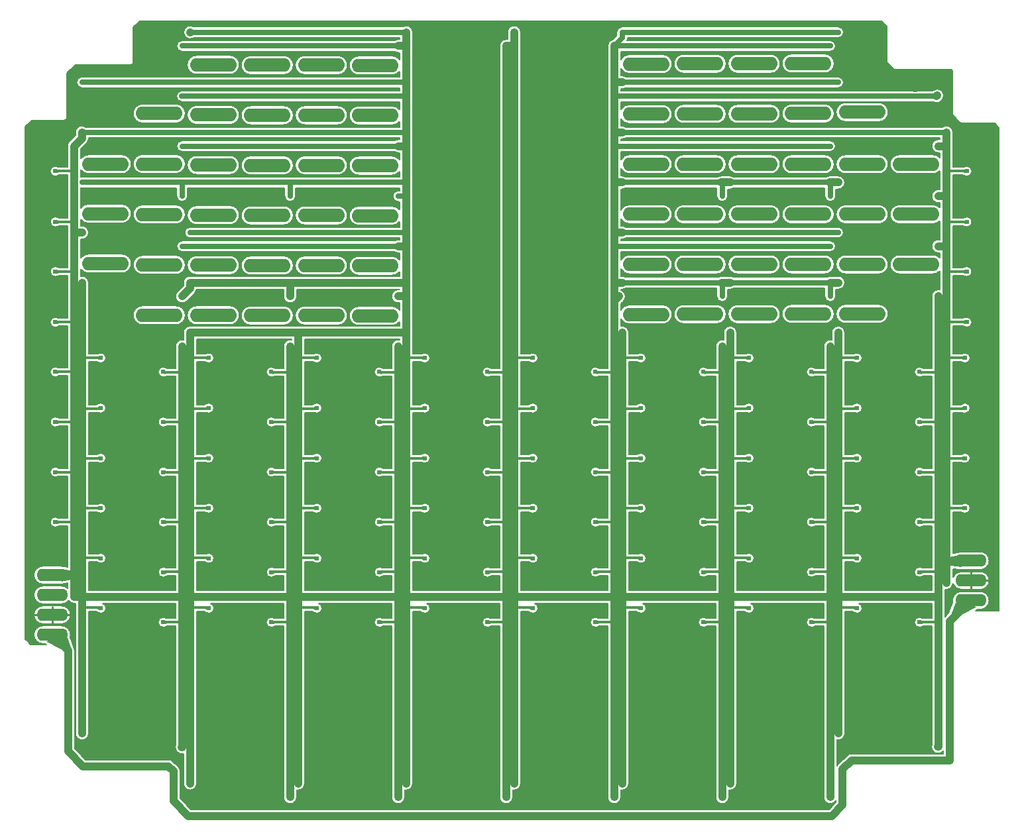
<source format=gbl>
G04 Layer name: Bottom Layer*
G04 Generated by EasyEDA v1.3.13.eb2668, 2021-11-16 08:35:18*
G04 Gerber Generator version 0.3*
G04 Scale: 100 percent, Rotated: No, Reflected: No*
G04 Dimensions in inches*
G04 Leading zeros omitted, absolute positions, 5 integers and 5 decimals*
%FSLAX55Y55*%
%MOIN*%
%ADD999C,0.008*%
%ADD10C,0.01*%
%ADD11O,0.2362X0.0689*%
%ADD12O,0.15748X0.062992*%
%ADD13C,0.024016*%
%ADD14C,0.0394*%
%ADD15C,0.027559*%
%ADD16C,0.0118*%
G75*


G04 Copper Start*
G36*
G01X70400Y-337120D02*
G01X64880Y-331600D01*
G01Y-318000D01*
G03X63890Y-315610I-3380J0D01*
G01X61390Y-313110D01*
G03X59000Y-312120I-2390J-2390D01*
G01X17400D01*
G01X11880Y-306600D01*
G01Y-257250D01*
G03X11136Y-255135I-3380J0D01*
G01X9583Y-250589D01*
G03X9784Y-249250I-4359J1339D01*
G03X5224Y-244690I-4560J0D01*
G01X-4224D01*
G03X-8784Y-249250I0J-4560D01*
G03X-4224Y-253810I4560J0D01*
G01X-2978D01*
G01X-2464Y-254090D01*
G01X-10416D01*
G01X-10642Y-253864D01*
G01X-11503Y-253003D01*
G01X-13090Y-251416D01*
G01Y6416D01*
G01X-9916Y9590D01*
G01X6500D01*
G03X7910Y11000I0J1410D01*
G01Y33416D01*
G01X12084Y37590D01*
G01X40000D01*
G03X41410Y39000I0J1410D01*
G01Y56416D01*
G01X44584Y59590D01*
G01X417416D01*
G01X420090Y56916D01*
G01Y39500D01*
G03X420503Y38503I1410J0D01*
G01X423503Y35503D01*
G03X424500Y35090I997J997D01*
G01X452416D01*
G01X453090Y34416D01*
G01Y13000D01*
G03X453503Y12003I1410J0D01*
G01X457003Y8503D01*
G03X458000Y8090I997J997D01*
G01X474423D01*
G03X474503Y8003I1077J910D01*
G01X476590Y5916D01*
G01Y-237090D01*
G01X465006D01*
G01X465978Y-236560D01*
G01X467224D01*
G03X471784Y-232000I0J4560D01*
G03X467224Y-227440I-4560J0D01*
G01X457776D01*
G03X453216Y-232000I0J-4560D01*
G03X453403Y-233294I4560J0D01*
G01X451360Y-238360D01*
G01X449610Y-240110D01*
G03X449526Y-240197I2390J-2390D01*
G01Y-230165D01*
G01Y-226594D01*
G03X450146Y-226652I620J3323D01*
G03X453509Y-223608I0J3380D01*
G03X457776Y-226560I4267J1608D01*
G01X467224D01*
G03X471784Y-222000I0J4560D01*
G03X467224Y-217440I-4560J0D01*
G01X457776D01*
G03X453526Y-220348I0J-4560D01*
G01Y-216099D01*
G01X456864Y-216468D01*
G03X457776Y-216560I911J4468D01*
G01X467224D01*
G03X471784Y-212000I0J4560D01*
G03X467224Y-207440I-4560J0D01*
G01X457776D01*
G03X456172Y-207732I0J-4560D01*
G01X453526Y-208258D01*
G01Y-198075D01*
G01Y-187591D01*
G01X457431D01*
G01X458243Y-187793D01*
G03X459646Y-188201I1402J2202D01*
G03X462256Y-185591I0J2611D01*
G03X459646Y-182980I-2611J0D01*
G03X458243Y-183388I0J-2611D01*
G01X457431Y-183591D01*
G01X453526D01*
G01Y-172878D01*
G01Y-162589D01*
G01X457581D01*
G01X458544Y-162761D01*
G03X459646Y-163004I1101J2367D01*
G03X462256Y-160394I0J2611D01*
G03X459646Y-157783I-2611J0D01*
G03X457979Y-158384I0J-2611D01*
G01X457303Y-158589D01*
G01X453526D01*
G01Y-147681D01*
G01Y-137646D01*
G01X457816D01*
G01X458995Y-137725D01*
G03X459646Y-137808I650J2528D01*
G03X462256Y-135197I0J2611D01*
G03X459646Y-132586I-2611J0D01*
G03X457690Y-133467I0J-2611D01*
G01X457158Y-133646D01*
G01X453526D01*
G01Y-122484D01*
G01Y-112000D01*
G01X457431D01*
G01X458243Y-112202D01*
G03X459646Y-112611I1402J2202D01*
G03X462256Y-110000I0J2611D01*
G03X459646Y-107389I-2611J0D01*
G03X458243Y-107798I0J-2611D01*
G01X457431Y-108000D01*
G01X453526D01*
G01Y-97287D01*
G01Y-93813D01*
G01X458162D01*
G01X458844Y-94019D01*
G03X460500Y-94611I1656J2019D01*
G03X463111Y-92000I0J2611D01*
G03X460500Y-89389I-2611J0D01*
G03X459385Y-89639I0J-2611D01*
G01X458429Y-89813D01*
G01X453526D01*
G01Y-72091D01*
G01Y-68500D01*
G01X458286D01*
G01X459098Y-68702D01*
G03X460500Y-69111I1402J2202D01*
G03X463111Y-66500I0J2611D01*
G03X460500Y-63889I-2611J0D01*
G03X459098Y-64298I0J-2611D01*
G01X458286Y-64500D01*
G01X453526D01*
G01Y-54327D01*
G01Y-46894D01*
G01Y-43685D01*
G01X458427D01*
G01X459381Y-43859D01*
G03X460500Y-44111I1119J2359D01*
G03X463111Y-41500I0J2611D01*
G03X460500Y-38889I-2611J0D01*
G03X458847Y-39479I0J-2611D01*
G01X458164Y-39685D01*
G01X453526D01*
G01Y-28990D01*
G01Y-21697D01*
G01Y-17907D01*
G01X458222D01*
G01X458968Y-18114D01*
G03X460500Y-18611I1532J2114D01*
G03X463111Y-16000I0J2611D01*
G03X460500Y-13389I-2611J0D01*
G03X459236Y-13716I0J-2611D01*
G01X458354Y-13907D01*
G01X453526D01*
G01Y-3285D01*
G01Y3500D01*
G03X450146Y6880I-3380J0D01*
G03X448235Y6288I0J-3380D01*
G01X395815D01*
G01X341484D01*
G01X289064D01*
G03X287154Y6880I-1911J-2788D01*
G01X286534D01*
G01Y10398D01*
G03X290808Y7845I4275J2302D01*
G01X307538D01*
G03X312393Y12700I0J4855D01*
G03X307538Y17555I-4855J0D01*
G01X290808D01*
G03X286534Y15002I0J-4855D01*
G01Y18909D01*
G01X443286D01*
G03X445197Y18317I1911J2788D01*
G03X447587Y19307I0J3380D01*
G01X447890Y19610D01*
G03X448880Y22000I-2390J2390D01*
G03X445500Y25380I-3380J0D01*
G03X443209Y24485I0J-3380D01*
G01X286534D01*
G01Y25317D01*
G01X287154D01*
G03X289064Y25909I0J3380D01*
G01X341484D01*
G01X395815D01*
G03X398603Y28697I0J2788D01*
G03X395815Y31485I-2788J0D01*
G01X341484D01*
G01X289064D01*
G03X287154Y32077I-1911J-2788D01*
G01X286534D01*
G01Y35598D01*
G03X290808Y33045I4275J2302D01*
G01X307538D01*
G03X312393Y37900I0J4855D01*
G03X307538Y42755I-4855J0D01*
G01X290808D01*
G03X286534Y40202I0J-4855D01*
G01Y44212D01*
G01X337484D01*
G01X391815D01*
G03X394603Y47000I0J2788D01*
G03X391815Y49788I-2788J0D01*
G01X337484D01*
G01X289664D01*
G03X289941Y51000I-2511J1212D01*
G01Y51106D01*
G01X341484D01*
G01X395815D01*
G03X398603Y53894I0J2788D01*
G03X395815Y56682I-2788J0D01*
G01X341484D01*
G01X287154D01*
G03X284366Y53894I0J-2788D01*
G01Y52155D01*
G01X282533Y50323D01*
G03X279774Y47000I620J-3323D01*
G01Y28697D01*
G01Y21697D01*
G01Y3365D01*
G01Y-3394D01*
G01Y-22179D01*
G01Y-28591D01*
G01Y-47516D01*
G01Y-53787D01*
G01Y-72581D01*
G01Y-78984D01*
G01Y-81299D01*
G01Y-104181D01*
G01Y-115358D01*
G01X276091D01*
G01X275512Y-115167D01*
G03X273654Y-114389I-1859J-1833D01*
G03X271043Y-117000I0J-2611D01*
G03X273654Y-119611I2611J0D01*
G03X274475Y-119478I0J2611D01*
G01X275574Y-119358D01*
G01X279774D01*
G01Y-129378D01*
G01Y-140301D01*
G01X275939D01*
G01X275201Y-140094D01*
G03X273654Y-139586I-1547J-2103D01*
G03X271043Y-142197I0J-2611D01*
G03X273654Y-144808I2611J0D01*
G03X274900Y-144491I0J2611D01*
G01X275791Y-144301D01*
G01X279774D01*
G01Y-154575D01*
G01Y-165394D01*
G01X275868D01*
G01X275056Y-165191D01*
G03X273654Y-164783I-1402J-2202D01*
G03X271043Y-167394I0J-2611D01*
G03X273654Y-170004I2611J0D01*
G03X275056Y-169596I0J2611D01*
G01X275868Y-169394D01*
G01X279774D01*
G01Y-179772D01*
G01Y-190591D01*
G01X275868D01*
G01X275056Y-190388D01*
G03X273654Y-189980I-1402J-2202D01*
G03X271043Y-192591I0J-2611D01*
G03X273654Y-195201I2611J0D01*
G03X275056Y-194793I0J2611D01*
G01X275868Y-194591D01*
G01X279774D01*
G01Y-204968D01*
G01Y-204969D01*
G01Y-215615D01*
G01X275737D01*
G01X274792Y-215438D01*
G03X273654Y-215177I-1138J-2350D01*
G03X271043Y-217787I0J-2611D01*
G03X273654Y-220398I2611J0D01*
G03X275291Y-219821I0J2611D01*
G01X275982Y-219615D01*
G01X279774D01*
G01Y-226785D01*
G01X236203D01*
G01Y-223272D01*
G01Y-212683D01*
G01X240038D01*
G01X240775Y-212890D01*
G03X242323Y-213398I1547J2103D01*
G03X244934Y-210787I0J2611D01*
G03X242323Y-208177I-2611J0D01*
G03X241076Y-208493I0J-2611D01*
G01X240185Y-208683D01*
G01X236203D01*
G01Y-198075D01*
G01Y-187591D01*
G01X240109D01*
G01X240921Y-187793D01*
G03X242323Y-188201I1402J2202D01*
G03X244934Y-185591I0J2611D01*
G03X242323Y-182980I-2611J0D01*
G03X240921Y-183388I0J-2611D01*
G01X240109Y-183591D01*
G01X236203D01*
G01Y-172878D01*
G01Y-162394D01*
G01X240109D01*
G01X240921Y-162596D01*
G03X242323Y-163004I1402J2202D01*
G03X244934Y-160394I0J2611D01*
G03X242323Y-157783I-2611J0D01*
G03X240921Y-158191I0J-2611D01*
G01X240109Y-158394D01*
G01X236203D01*
G01Y-147681D01*
G01Y-137369D01*
G01X240240D01*
G01X241185Y-137547D01*
G03X242323Y-137808I1138J2350D01*
G03X244934Y-135197I0J2611D01*
G03X242323Y-132586I-2611J0D01*
G03X240685Y-133164I0J-2611D01*
G01X239994Y-133369D01*
G01X236203D01*
G01Y-122484D01*
G01Y-112000D01*
G01X240109D01*
G01X240921Y-112202D01*
G03X242323Y-112611I1402J2202D01*
G03X244934Y-110000I0J2611D01*
G03X242323Y-107389I-2611J0D01*
G03X240921Y-107798I0J-2611D01*
G01X240109Y-108000D01*
G01X236203D01*
G01Y-97287D01*
G01Y-72091D01*
G01Y-46894D01*
G01Y-21697D01*
G01Y3500D01*
G01Y21697D01*
G01Y28697D01*
G01Y47000D01*
G01Y53894D01*
G03X232823Y57274I-3380J0D01*
G03X229443Y53894I0J-3380D01*
G01Y50380D01*
G01X228823D01*
G03X225443Y47000I0J-3380D01*
G01Y28697D01*
G01Y21697D01*
G01Y-3394D01*
G01Y-28591D01*
G01Y-53787D01*
G01Y-78984D01*
G01Y-104181D01*
G01Y-115358D01*
G01X221760D01*
G01X221182Y-115167D01*
G03X219323Y-114389I-1859J-1833D01*
G03X216712Y-117000I0J-2611D01*
G03X219323Y-119611I2611J0D01*
G03X220144Y-119478I0J2611D01*
G01X221243Y-119358D01*
G01X225443D01*
G01Y-129378D01*
G01Y-140301D01*
G01X221608D01*
G01X220870Y-140094D01*
G03X219323Y-139586I-1547J-2103D01*
G03X216712Y-142197I0J-2611D01*
G03X219323Y-144808I2611J0D01*
G03X220570Y-144491I0J2611D01*
G01X221460Y-144301D01*
G01X225443D01*
G01Y-154575D01*
G01Y-165394D01*
G01X221537D01*
G01X220725Y-165191D01*
G03X219323Y-164783I-1402J-2202D01*
G03X216712Y-167394I0J-2611D01*
G03X219323Y-170004I2611J0D01*
G03X220725Y-169596I0J2611D01*
G01X221537Y-169394D01*
G01X225443D01*
G01Y-179772D01*
G01Y-190591D01*
G01X221537D01*
G01X220725Y-190388D01*
G03X219323Y-189980I-1402J-2202D01*
G03X216712Y-192591I0J-2611D01*
G03X219323Y-195201I2611J0D01*
G03X220725Y-194793I0J2611D01*
G01X221537Y-194591D01*
G01X225443D01*
G01Y-204968D01*
G01Y-204969D01*
G01Y-215615D01*
G01X221406D01*
G01X220461Y-215438D01*
G03X219323Y-215177I-1138J-2350D01*
G03X216712Y-217787I0J-2611D01*
G03X219323Y-220398I2611J0D01*
G03X220961Y-219821I0J2611D01*
G01X221652Y-219615D01*
G01X225443D01*
G01Y-226785D01*
G01X181872D01*
G01Y-223272D01*
G01Y-212683D01*
G01X185707D01*
G01X186445Y-212890D01*
G03X187992Y-213398I1547J2103D01*
G03X190603Y-210787I0J2611D01*
G03X187992Y-208177I-2611J0D01*
G03X186745Y-208493I0J-2611D01*
G01X185855Y-208683D01*
G01X181872D01*
G01Y-198075D01*
G01Y-187591D01*
G01X185778D01*
G01X186590Y-187793D01*
G03X187992Y-188201I1402J2202D01*
G03X190603Y-185591I0J2611D01*
G03X187992Y-182980I-2611J0D01*
G03X186590Y-183388I0J-2611D01*
G01X185778Y-183591D01*
G01X181872D01*
G01Y-172878D01*
G01Y-162394D01*
G01X185778D01*
G01X186590Y-162596D01*
G03X187992Y-163004I1402J2202D01*
G03X190603Y-160394I0J2611D01*
G03X187992Y-157783I-2611J0D01*
G03X186590Y-158191I0J-2611D01*
G01X185778Y-158394D01*
G01X181872D01*
G01Y-147681D01*
G01Y-137369D01*
G01X185909D01*
G01X186854Y-137547D01*
G03X187992Y-137808I1138J2350D01*
G03X190603Y-135197I0J2611D01*
G03X187992Y-132586I-2611J0D01*
G03X186354Y-133164I0J-2611D01*
G01X185663Y-133369D01*
G01X181872D01*
G01Y-122484D01*
G01Y-112000D01*
G01X185778D01*
G01X186590Y-112202D01*
G03X187992Y-112611I1402J2202D01*
G03X190603Y-110000I0J2611D01*
G03X187992Y-107389I-2611J0D01*
G03X186590Y-107798I0J-2611D01*
G01X185778Y-108000D01*
G01X181872D01*
G01Y-97287D01*
G01Y-79040D01*
G01Y-72091D01*
G01Y-53453D01*
G01Y-46894D01*
G01Y-28687D01*
G01Y-21697D01*
G01Y-3382D01*
G01Y3500D01*
G01Y21697D01*
G01Y28697D01*
G01Y47000D01*
G01Y53894D01*
G03X178492Y57274I-3380J0D01*
G03X176581Y56682I0J-3380D01*
G01X124161D01*
G01X71909D01*
G03X69996Y57275I-1913J-2787D01*
G03X66616Y53895I0J-3380D01*
G03X67606Y51505I3380J0D01*
G01X67607Y51504D01*
G03X69997Y50514I2390J2390D01*
G03X71908Y51106I0J3380D01*
G01X124161D01*
G01X175112D01*
G01Y50380D01*
G01X174492D01*
G03X172581Y49788I0J-3380D01*
G01X120161D01*
G01X65831D01*
G03X63043Y47000I0J-2788D01*
G03X65831Y44212I2788J0D01*
G01X120161D01*
G01X172581D01*
G03X174492Y43620I1911J2788D01*
G01X175112D01*
G01Y40284D01*
G03X171357Y42061I-3755J-3077D01*
G01X154627D01*
G03X149772Y37206I0J-4855D01*
G03X154627Y32351I4855J0D01*
G01X171357D01*
G03X175112Y34129I0J4855D01*
G01Y31485D01*
G01X124161D01*
G01X69831D01*
G01X15500D01*
G03X12712Y28697I0J-2788D01*
G03X15500Y25909I2788J0D01*
G01X69831D01*
G01X124161D01*
G01X175112D01*
G01Y24485D01*
G01X65724D01*
G03X62936Y21697I0J-2788D01*
G03X65724Y18909I2788J0D01*
G01X175112D01*
G01Y15084D01*
G03X171357Y16861I-3755J-3077D01*
G01X154627D01*
G03X149772Y12006I0J-4855D01*
G03X154627Y7151I4855J0D01*
G01X171357D01*
G03X175112Y8929I0J4855D01*
G01Y6288D01*
G01X124161D01*
G01X69831D01*
G01X17411D01*
G03X15500Y6880I-1911J-2788D01*
G03X12120Y3500I0J-3380D01*
G01Y2006D01*
G01X9110Y-1004D01*
G03X8120Y-3394I2390J-2390D01*
G01Y-14000D01*
G01X4214D01*
G01X3402Y-13798D01*
G03X2000Y-13389I-1402J-2202D01*
G03X-611Y-16000I0J-2611D01*
G03X2000Y-18611I2611J0D01*
G03X3402Y-18202I0J2611D01*
G01X4214Y-18000D01*
G01X8120D01*
G01Y-28591D01*
G01Y-39500D01*
G01X4214D01*
G01X3402Y-39298D01*
G03X2000Y-38889I-1402J-2202D01*
G03X-611Y-41500I0J-2611D01*
G03X2000Y-44111I2611J0D01*
G03X3402Y-43702I0J2611D01*
G01X4214Y-43500D01*
G01X8120D01*
G01Y-46985D01*
G01Y-53787D01*
G01Y-64500D01*
G01X4214D01*
G01X3402Y-64298D01*
G03X2000Y-63889I-1402J-2202D01*
G03X-611Y-66500I0J-2611D01*
G03X2000Y-69111I2611J0D01*
G03X3402Y-68702I0J2611D01*
G01X4214Y-68500D01*
G01X8120D01*
G01Y-78984D01*
G01Y-90000D01*
G01X4214D01*
G01X3402Y-89798D01*
G03X2000Y-89389I-1402J-2202D01*
G03X-611Y-92000I0J-2611D01*
G03X2000Y-94611I2611J0D01*
G03X3402Y-94202I0J2611D01*
G01X4214Y-94000D01*
G01X8120D01*
G01Y-104181D01*
G01Y-115000D01*
G01X4214D01*
G01X3402Y-114798D01*
G03X2000Y-114389I-1402J-2202D01*
G03X-611Y-117000I0J-2611D01*
G03X2000Y-119611I2611J0D01*
G03X3402Y-119202I0J2611D01*
G01X4214Y-119000D01*
G01X8120D01*
G01Y-129378D01*
G01Y-140197D01*
G01X4214D01*
G01X3402Y-139995D01*
G03X2000Y-139586I-1402J-2202D01*
G03X-611Y-142197I0J-2611D01*
G03X2000Y-144808I2611J0D01*
G03X3402Y-144399I0J2611D01*
G01X4214Y-144197D01*
G01X8120D01*
G01Y-154575D01*
G01Y-165394D01*
G01X4214D01*
G01X3402Y-165191D01*
G03X2000Y-164783I-1402J-2202D01*
G03X-611Y-167394I0J-2611D01*
G03X2000Y-170004I2611J0D01*
G03X3402Y-169596I0J2611D01*
G01X4214Y-169394D01*
G01X8120D01*
G01Y-179772D01*
G01Y-190591D01*
G01X4214D01*
G01X3402Y-190388D01*
G03X2000Y-189980I-1402J-2202D01*
G03X-611Y-192591I0J-2611D01*
G03X2000Y-195201I2611J0D01*
G03X3402Y-194793I0J2611D01*
G01X4214Y-194591D01*
G01X8120D01*
G01Y-204968D01*
G01Y-204969D01*
G01Y-215210D01*
G01X6746Y-214952D01*
G03X5224Y-214690I-1521J-4298D01*
G01X-4224D01*
G03X-8784Y-219250I0J-4560D01*
G03X-4224Y-223810I4560J0D01*
G01X5224D01*
G03X6746Y-223548I0J4560D01*
G01X8120Y-223290D01*
G01Y-225728D01*
G03X5224Y-224690I-2896J-3522D01*
G01X-4224D01*
G03X-8784Y-229250I0J-4560D01*
G03X-4224Y-233810I4560J0D01*
G01X5224D01*
G03X8754Y-232136I0J4560D01*
G03X11500Y-233545I2746J1971D01*
G01X12120D01*
G01Y-235627D01*
G01Y-248468D01*
G01Y-248469D01*
G01Y-273665D01*
G01Y-298862D01*
G03X15500Y-302242I3380J0D01*
G03X18880Y-298862I0J3380D01*
G01Y-273665D01*
G01Y-248469D01*
G01Y-248468D01*
G01Y-237627D01*
G01X22563D01*
G01X23141Y-237818D01*
G03X25000Y-238595I1859J1833D01*
G03X27611Y-235984I0J2611D01*
G03X25932Y-233545I-2611J0D01*
G01X62451D01*
G01Y-240984D01*
G01X58545D01*
G01X57733Y-240782D01*
G03X56331Y-240373I-1402J-2202D01*
G03X53720Y-242984I0J-2611D01*
G03X56331Y-245595I2611J0D01*
G03X57733Y-245186I0J2611D01*
G01X58545Y-244984D01*
G01X62451D01*
G01Y-255362D01*
G01Y-280559D01*
G01Y-305021D01*
G03X62344Y-305862I3274J-841D01*
G03X65724Y-309242I3380J0D01*
G03X66451Y-309163I0J3380D01*
G01Y-324059D01*
G03X69831Y-327439I3380J0D01*
G03X73211Y-324059I0J3380D01*
G01Y-298862D01*
G01Y-273665D01*
G01Y-248469D01*
G01Y-248468D01*
G01Y-237627D01*
G01X76893D01*
G01X77472Y-237818D01*
G03X79331Y-238595I1859J1833D01*
G03X81942Y-235984I0J2611D01*
G03X80262Y-233545I-2611J0D01*
G01X116781D01*
G01Y-240984D01*
G01X112876D01*
G01X112064Y-240782D01*
G03X110661Y-240373I-1402J-2202D01*
G03X108051Y-242984I0J-2611D01*
G03X110661Y-245595I2611J0D01*
G03X112064Y-245186I0J2611D01*
G01X112876Y-244984D01*
G01X116781D01*
G01Y-255362D01*
G01Y-280559D01*
G01Y-305756D01*
G01Y-330953D01*
G03X120161Y-334333I3380J0D01*
G03X123541Y-330953I0J3380D01*
G01Y-327382D01*
G03X124161Y-327439I620J3323D01*
G03X127541Y-324059I0J3380D01*
G01Y-298862D01*
G01Y-273665D01*
G01Y-248469D01*
G01Y-248468D01*
G01Y-237627D01*
G01X131224D01*
G01X131803Y-237818D01*
G03X133661Y-238595I1859J1833D01*
G03X136272Y-235984I0J2611D01*
G03X134593Y-233545I-2611J0D01*
G01X171112D01*
G01Y-240984D01*
G01X167206D01*
G01X166394Y-240782D01*
G03X164992Y-240373I-1402J-2202D01*
G03X162381Y-242984I0J-2611D01*
G03X164992Y-245595I2611J0D01*
G03X166394Y-245186I0J2611D01*
G01X167206Y-244984D01*
G01X171112D01*
G01Y-255362D01*
G01Y-280559D01*
G01Y-305756D01*
G01Y-330953D01*
G03X174492Y-334333I3380J0D01*
G03X177872Y-330953I0J3380D01*
G01Y-327382D01*
G03X178492Y-327439I620J3323D01*
G03X181872Y-324059I0J3380D01*
G01Y-298862D01*
G01Y-273665D01*
G01Y-248469D01*
G01Y-248468D01*
G01Y-237627D01*
G01X185555D01*
G01X186133Y-237818D01*
G03X187992Y-238595I1859J1833D01*
G03X190603Y-235984I0J2611D01*
G03X188924Y-233545I-2611J0D01*
G01X225443D01*
G01Y-240984D01*
G01X221537D01*
G01X220725Y-240782D01*
G03X219323Y-240373I-1402J-2202D01*
G03X216712Y-242984I0J-2611D01*
G03X219323Y-245595I2611J0D01*
G03X220725Y-245186I0J2611D01*
G01X221537Y-244984D01*
G01X225443D01*
G01Y-255362D01*
G01Y-280559D01*
G01Y-305756D01*
G01Y-330953D01*
G03X228823Y-334333I3380J0D01*
G03X232203Y-330953I0J3380D01*
G01Y-327382D01*
G03X232823Y-327439I620J3323D01*
G03X236203Y-324059I0J3380D01*
G01Y-298862D01*
G01Y-273665D01*
G01Y-248469D01*
G01Y-248468D01*
G01Y-237627D01*
G01X239885D01*
G01X240464Y-237818D01*
G03X242323Y-238595I1859J1833D01*
G03X244934Y-235984I0J2611D01*
G03X243254Y-233545I-2611J0D01*
G01X279774D01*
G01Y-240984D01*
G01X275868D01*
G01X275056Y-240782D01*
G03X273654Y-240373I-1402J-2202D01*
G03X271043Y-242984I0J-2611D01*
G03X273654Y-245595I2611J0D01*
G03X275056Y-245186I0J2611D01*
G01X275868Y-244984D01*
G01X279774D01*
G01Y-255362D01*
G01Y-280559D01*
G01Y-305756D01*
G01Y-330953D01*
G03X283154Y-334333I3380J0D01*
G03X286534Y-330953I0J3380D01*
G01Y-327382D01*
G03X287154Y-327439I620J3323D01*
G03X290534Y-324059I0J3380D01*
G01Y-298862D01*
G01Y-273665D01*
G01Y-248469D01*
G01Y-248468D01*
G01Y-237627D01*
G01X294216D01*
G01X294795Y-237818D01*
G03X296654Y-238595I1859J1833D01*
G03X299264Y-235984I0J2611D01*
G03X297585Y-233545I-2611J0D01*
G01X334104D01*
G01Y-240984D01*
G01X330199D01*
G01X329387Y-240782D01*
G03X327984Y-240373I-1402J-2202D01*
G03X325373Y-242984I0J-2611D01*
G03X327984Y-245595I2611J0D01*
G03X329387Y-245186I0J2611D01*
G01X330199Y-244984D01*
G01X334104D01*
G01Y-255362D01*
G01Y-280559D01*
G01Y-305756D01*
G01Y-330953D01*
G03X337484Y-334333I3380J0D01*
G03X340864Y-330953I0J3380D01*
G01Y-327382D01*
G03X341484Y-327439I620J3323D01*
G03X344864Y-324059I0J3380D01*
G01Y-298862D01*
G01Y-273665D01*
G01Y-248469D01*
G01Y-248468D01*
G01Y-237627D01*
G01X348547D01*
G01X349126Y-237818D01*
G03X350984Y-238595I1859J1833D01*
G03X353595Y-235984I0J2611D01*
G03X351916Y-233545I-2611J0D01*
G01X388435D01*
G01Y-240984D01*
G01X384529D01*
G01X383717Y-240782D01*
G03X382315Y-240373I-1402J-2202D01*
G03X379704Y-242984I0J-2611D01*
G03X382315Y-245595I2611J0D01*
G03X383717Y-245186I0J2611D01*
G01X384529Y-244984D01*
G01X388435D01*
G01Y-255362D01*
G01Y-280559D01*
G01Y-305756D01*
G01Y-330953D01*
G03X391815Y-334333I3380J0D01*
G03X394620Y-332839I0J3380D01*
G01Y-333600D01*
G01X391100Y-337120D01*
G01X70400D01*
G37*
%LPC*%
G36*
G01X389034Y33339D02*
G03X393889Y38194I0J4855D01*
G03X389034Y43049I-4855J0D01*
G01X372304D01*
G03X367449Y38194I0J-4855D01*
G03X372304Y33339I4855J0D01*
G01X389034D01*
G37*
G36*
G01X361869Y33192D02*
G03X366724Y38047I0J4855D01*
G03X361869Y42902I-4855J0D01*
G01X345139D01*
G03X340284Y38047I0J-4855D01*
G03X345139Y33192I4855J0D01*
G01X361869D01*
G37*
G36*
G01X313119Y38047D02*
G03X317974Y33192I4855J0D01*
G01X334704D01*
G03X339559Y38047I0J4855D01*
G03X334704Y42902I-4855J0D01*
G01X317974D01*
G03X313119Y38047I0J-4855D01*
G37*
G36*
G01X416200Y8839D02*
G03X421055Y13694I0J4855D01*
G03X416200Y18549I-4855J0D01*
G01X399470D01*
G03X394615Y13694I0J-4855D01*
G03X399470Y8839I4855J0D01*
G01X416200D01*
G37*
G36*
G01X367449Y12994D02*
G03X372304Y8139I4855J0D01*
G01X389034D01*
G03X393889Y12994I0J4855D01*
G03X389034Y17849I-4855J0D01*
G01X372304D01*
G03X367449Y12994I0J-4855D01*
G37*
G36*
G01X361869Y7992D02*
G03X366724Y12847I0J4855D01*
G03X361869Y17702I-4855J0D01*
G01X345139D01*
G03X340284Y12847I0J-4855D01*
G03X345139Y7992I4855J0D01*
G01X361869D01*
G37*
G36*
G01X313119Y12847D02*
G03X317974Y7992I4855J0D01*
G01X334704D01*
G03X339559Y12847I0J4855D01*
G03X334704Y17702I-4855J0D01*
G01X317974D01*
G03X313119Y12847I0J-4855D01*
G37*
G36*
G01X68276Y37500D02*
G03X73131Y32645I4855J0D01*
G01X89861D01*
G03X94716Y37500I0J4855D01*
G03X89861Y42355I-4855J0D01*
G01X73131D01*
G03X68276Y37500I0J-4855D01*
G37*
G36*
G01X117026Y32498D02*
G03X121881Y37353I0J4855D01*
G03X117026Y42208I-4855J0D01*
G01X100296D01*
G03X95441Y37353I0J-4855D01*
G03X100296Y32498I4855J0D01*
G01X117026D01*
G37*
G36*
G01X41111Y13000D02*
G03X45966Y8145I4855J0D01*
G01X62696D01*
G03X67551Y13000I0J4855D01*
G03X62696Y17855I-4855J0D01*
G01X45966D01*
G03X41111Y13000I0J-4855D01*
G37*
G36*
G01X68276Y12300D02*
G03X73131Y7445I4855J0D01*
G01X89861D01*
G03X94716Y12300I0J4855D01*
G03X89861Y17155I-4855J0D01*
G01X73131D01*
G03X68276Y12300I0J-4855D01*
G37*
G36*
G01X95441Y12153D02*
G03X100296Y7298I4855J0D01*
G01X117026D01*
G03X121881Y12153I0J4855D01*
G03X117026Y17008I-4855J0D01*
G01X100296D01*
G03X95441Y12153I0J-4855D01*
G37*
G36*
G01X122607Y37353D02*
G03X127462Y32498I4855J0D01*
G01X144192D01*
G03X149047Y37353I0J4855D01*
G03X144192Y42208I-4855J0D01*
G01X127462D01*
G03X122607Y37353I0J-4855D01*
G37*
G36*
G01X122607Y12153D02*
G03X127462Y7298I4855J0D01*
G01X144192D01*
G03X149047Y12153I0J4855D01*
G03X144192Y17008I-4855J0D01*
G01X127462D01*
G03X122607Y12153I0J-4855D01*
G37*
G36*
G01X5224Y-243810D02*
G03X9784Y-239250I0J4560D01*
G03X5224Y-234690I-4560J0D01*
G01X-4224D01*
G03X-8784Y-239250I0J-4560D01*
G03X-4224Y-243810I4560J0D01*
G01X5224D01*
G37*
%LPD*%
G36*
G01X18880Y-226785D02*
G01X18880Y-223272D01*
G01Y-219236D01*
G01Y-212683D01*
G01X22715D01*
G01X23453Y-212890D01*
G03X25000Y-213398I1547J2103D01*
G03X27611Y-210787I0J2611D01*
G03X25000Y-208177I-2611J0D01*
G03X23753Y-208493I0J-2611D01*
G01X22863Y-208683D01*
G01X18880D01*
G01Y-198075D01*
G01Y-187591D01*
G01X22786D01*
G01X23598Y-187793D01*
G03X25000Y-188201I1402J2202D01*
G03X27611Y-185591I0J2611D01*
G03X25000Y-182980I-2611J0D01*
G03X23598Y-183388I0J-2611D01*
G01X22786Y-183591D01*
G01X18880D01*
G01Y-172878D01*
G01Y-162394D01*
G01X22786D01*
G01X23598Y-162596D01*
G03X25000Y-163004I1402J2202D01*
G03X27611Y-160394I0J2611D01*
G03X25000Y-157783I-2611J0D01*
G03X23598Y-158191I0J-2611D01*
G01X22786Y-158394D01*
G01X18880D01*
G01Y-147681D01*
G01Y-137369D01*
G01X22917D01*
G01X23862Y-137547D01*
G03X25000Y-137808I1138J2350D01*
G03X27611Y-135197I0J2611D01*
G03X25000Y-132586I-2611J0D01*
G03X23362Y-133164I0J-2611D01*
G01X22671Y-133369D01*
G01X18880D01*
G01Y-122484D01*
G01Y-112000D01*
G01X22786D01*
G01X23598Y-112202D01*
G03X25000Y-112611I1402J2202D01*
G03X27611Y-110000I0J2611D01*
G03X25000Y-107389I-2611J0D01*
G03X23598Y-107798I0J-2611D01*
G01X22786Y-108000D01*
G01X18880D01*
G01Y-97287D01*
G01Y-72091D01*
G03X15500Y-68711I-3380J0D01*
G03X14880Y-68768I0J-3380D01*
G01Y-66414D01*
G01Y-65364D01*
G03X18800Y-67355I3920J2864D01*
G01X35530D01*
G03X40385Y-62500I0J4855D01*
G03X35530Y-57645I-4855J0D01*
G01X18800D01*
G03X14880Y-59636I0J-4855D01*
G01Y-53787D01*
G01Y-50274D01*
G01X15500D01*
G03X18880Y-46894I0J3380D01*
G03X15500Y-43514I-3380J0D01*
G01X14880D01*
G01Y-41874D01*
G01Y-40244D01*
G03X18800Y-42235I3920J2864D01*
G01X35530D01*
G03X40385Y-37380I0J4855D01*
G03X35530Y-32525I-4855J0D01*
G01X18800D01*
G03X14880Y-34516I0J-4855D01*
G01Y-28591D01*
G01Y-24415D01*
G03X15500Y-24485I620J2718D01*
G01X63043D01*
G01Y-28591D01*
G03X65831Y-31379I2788J0D01*
G03X68619Y-28591I0J2788D01*
G01Y-24485D01*
G01X69831D01*
G01X117373D01*
G01Y-28591D01*
G03X120161Y-31379I2788J0D01*
G03X122949Y-28591I0J2788D01*
G01Y-24485D01*
G01X124161D01*
G01X175112D01*
G01Y-25803D01*
G01X174492D01*
G03X171704Y-28591I0J-2788D01*
G03X174492Y-31379I2788J0D01*
G01X175112D01*
G01Y-35316D01*
G03X171357Y-33539I-3755J-3077D01*
G01X154627D01*
G03X149772Y-38394I0J-4855D01*
G03X154627Y-43249I4855J0D01*
G01X171357D01*
G03X175112Y-41471I0J4855D01*
G01Y-44106D01*
G01X124161D01*
G01X69831D01*
G03X67043Y-46894I0J-2788D01*
G03X69831Y-49682I2788J0D01*
G01X124161D01*
G01X175112D01*
G01Y-50407D01*
G01X174492D01*
G03X172581Y-50999I0J-3380D01*
G01X120161D01*
G01X65831D01*
G03X63043Y-53787I0J-2788D01*
G03X65831Y-56575I2788J0D01*
G01X120161D01*
G01X172581D01*
G03X174492Y-57167I1911J2788D01*
G01X175112D01*
G01Y-60516D01*
G03X171357Y-58739I-3755J-3077D01*
G01X154627D01*
G03X149772Y-63594I0J-4855D01*
G03X154627Y-68449I4855J0D01*
G01X171357D01*
G03X175112Y-66671I0J4855D01*
G01Y-68711D01*
G01X124161D01*
G01X120256D01*
G01X69831D01*
G03X66451Y-72091I0J-3380D01*
G01Y-73584D01*
G01X63441Y-76594D01*
G03X62451Y-78984I2390J-2390D01*
G03X65831Y-82364I3380J0D01*
G03X68221Y-81374I0J3380D01*
G01X72221Y-77374D01*
G03X73176Y-75471I-2390J2390D01*
G01X116876D01*
G01Y-78192D01*
G03X116781Y-78984I3286J-792D01*
G03X120161Y-82364I3380J0D01*
G03X122551Y-81374I0J3380D01*
G01X122646Y-81280D01*
G03X123636Y-78890I-2390J2390D01*
G01Y-75471D01*
G01X124161D01*
G01X175112D01*
G01Y-75604D01*
G01X174492D01*
G03X171112Y-78984I0J-3380D01*
G03X174492Y-82364I3380J0D01*
G01X175112D01*
G01Y-85716D01*
G03X171357Y-83939I-3755J-3077D01*
G01X154627D01*
G03X149772Y-88794I0J-4855D01*
G03X154627Y-93649I4855J0D01*
G01X171357D01*
G03X175112Y-91871I0J4855D01*
G01Y-93907D01*
G01X124161D01*
G01X69831D01*
G03X66451Y-97287I0J-3380D01*
G01Y-100858D01*
G03X65831Y-100801I-620J-3323D01*
G03X62451Y-104181I0J-3380D01*
G01Y-115358D01*
G01X58768D01*
G01X58189Y-115167D01*
G03X56331Y-114389I-1859J-1833D01*
G03X53720Y-117000I0J-2611D01*
G03X56331Y-119611I2611J0D01*
G03X57152Y-119478I0J2611D01*
G01X58251Y-119358D01*
G01X62451D01*
G01Y-129378D01*
G01Y-140301D01*
G01X58616D01*
G01X57878Y-140094D01*
G03X56331Y-139586I-1547J-2103D01*
G03X53720Y-142197I0J-2611D01*
G03X56331Y-144808I2611J0D01*
G03X57577Y-144491I0J2611D01*
G01X58468Y-144301D01*
G01X62451D01*
G01Y-154575D01*
G01Y-165394D01*
G01X58545D01*
G01X57733Y-165191D01*
G03X56331Y-164783I-1402J-2202D01*
G03X53720Y-167394I0J-2611D01*
G03X56331Y-170004I2611J0D01*
G03X57733Y-169596I0J2611D01*
G01X58545Y-169394D01*
G01X62451D01*
G01Y-179772D01*
G01Y-190591D01*
G01X58545D01*
G01X57733Y-190388D01*
G03X56331Y-189980I-1402J-2202D01*
G03X53720Y-192591I0J-2611D01*
G03X56331Y-195201I2611J0D01*
G03X57733Y-194793I0J2611D01*
G01X58545Y-194591D01*
G01X62451D01*
G01Y-204968D01*
G01Y-215615D01*
G01X58414D01*
G01X57469Y-215438D01*
G03X56331Y-215177I-1138J-2350D01*
G03X53720Y-217787I0J-2611D01*
G03X56331Y-220398I2611J0D01*
G03X57968Y-219821I0J2611D01*
G01X58660Y-219615D01*
G01X62451D01*
G01Y-226785D01*
G01X18880D01*
G37*
%LPC*%
G36*
G01X68276Y-38100D02*
G03X73131Y-42955I4855J0D01*
G01X89861D01*
G03X94716Y-38100I0J4855D01*
G03X89861Y-33245I-4855J0D01*
G01X73131D01*
G03X68276Y-38100I0J-4855D01*
G37*
G36*
G01X122607Y-63447D02*
G03X127462Y-68302I4855J0D01*
G01X144192D01*
G03X149047Y-63447I0J4855D01*
G03X144192Y-58592I-4855J0D01*
G01X127462D01*
G03X122607Y-63447I0J-4855D01*
G37*
G36*
G01X95441Y-38247D02*
G03X100296Y-43102I4855J0D01*
G01X117026D01*
G03X121881Y-38247I0J4855D01*
G03X117026Y-33392I-4855J0D01*
G01X100296D01*
G03X95441Y-38247I0J-4855D01*
G37*
G36*
G01X62696Y-93355D02*
G03X67551Y-88500I0J4855D01*
G03X62696Y-83645I-4855J0D01*
G01X45966D01*
G03X41111Y-88500I0J-4855D01*
G03X45966Y-93355I4855J0D01*
G01X62696D01*
G37*
G36*
G01X122607Y-88647D02*
G03X127462Y-93502I4855J0D01*
G01X144192D01*
G03X149047Y-88647I0J4855D01*
G03X144192Y-83792I-4855J0D01*
G01X127462D01*
G03X122607Y-88647I0J-4855D01*
G37*
G36*
G01X117026Y-93502D02*
G03X121881Y-88647I0J4855D01*
G03X117026Y-83792I-4855J0D01*
G01X100296D01*
G03X95441Y-88647I0J-4855D01*
G03X100296Y-93502I4855J0D01*
G01X117026D01*
G37*
G36*
G01X41111Y-63125D02*
G03X45966Y-67980I4855J0D01*
G01X62696D01*
G03X67551Y-63125I0J4855D01*
G03X62696Y-58270I-4855J0D01*
G01X45966D01*
G03X41111Y-63125I0J-4855D01*
G37*
G36*
G01X122607Y-38247D02*
G03X127462Y-43102I4855J0D01*
G01X144192D01*
G03X149047Y-38247I0J4855D01*
G03X144192Y-33392I-4855J0D01*
G01X127462D01*
G03X122607Y-38247I0J-4855D01*
G37*
G36*
G01X68276Y-88500D02*
G03X73131Y-93355I4855J0D01*
G01X89861D01*
G03X94716Y-88500I0J4855D01*
G03X89861Y-83645I-4855J0D01*
G01X73131D01*
G03X68276Y-88500I0J-4855D01*
G37*
G36*
G01X41111Y-37750D02*
G03X45966Y-42605I4855J0D01*
G01X62696D01*
G03X67551Y-37750I0J4855D01*
G03X62696Y-32895I-4855J0D01*
G01X45966D01*
G03X41111Y-37750I0J-4855D01*
G37*
G36*
G01X117026Y-68302D02*
G03X121881Y-63447I0J4855D01*
G03X117026Y-58592I-4855J0D01*
G01X100296D01*
G03X95441Y-63447I0J-4855D01*
G03X100296Y-68302I4855J0D01*
G01X117026D01*
G37*
G36*
G01X68276Y-63300D02*
G03X73131Y-68155I4855J0D01*
G01X89861D01*
G03X94716Y-63300I0J4855D01*
G03X89861Y-58445I-4855J0D01*
G01X73131D01*
G03X68276Y-63300I0J-4855D01*
G37*
%LPD*%
G36*
G01X14880Y-18979D02*
G01X14880Y-16123D01*
G01Y-15364D01*
G03X18800Y-17355I3920J2864D01*
G01X35530D01*
G03X40385Y-12500I0J4855D01*
G03X35530Y-7645I-4855J0D01*
G01X18800D01*
G03X14880Y-9636I0J-4855D01*
G01Y-4794D01*
G01X17890Y-1784D01*
G03X18880Y606I-2390J2390D01*
G01Y712D01*
G01X69831D01*
G01X124161D01*
G01X175112D01*
G01Y-14D01*
G01X174492D01*
G03X172581Y-606I0J-3380D01*
G01X120161D01*
G01X65831D01*
G03X63043Y-3394I0J-2788D01*
G03X65831Y-6182I2788J0D01*
G01X120161D01*
G01X172581D01*
G03X174492Y-6774I1911J2788D01*
G01X175112D01*
G01Y-10116D01*
G03X171357Y-8339I-3755J-3077D01*
G01X154627D01*
G03X149772Y-13194I0J-4855D01*
G03X154627Y-18049I4855J0D01*
G01X171357D01*
G03X175112Y-16271I0J4855D01*
G01Y-18909D01*
G01X124161D01*
G01X120239D01*
G01X69831D01*
G01X65731D01*
G01X15500D01*
G03X14880Y-18979I0J-2788D01*
G37*
%LPC*%
G36*
G01X95441Y-13047D02*
G03X100296Y-17902I4855J0D01*
G01X117026D01*
G03X121881Y-13047I0J4855D01*
G03X117026Y-8192I-4855J0D01*
G01X100296D01*
G03X95441Y-13047I0J-4855D01*
G37*
G36*
G01X62696Y-17230D02*
G03X67551Y-12375I0J4855D01*
G03X62696Y-7520I-4855J0D01*
G01X45966D01*
G03X41111Y-12375I0J-4855D01*
G03X45966Y-17230I4855J0D01*
G01X62696D01*
G37*
G36*
G01X68276Y-12900D02*
G03X73131Y-17755I4855J0D01*
G01X89861D01*
G03X94716Y-12900I0J4855D01*
G03X89861Y-8045I-4855J0D01*
G01X73131D01*
G03X68276Y-12900I0J-4855D01*
G37*
G36*
G01X122607Y-13047D02*
G03X127462Y-17902I4855J0D01*
G01X144192D01*
G03X149047Y-13047I0J4855D01*
G03X144192Y-8192I-4855J0D01*
G01X127462D01*
G03X122607Y-13047I0J-4855D01*
G37*
%LPD*%
G36*
G01X116781Y-219615D02*
G01X116781Y-226785D01*
G01X73211D01*
G01Y-223272D01*
G01Y-212683D01*
G01X77046D01*
G01X77783Y-212890D01*
G03X79331Y-213398I1547J2103D01*
G03X81942Y-210787I0J2611D01*
G03X79331Y-208177I-2611J0D01*
G03X78084Y-208493I0J-2611D01*
G01X77193Y-208683D01*
G01X73211D01*
G01Y-198075D01*
G01Y-187591D01*
G01X77116D01*
G01X77928Y-187793D01*
G03X79331Y-188201I1402J2202D01*
G03X81942Y-185591I0J2611D01*
G03X79331Y-182980I-2611J0D01*
G03X77928Y-183388I0J-2611D01*
G01X77116Y-183591D01*
G01X73211D01*
G01Y-172878D01*
G01Y-162394D01*
G01X77116D01*
G01X77928Y-162596D01*
G03X79331Y-163004I1402J2202D01*
G03X81942Y-160394I0J2611D01*
G03X79331Y-157783I-2611J0D01*
G03X77928Y-158191I0J-2611D01*
G01X77116Y-158394D01*
G01X73211D01*
G01Y-147681D01*
G01Y-137369D01*
G01X77248D01*
G01X78193Y-137547D01*
G03X79331Y-137808I1138J2350D01*
G03X81942Y-135197I0J2611D01*
G03X79331Y-132586I-2611J0D01*
G03X77693Y-133164I0J-2611D01*
G01X77002Y-133369D01*
G01X73211D01*
G01Y-122484D01*
G01Y-112000D01*
G01X77116D01*
G01X77928Y-112202D01*
G03X79331Y-112611I1402J2202D01*
G03X81942Y-110000I0J2611D01*
G03X79331Y-107389I-2611J0D01*
G03X77928Y-107798I0J-2611D01*
G01X77116Y-108000D01*
G01X73211D01*
G01Y-100667D01*
G01X120781D01*
G01Y-100858D01*
G03X120161Y-100801I-620J-3323D01*
G03X116781Y-104181I0J-3380D01*
G01Y-115358D01*
G01X113099D01*
G01X112520Y-115167D01*
G03X110661Y-114389I-1859J-1833D01*
G03X108051Y-117000I0J-2611D01*
G03X110661Y-119611I2611J0D01*
G03X111482Y-119478I0J2611D01*
G01X112582Y-119358D01*
G01X116781D01*
G01Y-129378D01*
G01Y-140301D01*
G01X112946D01*
G01X112209Y-140094D01*
G03X110661Y-139586I-1547J-2103D01*
G03X108051Y-142197I0J-2611D01*
G03X110661Y-144808I2611J0D01*
G03X111908Y-144491I0J2611D01*
G01X112799Y-144301D01*
G01X116781D01*
G01Y-154575D01*
G01Y-165394D01*
G01X112876D01*
G01X112064Y-165191D01*
G03X110661Y-164783I-1402J-2202D01*
G03X108051Y-167394I0J-2611D01*
G03X110661Y-170004I2611J0D01*
G03X112064Y-169596I0J2611D01*
G01X112876Y-169394D01*
G01X116781D01*
G01Y-179772D01*
G01Y-190591D01*
G01X112876D01*
G01X112064Y-190388D01*
G03X110661Y-189980I-1402J-2202D01*
G03X108051Y-192591I0J-2611D01*
G03X110661Y-195201I2611J0D01*
G03X112064Y-194793I0J2611D01*
G01X112876Y-194591D01*
G01X116781D01*
G01Y-204968D01*
G01Y-204969D01*
G01Y-215615D01*
G01X112744D01*
G01X111800Y-215438D01*
G03X110661Y-215177I-1138J-2350D01*
G03X108051Y-217787I0J-2611D01*
G03X110661Y-220398I2611J0D01*
G03X112299Y-219821I0J2611D01*
G01X112990Y-219615D01*
G01X116781D01*
G37*
G36*
G01X171112Y-219615D02*
G01X171112Y-226785D01*
G01X127541D01*
G01Y-223272D01*
G01Y-212683D01*
G01X131376D01*
G01X132114Y-212890D01*
G03X133661Y-213398I1547J2103D01*
G03X136272Y-210787I0J2611D01*
G03X133661Y-208177I-2611J0D01*
G03X132415Y-208493I0J-2611D01*
G01X131524Y-208683D01*
G01X127541D01*
G01Y-198075D01*
G01Y-187591D01*
G01X131447D01*
G01X132259Y-187793D01*
G03X133661Y-188201I1402J2202D01*
G03X136272Y-185591I0J2611D01*
G03X133661Y-182980I-2611J0D01*
G03X132259Y-183388I0J-2611D01*
G01X131447Y-183591D01*
G01X127541D01*
G01Y-172878D01*
G01Y-162394D01*
G01X131447D01*
G01X132259Y-162596D01*
G03X133661Y-163004I1402J2202D01*
G03X136272Y-160394I0J2611D01*
G03X133661Y-157783I-2611J0D01*
G03X132259Y-158191I0J-2611D01*
G01X131447Y-158394D01*
G01X127541D01*
G01Y-147681D01*
G01Y-137369D01*
G01X131578D01*
G01X132523Y-137547D01*
G03X133661Y-137808I1138J2350D01*
G03X136272Y-135197I0J2611D01*
G03X133661Y-132586I-2611J0D01*
G03X132024Y-133164I0J-2611D01*
G01X131333Y-133369D01*
G01X127541D01*
G01Y-122484D01*
G01Y-112000D01*
G01X131447D01*
G01X132259Y-112202D01*
G03X133661Y-112611I1402J2202D01*
G03X136272Y-110000I0J2611D01*
G03X133661Y-107389I-2611J0D01*
G03X132259Y-107798I0J-2611D01*
G01X131447Y-108000D01*
G01X127541D01*
G01Y-100667D01*
G01X175112D01*
G01Y-100858D01*
G03X174492Y-100801I-620J-3323D01*
G03X171112Y-104181I0J-3380D01*
G01Y-115358D01*
G01X167430D01*
G01X166851Y-115167D01*
G03X164992Y-114389I-1859J-1833D01*
G03X162381Y-117000I0J-2611D01*
G03X164992Y-119611I2611J0D01*
G03X165813Y-119478I0J2611D01*
G01X166912Y-119358D01*
G01X171112D01*
G01Y-129378D01*
G01Y-140301D01*
G01X167277D01*
G01X166540Y-140094D01*
G03X164992Y-139586I-1547J-2103D01*
G03X162381Y-142197I0J-2611D01*
G03X164992Y-144808I2611J0D01*
G03X166239Y-144491I0J2611D01*
G01X167130Y-144301D01*
G01X171112D01*
G01Y-154575D01*
G01Y-165394D01*
G01X167206D01*
G01X166394Y-165191D01*
G03X164992Y-164783I-1402J-2202D01*
G03X162381Y-167394I0J-2611D01*
G03X164992Y-170004I2611J0D01*
G03X166394Y-169596I0J2611D01*
G01X167206Y-169394D01*
G01X171112D01*
G01Y-179772D01*
G01Y-190591D01*
G01X167206D01*
G01X166394Y-190388D01*
G03X164992Y-189980I-1402J-2202D01*
G03X162381Y-192591I0J-2611D01*
G03X164992Y-195201I2611J0D01*
G03X166394Y-194793I0J2611D01*
G01X167206Y-194591D01*
G01X171112D01*
G01Y-204968D01*
G01Y-204969D01*
G01Y-215615D01*
G01X167075D01*
G01X166130Y-215438D01*
G03X164992Y-215177I-1138J-2350D01*
G03X162381Y-217787I0J-2611D01*
G03X164992Y-220398I2611J0D01*
G03X166630Y-219821I0J2611D01*
G01X167321Y-219615D01*
G01X171112D01*
G37*
G36*
G01X334104Y-219615D02*
G01X334104Y-226785D01*
G01X290534D01*
G01Y-223272D01*
G01Y-212683D01*
G01X294368D01*
G01X295106Y-212890D01*
G03X296654Y-213398I1547J2103D01*
G03X299264Y-210787I0J2611D01*
G03X296654Y-208177I-2611J0D01*
G03X295407Y-208493I0J-2611D01*
G01X294516Y-208683D01*
G01X290534D01*
G01Y-198075D01*
G01Y-187591D01*
G01X294439D01*
G01X295251Y-187793D01*
G03X296654Y-188201I1402J2202D01*
G03X299264Y-185591I0J2611D01*
G03X296654Y-182980I-2611J0D01*
G03X295251Y-183388I0J-2611D01*
G01X294439Y-183591D01*
G01X290534D01*
G01Y-172878D01*
G01Y-162394D01*
G01X294439D01*
G01X295251Y-162596D01*
G03X296654Y-163004I1402J2202D01*
G03X299264Y-160394I0J2611D01*
G03X296654Y-157783I-2611J0D01*
G03X295251Y-158191I0J-2611D01*
G01X294439Y-158394D01*
G01X290534D01*
G01Y-147681D01*
G01Y-137369D01*
G01X294570D01*
G01X295515Y-137547D01*
G03X296654Y-137808I1138J2350D01*
G03X299264Y-135197I0J2611D01*
G03X296654Y-132586I-2611J0D01*
G03X295016Y-133164I0J-2611D01*
G01X294325Y-133369D01*
G01X290534D01*
G01Y-122484D01*
G01Y-112000D01*
G01X294439D01*
G01X295251Y-112202D01*
G03X296654Y-112611I1402J2202D01*
G03X299264Y-110000I0J2611D01*
G03X296654Y-107389I-2611J0D01*
G03X295251Y-107798I0J-2611D01*
G01X294439Y-108000D01*
G01X290534D01*
G01Y-97287D01*
G03X287154Y-93907I-3380J0D01*
G03X286534Y-93965I0J-3380D01*
G01Y-90402D01*
G03X290808Y-92955I4275J2302D01*
G01X307538D01*
G03X312393Y-88100I0J4855D01*
G03X307538Y-83245I-4855J0D01*
G01X290808D01*
G03X286534Y-85798I0J-4855D01*
G01Y-82699D01*
G01X287858Y-81374D01*
G03X288848Y-78984I-2390J2390D01*
G03X286534Y-75777I-3380J0D01*
G01Y-75471D01*
G01X287154D01*
G03X289064Y-74879I0J3380D01*
G01X334696D01*
G01Y-78984D01*
G03X337484Y-81772I2788J0D01*
G03X340272Y-78984I0J2788D01*
G01Y-75471D01*
G01X341484D01*
G03X343395Y-74879I0J3380D01*
G01X389027D01*
G01Y-78984D01*
G03X391815Y-81772I2788J0D01*
G03X394603Y-78984I0J2788D01*
G01Y-75471D01*
G01X395815D01*
G03X399195Y-72091I0J3380D01*
G03X395815Y-68711I-3380J0D01*
G01X392016D01*
G03X390105Y-69303I0J-3380D01*
G01X343395D01*
G03X341484Y-68711I-1911J-2788D01*
G01X337159D01*
G03X335248Y-69303I0J-3380D01*
G01X289064D01*
G03X287154Y-68711I-1911J-2788D01*
G01X286534D01*
G01Y-65202D01*
G03X290808Y-67755I4275J2302D01*
G01X307538D01*
G03X312393Y-62900I0J4855D01*
G03X307538Y-58045I-4855J0D01*
G01X290808D01*
G03X286534Y-60598I0J-4855D01*
G01Y-56575D01*
G01X337484D01*
G01X391815D01*
G03X394603Y-53787I0J2788D01*
G03X391815Y-50999I-2788J0D01*
G01X337484D01*
G01X286534D01*
G01Y-50274D01*
G01X287154D01*
G03X289064Y-49682I0J3380D01*
G01X341484D01*
G01X395815D01*
G03X398603Y-46894I0J2788D01*
G03X395815Y-44106I-2788J0D01*
G01X341484D01*
G01X289064D01*
G03X287154Y-43514I-1911J-2788D01*
G01X286534D01*
G01Y-40002D01*
G03X290808Y-42555I4275J2302D01*
G01X307538D01*
G03X312393Y-37700I0J4855D01*
G03X307538Y-32845I-4855J0D01*
G01X290808D01*
G03X286534Y-35398I0J-4855D01*
G01Y-28591D01*
G01Y-25077D01*
G01X287154D01*
G03X289064Y-24485I0J3380D01*
G01X334696D01*
G01Y-28591D01*
G03X337484Y-31379I2788J0D01*
G03X340272Y-28591I0J2788D01*
G01Y-25077D01*
G01X341484D01*
G03X343395Y-24485I0J3380D01*
G01X389027D01*
G01Y-28591D01*
G03X391815Y-31379I2788J0D01*
G03X394603Y-28591I0J2788D01*
G01Y-25077D01*
G01X395815D01*
G03X399195Y-21697I0J3380D01*
G03X395815Y-18317I-3380J0D01*
G01X391531D01*
G03X389620Y-18909I0J-3380D01*
G01X343395D01*
G03X341484Y-18317I-1911J-2788D01*
G01X336922D01*
G03X335011Y-18909I0J-3380D01*
G01X289064D01*
G03X287154Y-18317I-1911J-2788D01*
G01X286534D01*
G01Y-14802D01*
G03X290808Y-17355I4275J2302D01*
G01X307538D01*
G03X312393Y-12500I0J4855D01*
G03X307538Y-7645I-4855J0D01*
G01X290808D01*
G03X286534Y-10198I0J-4855D01*
G01Y-6182D01*
G01X337484D01*
G01X391815D01*
G03X394603Y-3394I0J2788D01*
G03X391815Y-606I-2788J0D01*
G01X337484D01*
G01X286534D01*
G01Y120D01*
G01X287154D01*
G03X289064Y712I0J3380D01*
G01X341484D01*
G01X395815D01*
G01X446766D01*
G01Y-14D01*
G01X446146D01*
G03X442766Y-3394I0J-3380D01*
G03X446146Y-6774I3380J0D01*
G01X446766D01*
G01Y-9035D01*
G03X443365Y-7645I-3401J-3465D01*
G01X426635D01*
G03X421780Y-12500I0J-4855D01*
G03X426635Y-17355I4855J0D01*
G01X443365D01*
G03X446766Y-15965I0J4855D01*
G01Y-21697D01*
G01Y-25211D01*
G01X446146D01*
G03X442766Y-28591I0J-3380D01*
G03X446146Y-31971I3380J0D01*
G01X446766D01*
G01Y-34235D01*
G03X443365Y-32845I-3401J-3465D01*
G01X426635D01*
G03X421780Y-37700I0J-4855D01*
G03X426635Y-42555I4855J0D01*
G01X443365D01*
G03X446766Y-41165I0J4855D01*
G01Y-41685D01*
G01Y-46894D01*
G01Y-50407D01*
G01X446146D01*
G03X442766Y-53787I0J-3380D01*
G03X446146Y-57167I3380J0D01*
G01X446766D01*
G01Y-59435D01*
G03X443365Y-58045I-3401J-3465D01*
G01X426635D01*
G03X421780Y-62900I0J-4855D01*
G03X426635Y-67755I4855J0D01*
G01X443365D01*
G03X446766Y-66365I0J4855D01*
G01Y-66870D01*
G01Y-72091D01*
G01Y-75662D01*
G03X446146Y-75604I-620J-3323D01*
G03X442766Y-78984I0J-3380D01*
G01Y-104181D01*
G01Y-115358D01*
G01X439083D01*
G01X438504Y-115167D01*
G03X436646Y-114389I-1859J-1833D01*
G03X434035Y-117000I0J-2611D01*
G03X436646Y-119611I2611J0D01*
G03X437467Y-119478I0J2611D01*
G01X438566Y-119358D01*
G01X442766D01*
G01Y-129378D01*
G01Y-140301D01*
G01X438931D01*
G01X438193Y-140094D01*
G03X436646Y-139586I-1547J-2103D01*
G03X434035Y-142197I0J-2611D01*
G03X436646Y-144808I2611J0D01*
G03X437892Y-144491I0J2611D01*
G01X438783Y-144301D01*
G01X442766D01*
G01Y-154575D01*
G01Y-165394D01*
G01X438860D01*
G01X438048Y-165191D01*
G03X436646Y-164783I-1402J-2202D01*
G03X434035Y-167394I0J-2611D01*
G03X436646Y-170004I2611J0D01*
G03X438048Y-169596I0J2611D01*
G01X438860Y-169394D01*
G01X442766D01*
G01Y-179772D01*
G01Y-190591D01*
G01X438860D01*
G01X438048Y-190388D01*
G03X436646Y-189980I-1402J-2202D01*
G03X434035Y-192591I0J-2611D01*
G03X436646Y-195201I2611J0D01*
G03X438048Y-194793I0J2611D01*
G01X438860Y-194591D01*
G01X442766D01*
G01Y-204968D01*
G01Y-204969D01*
G01Y-212338D01*
G01Y-215615D01*
G01X438729D01*
G01X437784Y-215438D01*
G03X436646Y-215177I-1138J-2350D01*
G03X434035Y-217787I0J-2611D01*
G03X436646Y-220398I2611J0D01*
G03X438283Y-219821I0J2611D01*
G01X438974Y-219615D01*
G01X442766D01*
G01Y-226785D01*
G01X399195D01*
G01Y-223272D01*
G01Y-212683D01*
G01X403030D01*
G01X403767Y-212890D01*
G03X405315Y-213398I1547J2103D01*
G03X407926Y-210787I0J2611D01*
G03X405315Y-208177I-2611J0D01*
G03X404068Y-208493I0J-2611D01*
G01X403178Y-208683D01*
G01X399195D01*
G01Y-198075D01*
G01Y-187591D01*
G01X403101D01*
G01X403913Y-187793D01*
G03X405315Y-188201I1402J2202D01*
G03X407926Y-185591I0J2611D01*
G03X405315Y-182980I-2611J0D01*
G03X403913Y-183388I0J-2611D01*
G01X403101Y-183591D01*
G01X399195D01*
G01Y-172878D01*
G01Y-162394D01*
G01X403101D01*
G01X403913Y-162596D01*
G03X405315Y-163004I1402J2202D01*
G03X407926Y-160394I0J2611D01*
G03X405315Y-157783I-2611J0D01*
G03X403913Y-158191I0J-2611D01*
G01X403101Y-158394D01*
G01X399195D01*
G01Y-147681D01*
G01Y-137369D01*
G01X403232D01*
G01X404177Y-137547D01*
G03X405315Y-137808I1138J2350D01*
G03X407926Y-135197I0J2611D01*
G03X405315Y-132586I-2611J0D01*
G03X403677Y-133164I0J-2611D01*
G01X402986Y-133369D01*
G01X399195D01*
G01Y-122484D01*
G01Y-112000D01*
G01X403101D01*
G01X403913Y-112202D01*
G03X405315Y-112611I1402J2202D01*
G03X407926Y-110000I0J2611D01*
G03X405315Y-107389I-2611J0D01*
G03X403913Y-107798I0J-2611D01*
G01X403101Y-108000D01*
G01X399195D01*
G01Y-97287D01*
G03X395815Y-93907I-3380J0D01*
G03X392435Y-97287I0J-3380D01*
G01Y-100858D01*
G03X391815Y-100801I-620J-3323D01*
G03X388435Y-104181I0J-3380D01*
G01Y-115358D01*
G01X384752D01*
G01X384174Y-115167D01*
G03X382315Y-114389I-1859J-1833D01*
G03X379704Y-117000I0J-2611D01*
G03X382315Y-119611I2611J0D01*
G03X383136Y-119478I0J2611D01*
G01X384235Y-119358D01*
G01X388435D01*
G01Y-129378D01*
G01Y-140301D01*
G01X384600D01*
G01X383862Y-140094D01*
G03X382315Y-139586I-1547J-2103D01*
G03X379704Y-142197I0J-2611D01*
G03X382315Y-144808I2611J0D01*
G03X383562Y-144491I0J2611D01*
G01X384452Y-144301D01*
G01X388435D01*
G01Y-154575D01*
G01Y-165394D01*
G01X384529D01*
G01X383717Y-165191D01*
G03X382315Y-164783I-1402J-2202D01*
G03X379704Y-167394I0J-2611D01*
G03X382315Y-170004I2611J0D01*
G03X383717Y-169596I0J2611D01*
G01X384529Y-169394D01*
G01X388435D01*
G01Y-179772D01*
G01Y-190591D01*
G01X384529D01*
G01X383717Y-190388D01*
G03X382315Y-189980I-1402J-2202D01*
G03X379704Y-192591I0J-2611D01*
G03X382315Y-195201I2611J0D01*
G03X383717Y-194793I0J2611D01*
G01X384529Y-194591D01*
G01X388435D01*
G01Y-204968D01*
G01Y-204969D01*
G01Y-215615D01*
G01X384398D01*
G01X383453Y-215438D01*
G03X382315Y-215177I-1138J-2350D01*
G03X379704Y-217787I0J-2611D01*
G03X382315Y-220398I2611J0D01*
G03X383953Y-219821I0J2611D01*
G01X384644Y-219615D01*
G01X388435D01*
G01Y-226785D01*
G01X344864D01*
G01Y-223272D01*
G01Y-212683D01*
G01X348699D01*
G01X349437Y-212890D01*
G03X350984Y-213398I1547J2103D01*
G03X353595Y-210787I0J2611D01*
G03X350984Y-208177I-2611J0D01*
G03X349738Y-208493I0J-2611D01*
G01X348847Y-208683D01*
G01X344864D01*
G01Y-198075D01*
G01Y-187591D01*
G01X348770D01*
G01X349582Y-187793D01*
G03X350984Y-188201I1402J2202D01*
G03X353595Y-185591I0J2611D01*
G03X350984Y-182980I-2611J0D01*
G03X349582Y-183388I0J-2611D01*
G01X348770Y-183591D01*
G01X344864D01*
G01Y-172878D01*
G01Y-162394D01*
G01X348770D01*
G01X349582Y-162596D01*
G03X350984Y-163004I1402J2202D01*
G03X353595Y-160394I0J2611D01*
G03X350984Y-157783I-2611J0D01*
G03X349582Y-158191I0J-2611D01*
G01X348770Y-158394D01*
G01X344864D01*
G01Y-147681D01*
G01Y-137369D01*
G01X348901D01*
G01X349846Y-137547D01*
G03X350984Y-137808I1138J2350D01*
G03X353595Y-135197I0J2611D01*
G03X350984Y-132586I-2611J0D01*
G03X349347Y-133164I0J-2611D01*
G01X348655Y-133369D01*
G01X344864D01*
G01Y-122484D01*
G01Y-112000D01*
G01X348770D01*
G01X349582Y-112202D01*
G03X350984Y-112611I1402J2202D01*
G03X353595Y-110000I0J2611D01*
G03X350984Y-107389I-2611J0D01*
G03X349582Y-107798I0J-2611D01*
G01X348770Y-108000D01*
G01X344864D01*
G01Y-97287D01*
G03X341484Y-93907I-3380J0D01*
G03X338104Y-97287I0J-3380D01*
G01Y-100858D01*
G03X337484Y-100801I-620J-3323D01*
G03X334104Y-104181I0J-3380D01*
G01Y-115358D01*
G01X330422D01*
G01X329843Y-115167D01*
G03X327984Y-114389I-1859J-1833D01*
G03X325373Y-117000I0J-2611D01*
G03X327984Y-119611I2611J0D01*
G03X328805Y-119478I0J2611D01*
G01X329904Y-119358D01*
G01X334104D01*
G01Y-129378D01*
G01Y-140301D01*
G01X330269D01*
G01X329532Y-140094D01*
G03X327984Y-139586I-1547J-2103D01*
G03X325373Y-142197I0J-2611D01*
G03X327984Y-144808I2611J0D01*
G03X329231Y-144491I0J2611D01*
G01X330122Y-144301D01*
G01X334104D01*
G01Y-154575D01*
G01Y-165394D01*
G01X330199D01*
G01X329387Y-165191D01*
G03X327984Y-164783I-1402J-2202D01*
G03X325373Y-167394I0J-2611D01*
G03X327984Y-170004I2611J0D01*
G03X329387Y-169596I0J2611D01*
G01X330199Y-169394D01*
G01X334104D01*
G01Y-179772D01*
G01Y-190591D01*
G01X330199D01*
G01X329387Y-190388D01*
G03X327984Y-189980I-1402J-2202D01*
G03X325373Y-192591I0J-2611D01*
G03X327984Y-195201I2611J0D01*
G03X329387Y-194793I0J2611D01*
G01X330199Y-194591D01*
G01X334104D01*
G01Y-204968D01*
G01Y-204969D01*
G01Y-215615D01*
G01X330067D01*
G01X329122Y-215438D01*
G03X327984Y-215177I-1138J-2350D01*
G03X325373Y-217787I0J-2611D01*
G03X327984Y-220398I2611J0D01*
G03X329622Y-219821I0J2611D01*
G01X330313Y-219615D01*
G01X334104D01*
G37*
%LPC*%
G36*
G01X361869Y-67755D02*
G03X366724Y-62900I0J4855D01*
G03X361869Y-58045I-4855J0D01*
G01X345139D01*
G03X340284Y-62900I0J-4855D01*
G03X345139Y-67755I4855J0D01*
G01X361869D01*
G37*
G36*
G01X334704Y-92808D02*
G03X339559Y-87953I0J4855D01*
G03X334704Y-83098I-4855J0D01*
G01X317974D01*
G03X313119Y-87953I0J-4855D01*
G03X317974Y-92808I4855J0D01*
G01X334704D01*
G37*
G36*
G01X313119Y-37700D02*
G03X317974Y-42555I4855J0D01*
G01X334704D01*
G03X339559Y-37700I0J4855D01*
G03X334704Y-32845I-4855J0D01*
G01X317974D01*
G03X313119Y-37700I0J-4855D01*
G37*
G36*
G01X313119Y-62900D02*
G03X317974Y-67755I4855J0D01*
G01X334704D01*
G03X339559Y-62900I0J4855D01*
G03X334704Y-58045I-4855J0D01*
G01X317974D01*
G03X313119Y-62900I0J-4855D01*
G37*
G36*
G01X389034Y-17355D02*
G03X393889Y-12500I0J4855D01*
G03X389034Y-7645I-4855J0D01*
G01X372304D01*
G03X367449Y-12500I0J-4855D01*
G03X372304Y-17355I4855J0D01*
G01X389034D01*
G37*
G36*
G01X340284Y-12500D02*
G03X345139Y-17355I4855J0D01*
G01X361869D01*
G03X366724Y-12500I0J4855D01*
G03X361869Y-7645I-4855J0D01*
G01X345139D01*
G03X340284Y-12500I0J-4855D01*
G37*
G36*
G01X334704Y-17355D02*
G03X339559Y-12500I0J4855D01*
G03X334704Y-7645I-4855J0D01*
G01X317974D01*
G03X313119Y-12500I0J-4855D01*
G03X317974Y-17355I4855J0D01*
G01X334704D01*
G37*
G36*
G01X394615Y-62900D02*
G03X399470Y-67755I4855J0D01*
G01X416200D01*
G03X421055Y-62900I0J4855D01*
G03X416200Y-58045I-4855J0D01*
G01X399470D01*
G03X394615Y-62900I0J-4855D01*
G37*
G36*
G01X394615Y-37700D02*
G03X399470Y-42555I4855J0D01*
G01X416200D01*
G03X421055Y-37700I0J4855D01*
G03X416200Y-32845I-4855J0D01*
G01X399470D01*
G03X394615Y-37700I0J-4855D01*
G37*
G36*
G01X367449Y-87806D02*
G03X372304Y-92661I4855J0D01*
G01X389034D01*
G03X393889Y-87806I0J4855D01*
G03X389034Y-82951I-4855J0D01*
G01X372304D01*
G03X367449Y-87806I0J-4855D01*
G37*
G36*
G01X394615Y-87806D02*
G03X399470Y-92661I4855J0D01*
G01X416200D01*
G03X421055Y-87806I0J4855D01*
G03X416200Y-82951I-4855J0D01*
G01X399470D01*
G03X394615Y-87806I0J-4855D01*
G37*
G36*
G01X389034Y-67755D02*
G03X393889Y-62900I0J4855D01*
G03X389034Y-58045I-4855J0D01*
G01X372304D01*
G03X367449Y-62900I0J-4855D01*
G03X372304Y-67755I4855J0D01*
G01X389034D01*
G37*
G36*
G01X367449Y-37700D02*
G03X372304Y-42555I4855J0D01*
G01X389034D01*
G03X393889Y-37700I0J4855D01*
G03X389034Y-32845I-4855J0D01*
G01X372304D01*
G03X367449Y-37700I0J-4855D01*
G37*
G36*
G01X340284Y-37700D02*
G03X345139Y-42555I4855J0D01*
G01X361869D01*
G03X366724Y-37700I0J4855D01*
G03X361869Y-32845I-4855J0D01*
G01X345139D01*
G03X340284Y-37700I0J-4855D01*
G37*
G36*
G01X340284Y-87953D02*
G03X345139Y-92808I4855J0D01*
G01X361869D01*
G03X366724Y-87953I0J4855D01*
G03X361869Y-83098I-4855J0D01*
G01X345139D01*
G03X340284Y-87953I0J-4855D01*
G37*
G36*
G01X394615Y-12500D02*
G03X399470Y-17355I4855J0D01*
G01X416200D01*
G03X421055Y-12500I0J4855D01*
G03X416200Y-7645I-4855J0D01*
G01X399470D01*
G03X394615Y-12500I0J-4855D01*
G37*
%LPD*%
G36*
G01X395195Y-315114D02*
G01X395195Y-305756D01*
G01Y-302185D01*
G03X395815Y-302242I620J3323D01*
G03X399195Y-298862I0J3380D01*
G01Y-273665D01*
G01Y-248469D01*
G01Y-248468D01*
G01Y-237627D01*
G01X402878D01*
G01X403456Y-237818D01*
G03X405315Y-238595I1859J1833D01*
G03X407926Y-235984I0J2611D01*
G03X406247Y-233545I-2611J0D01*
G01X442766D01*
G01Y-240984D01*
G01X438860D01*
G01X438048Y-240782D01*
G03X436646Y-240373I-1402J-2202D01*
G03X434035Y-242984I0J-2611D01*
G03X436646Y-245595I2611J0D01*
G03X438048Y-245186I0J2611D01*
G01X438860Y-244984D01*
G01X442766D01*
G01Y-255362D01*
G01Y-280559D01*
G01Y-304749D01*
G03X442647Y-305637I3261J-888D01*
G03X446027Y-309017I3380J0D01*
G03X448417Y-308027I0J3380D01*
G01X448536Y-307909D01*
G03X448620Y-307821I-2390J2390D01*
G01Y-309120D01*
G01X402500D01*
G03X400110Y-310110I0J-3380D01*
G01X395610Y-314610D01*
G03X395195Y-315114I2390J-2390D01*
G37*
G54D999*
G01X70400Y-337120D02*
G01X64880Y-331600D01*
G01Y-318000D01*
G03X63890Y-315610I-3380J0D01*
G01X61390Y-313110D01*
G03X59000Y-312120I-2390J-2390D01*
G01X17400D01*
G01X11880Y-306600D01*
G01Y-257250D01*
G03X11136Y-255135I-3380J0D01*
G01X9583Y-250589D01*
G03X9784Y-249250I-4359J1339D01*
G03X5224Y-244690I-4560J0D01*
G01X-4224D01*
G03X-8784Y-249250I0J-4560D01*
G03X-4224Y-253810I4560J0D01*
G01X-2978D01*
G01X-2464Y-254090D01*
G01X-10416D01*
G01X-10642Y-253864D01*
G01X-11503Y-253003D01*
G01X-13090Y-251416D01*
G01Y6416D01*
G01X-9916Y9590D01*
G01X6500D01*
G03X7910Y11000I0J1410D01*
G01Y33416D01*
G01X12084Y37590D01*
G01X40000D01*
G03X41410Y39000I0J1410D01*
G01Y56416D01*
G01X44584Y59590D01*
G01X417416D01*
G01X420090Y56916D01*
G01Y39500D01*
G03X420503Y38503I1410J0D01*
G01X423503Y35503D01*
G03X424500Y35090I997J997D01*
G01X452416D01*
G01X453090Y34416D01*
G01Y13000D01*
G03X453503Y12003I1410J0D01*
G01X457003Y8503D01*
G03X458000Y8090I997J997D01*
G01X474423D01*
G03X474503Y8003I1077J910D01*
G01X476590Y5916D01*
G01Y-237090D01*
G01X465006D01*
G01X465978Y-236560D01*
G01X467224D01*
G03X471784Y-232000I0J4560D01*
G03X467224Y-227440I-4560J0D01*
G01X457776D01*
G03X453216Y-232000I0J-4560D01*
G03X453403Y-233294I4560J0D01*
G01X451360Y-238360D01*
G01X449610Y-240110D01*
G03X449526Y-240197I2390J-2390D01*
G01Y-230165D01*
G01Y-226594D01*
G03X450146Y-226652I620J3323D01*
G03X453509Y-223608I0J3380D01*
G03X457776Y-226560I4267J1608D01*
G01X467224D01*
G03X471784Y-222000I0J4560D01*
G03X467224Y-217440I-4560J0D01*
G01X457776D01*
G03X453526Y-220348I0J-4560D01*
G01Y-216099D01*
G01X456864Y-216468D01*
G03X457776Y-216560I911J4468D01*
G01X467224D01*
G03X471784Y-212000I0J4560D01*
G03X467224Y-207440I-4560J0D01*
G01X457776D01*
G03X456172Y-207732I0J-4560D01*
G01X453526Y-208258D01*
G01Y-198075D01*
G01Y-187591D01*
G01X457431D01*
G01X458243Y-187793D01*
G03X459646Y-188201I1402J2202D01*
G03X462256Y-185591I0J2611D01*
G03X459646Y-182980I-2611J0D01*
G03X458243Y-183388I0J-2611D01*
G01X457431Y-183591D01*
G01X453526D01*
G01Y-172878D01*
G01Y-162589D01*
G01X457581D01*
G01X458544Y-162761D01*
G03X459646Y-163004I1101J2367D01*
G03X462256Y-160394I0J2611D01*
G03X459646Y-157783I-2611J0D01*
G03X457979Y-158384I0J-2611D01*
G01X457303Y-158589D01*
G01X453526D01*
G01Y-147681D01*
G01Y-137646D01*
G01X457816D01*
G01X458995Y-137725D01*
G03X459646Y-137808I650J2528D01*
G03X462256Y-135197I0J2611D01*
G03X459646Y-132586I-2611J0D01*
G03X457690Y-133467I0J-2611D01*
G01X457158Y-133646D01*
G01X453526D01*
G01Y-122484D01*
G01Y-112000D01*
G01X457431D01*
G01X458243Y-112202D01*
G03X459646Y-112611I1402J2202D01*
G03X462256Y-110000I0J2611D01*
G03X459646Y-107389I-2611J0D01*
G03X458243Y-107798I0J-2611D01*
G01X457431Y-108000D01*
G01X453526D01*
G01Y-97287D01*
G01Y-93813D01*
G01X458162D01*
G01X458844Y-94019D01*
G03X460500Y-94611I1656J2019D01*
G03X463111Y-92000I0J2611D01*
G03X460500Y-89389I-2611J0D01*
G03X459385Y-89639I0J-2611D01*
G01X458429Y-89813D01*
G01X453526D01*
G01Y-72091D01*
G01Y-68500D01*
G01X458286D01*
G01X459098Y-68702D01*
G03X460500Y-69111I1402J2202D01*
G03X463111Y-66500I0J2611D01*
G03X460500Y-63889I-2611J0D01*
G03X459098Y-64298I0J-2611D01*
G01X458286Y-64500D01*
G01X453526D01*
G01Y-54327D01*
G01Y-46894D01*
G01Y-43685D01*
G01X458427D01*
G01X459381Y-43859D01*
G03X460500Y-44111I1119J2359D01*
G03X463111Y-41500I0J2611D01*
G03X460500Y-38889I-2611J0D01*
G03X458847Y-39479I0J-2611D01*
G01X458164Y-39685D01*
G01X453526D01*
G01Y-28990D01*
G01Y-21697D01*
G01Y-17907D01*
G01X458222D01*
G01X458968Y-18114D01*
G03X460500Y-18611I1532J2114D01*
G03X463111Y-16000I0J2611D01*
G03X460500Y-13389I-2611J0D01*
G03X459236Y-13716I0J-2611D01*
G01X458354Y-13907D01*
G01X453526D01*
G01Y-3285D01*
G01Y3500D01*
G03X450146Y6880I-3380J0D01*
G03X448235Y6288I0J-3380D01*
G01X395815D01*
G01X341484D01*
G01X289064D01*
G03X287154Y6880I-1911J-2788D01*
G01X286534D01*
G01Y10398D01*
G03X290808Y7845I4275J2302D01*
G01X307538D01*
G03X312393Y12700I0J4855D01*
G03X307538Y17555I-4855J0D01*
G01X290808D01*
G03X286534Y15002I0J-4855D01*
G01Y18909D01*
G01X443286D01*
G03X445197Y18317I1911J2788D01*
G03X447587Y19307I0J3380D01*
G01X447890Y19610D01*
G03X448880Y22000I-2390J2390D01*
G03X445500Y25380I-3380J0D01*
G03X443209Y24485I0J-3380D01*
G01X286534D01*
G01Y25317D01*
G01X287154D01*
G03X289064Y25909I0J3380D01*
G01X341484D01*
G01X395815D01*
G03X398603Y28697I0J2788D01*
G03X395815Y31485I-2788J0D01*
G01X341484D01*
G01X289064D01*
G03X287154Y32077I-1911J-2788D01*
G01X286534D01*
G01Y35598D01*
G03X290808Y33045I4275J2302D01*
G01X307538D01*
G03X312393Y37900I0J4855D01*
G03X307538Y42755I-4855J0D01*
G01X290808D01*
G03X286534Y40202I0J-4855D01*
G01Y44212D01*
G01X337484D01*
G01X391815D01*
G03X394603Y47000I0J2788D01*
G03X391815Y49788I-2788J0D01*
G01X337484D01*
G01X289664D01*
G03X289941Y51000I-2511J1212D01*
G01Y51106D01*
G01X341484D01*
G01X395815D01*
G03X398603Y53894I0J2788D01*
G03X395815Y56682I-2788J0D01*
G01X341484D01*
G01X287154D01*
G03X284366Y53894I0J-2788D01*
G01Y52155D01*
G01X282533Y50323D01*
G03X279774Y47000I620J-3323D01*
G01Y28697D01*
G01Y21697D01*
G01Y3365D01*
G01Y-3394D01*
G01Y-22179D01*
G01Y-28591D01*
G01Y-47516D01*
G01Y-53787D01*
G01Y-72581D01*
G01Y-78984D01*
G01Y-81299D01*
G01Y-104181D01*
G01Y-115358D01*
G01X276091D01*
G01X275512Y-115167D01*
G03X273654Y-114389I-1859J-1833D01*
G03X271043Y-117000I0J-2611D01*
G03X273654Y-119611I2611J0D01*
G03X274475Y-119478I0J2611D01*
G01X275574Y-119358D01*
G01X279774D01*
G01Y-129378D01*
G01Y-140301D01*
G01X275939D01*
G01X275201Y-140094D01*
G03X273654Y-139586I-1547J-2103D01*
G03X271043Y-142197I0J-2611D01*
G03X273654Y-144808I2611J0D01*
G03X274900Y-144491I0J2611D01*
G01X275791Y-144301D01*
G01X279774D01*
G01Y-154575D01*
G01Y-165394D01*
G01X275868D01*
G01X275056Y-165191D01*
G03X273654Y-164783I-1402J-2202D01*
G03X271043Y-167394I0J-2611D01*
G03X273654Y-170004I2611J0D01*
G03X275056Y-169596I0J2611D01*
G01X275868Y-169394D01*
G01X279774D01*
G01Y-179772D01*
G01Y-190591D01*
G01X275868D01*
G01X275056Y-190388D01*
G03X273654Y-189980I-1402J-2202D01*
G03X271043Y-192591I0J-2611D01*
G03X273654Y-195201I2611J0D01*
G03X275056Y-194793I0J2611D01*
G01X275868Y-194591D01*
G01X279774D01*
G01Y-204968D01*
G01Y-204969D01*
G01Y-215615D01*
G01X275737D01*
G01X274792Y-215438D01*
G03X273654Y-215177I-1138J-2350D01*
G03X271043Y-217787I0J-2611D01*
G03X273654Y-220398I2611J0D01*
G03X275291Y-219821I0J2611D01*
G01X275982Y-219615D01*
G01X279774D01*
G01Y-226785D01*
G01X236203D01*
G01Y-223272D01*
G01Y-212683D01*
G01X240038D01*
G01X240775Y-212890D01*
G03X242323Y-213398I1547J2103D01*
G03X244934Y-210787I0J2611D01*
G03X242323Y-208177I-2611J0D01*
G03X241076Y-208493I0J-2611D01*
G01X240185Y-208683D01*
G01X236203D01*
G01Y-198075D01*
G01Y-187591D01*
G01X240109D01*
G01X240921Y-187793D01*
G03X242323Y-188201I1402J2202D01*
G03X244934Y-185591I0J2611D01*
G03X242323Y-182980I-2611J0D01*
G03X240921Y-183388I0J-2611D01*
G01X240109Y-183591D01*
G01X236203D01*
G01Y-172878D01*
G01Y-162394D01*
G01X240109D01*
G01X240921Y-162596D01*
G03X242323Y-163004I1402J2202D01*
G03X244934Y-160394I0J2611D01*
G03X242323Y-157783I-2611J0D01*
G03X240921Y-158191I0J-2611D01*
G01X240109Y-158394D01*
G01X236203D01*
G01Y-147681D01*
G01Y-137369D01*
G01X240240D01*
G01X241185Y-137547D01*
G03X242323Y-137808I1138J2350D01*
G03X244934Y-135197I0J2611D01*
G03X242323Y-132586I-2611J0D01*
G03X240685Y-133164I0J-2611D01*
G01X239994Y-133369D01*
G01X236203D01*
G01Y-122484D01*
G01Y-112000D01*
G01X240109D01*
G01X240921Y-112202D01*
G03X242323Y-112611I1402J2202D01*
G03X244934Y-110000I0J2611D01*
G03X242323Y-107389I-2611J0D01*
G03X240921Y-107798I0J-2611D01*
G01X240109Y-108000D01*
G01X236203D01*
G01Y-97287D01*
G01Y-72091D01*
G01Y-46894D01*
G01Y-21697D01*
G01Y3500D01*
G01Y21697D01*
G01Y28697D01*
G01Y47000D01*
G01Y53894D01*
G03X232823Y57274I-3380J0D01*
G03X229443Y53894I0J-3380D01*
G01Y50380D01*
G01X228823D01*
G03X225443Y47000I0J-3380D01*
G01Y28697D01*
G01Y21697D01*
G01Y-3394D01*
G01Y-28591D01*
G01Y-53787D01*
G01Y-78984D01*
G01Y-104181D01*
G01Y-115358D01*
G01X221760D01*
G01X221182Y-115167D01*
G03X219323Y-114389I-1859J-1833D01*
G03X216712Y-117000I0J-2611D01*
G03X219323Y-119611I2611J0D01*
G03X220144Y-119478I0J2611D01*
G01X221243Y-119358D01*
G01X225443D01*
G01Y-129378D01*
G01Y-140301D01*
G01X221608D01*
G01X220870Y-140094D01*
G03X219323Y-139586I-1547J-2103D01*
G03X216712Y-142197I0J-2611D01*
G03X219323Y-144808I2611J0D01*
G03X220570Y-144491I0J2611D01*
G01X221460Y-144301D01*
G01X225443D01*
G01Y-154575D01*
G01Y-165394D01*
G01X221537D01*
G01X220725Y-165191D01*
G03X219323Y-164783I-1402J-2202D01*
G03X216712Y-167394I0J-2611D01*
G03X219323Y-170004I2611J0D01*
G03X220725Y-169596I0J2611D01*
G01X221537Y-169394D01*
G01X225443D01*
G01Y-179772D01*
G01Y-190591D01*
G01X221537D01*
G01X220725Y-190388D01*
G03X219323Y-189980I-1402J-2202D01*
G03X216712Y-192591I0J-2611D01*
G03X219323Y-195201I2611J0D01*
G03X220725Y-194793I0J2611D01*
G01X221537Y-194591D01*
G01X225443D01*
G01Y-204968D01*
G01Y-204969D01*
G01Y-215615D01*
G01X221406D01*
G01X220461Y-215438D01*
G03X219323Y-215177I-1138J-2350D01*
G03X216712Y-217787I0J-2611D01*
G03X219323Y-220398I2611J0D01*
G03X220961Y-219821I0J2611D01*
G01X221652Y-219615D01*
G01X225443D01*
G01Y-226785D01*
G01X181872D01*
G01Y-223272D01*
G01Y-212683D01*
G01X185707D01*
G01X186445Y-212890D01*
G03X187992Y-213398I1547J2103D01*
G03X190603Y-210787I0J2611D01*
G03X187992Y-208177I-2611J0D01*
G03X186745Y-208493I0J-2611D01*
G01X185855Y-208683D01*
G01X181872D01*
G01Y-198075D01*
G01Y-187591D01*
G01X185778D01*
G01X186590Y-187793D01*
G03X187992Y-188201I1402J2202D01*
G03X190603Y-185591I0J2611D01*
G03X187992Y-182980I-2611J0D01*
G03X186590Y-183388I0J-2611D01*
G01X185778Y-183591D01*
G01X181872D01*
G01Y-172878D01*
G01Y-162394D01*
G01X185778D01*
G01X186590Y-162596D01*
G03X187992Y-163004I1402J2202D01*
G03X190603Y-160394I0J2611D01*
G03X187992Y-157783I-2611J0D01*
G03X186590Y-158191I0J-2611D01*
G01X185778Y-158394D01*
G01X181872D01*
G01Y-147681D01*
G01Y-137369D01*
G01X185909D01*
G01X186854Y-137547D01*
G03X187992Y-137808I1138J2350D01*
G03X190603Y-135197I0J2611D01*
G03X187992Y-132586I-2611J0D01*
G03X186354Y-133164I0J-2611D01*
G01X185663Y-133369D01*
G01X181872D01*
G01Y-122484D01*
G01Y-112000D01*
G01X185778D01*
G01X186590Y-112202D01*
G03X187992Y-112611I1402J2202D01*
G03X190603Y-110000I0J2611D01*
G03X187992Y-107389I-2611J0D01*
G03X186590Y-107798I0J-2611D01*
G01X185778Y-108000D01*
G01X181872D01*
G01Y-97287D01*
G01Y-79040D01*
G01Y-72091D01*
G01Y-53453D01*
G01Y-46894D01*
G01Y-28687D01*
G01Y-21697D01*
G01Y-3382D01*
G01Y3500D01*
G01Y21697D01*
G01Y28697D01*
G01Y47000D01*
G01Y53894D01*
G03X178492Y57274I-3380J0D01*
G03X176581Y56682I0J-3380D01*
G01X124161D01*
G01X71909D01*
G03X69996Y57275I-1913J-2787D01*
G03X66616Y53895I0J-3380D01*
G03X67606Y51505I3380J0D01*
G01X67607Y51504D01*
G03X69997Y50514I2390J2390D01*
G03X71908Y51106I0J3380D01*
G01X124161D01*
G01X175112D01*
G01Y50380D01*
G01X174492D01*
G03X172581Y49788I0J-3380D01*
G01X120161D01*
G01X65831D01*
G03X63043Y47000I0J-2788D01*
G03X65831Y44212I2788J0D01*
G01X120161D01*
G01X172581D01*
G03X174492Y43620I1911J2788D01*
G01X175112D01*
G01Y40284D01*
G03X171357Y42061I-3755J-3077D01*
G01X154627D01*
G03X149772Y37206I0J-4855D01*
G03X154627Y32351I4855J0D01*
G01X171357D01*
G03X175112Y34129I0J4855D01*
G01Y31485D01*
G01X124161D01*
G01X69831D01*
G01X15500D01*
G03X12712Y28697I0J-2788D01*
G03X15500Y25909I2788J0D01*
G01X69831D01*
G01X124161D01*
G01X175112D01*
G01Y24485D01*
G01X65724D01*
G03X62936Y21697I0J-2788D01*
G03X65724Y18909I2788J0D01*
G01X175112D01*
G01Y15084D01*
G03X171357Y16861I-3755J-3077D01*
G01X154627D01*
G03X149772Y12006I0J-4855D01*
G03X154627Y7151I4855J0D01*
G01X171357D01*
G03X175112Y8929I0J4855D01*
G01Y6288D01*
G01X124161D01*
G01X69831D01*
G01X17411D01*
G03X15500Y6880I-1911J-2788D01*
G03X12120Y3500I0J-3380D01*
G01Y2006D01*
G01X9110Y-1004D01*
G03X8120Y-3394I2390J-2390D01*
G01Y-14000D01*
G01X4214D01*
G01X3402Y-13798D01*
G03X2000Y-13389I-1402J-2202D01*
G03X-611Y-16000I0J-2611D01*
G03X2000Y-18611I2611J0D01*
G03X3402Y-18202I0J2611D01*
G01X4214Y-18000D01*
G01X8120D01*
G01Y-28591D01*
G01Y-39500D01*
G01X4214D01*
G01X3402Y-39298D01*
G03X2000Y-38889I-1402J-2202D01*
G03X-611Y-41500I0J-2611D01*
G03X2000Y-44111I2611J0D01*
G03X3402Y-43702I0J2611D01*
G01X4214Y-43500D01*
G01X8120D01*
G01Y-46985D01*
G01Y-53787D01*
G01Y-64500D01*
G01X4214D01*
G01X3402Y-64298D01*
G03X2000Y-63889I-1402J-2202D01*
G03X-611Y-66500I0J-2611D01*
G03X2000Y-69111I2611J0D01*
G03X3402Y-68702I0J2611D01*
G01X4214Y-68500D01*
G01X8120D01*
G01Y-78984D01*
G01Y-90000D01*
G01X4214D01*
G01X3402Y-89798D01*
G03X2000Y-89389I-1402J-2202D01*
G03X-611Y-92000I0J-2611D01*
G03X2000Y-94611I2611J0D01*
G03X3402Y-94202I0J2611D01*
G01X4214Y-94000D01*
G01X8120D01*
G01Y-104181D01*
G01Y-115000D01*
G01X4214D01*
G01X3402Y-114798D01*
G03X2000Y-114389I-1402J-2202D01*
G03X-611Y-117000I0J-2611D01*
G03X2000Y-119611I2611J0D01*
G03X3402Y-119202I0J2611D01*
G01X4214Y-119000D01*
G01X8120D01*
G01Y-129378D01*
G01Y-140197D01*
G01X4214D01*
G01X3402Y-139995D01*
G03X2000Y-139586I-1402J-2202D01*
G03X-611Y-142197I0J-2611D01*
G03X2000Y-144808I2611J0D01*
G03X3402Y-144399I0J2611D01*
G01X4214Y-144197D01*
G01X8120D01*
G01Y-154575D01*
G01Y-165394D01*
G01X4214D01*
G01X3402Y-165191D01*
G03X2000Y-164783I-1402J-2202D01*
G03X-611Y-167394I0J-2611D01*
G03X2000Y-170004I2611J0D01*
G03X3402Y-169596I0J2611D01*
G01X4214Y-169394D01*
G01X8120D01*
G01Y-179772D01*
G01Y-190591D01*
G01X4214D01*
G01X3402Y-190388D01*
G03X2000Y-189980I-1402J-2202D01*
G03X-611Y-192591I0J-2611D01*
G03X2000Y-195201I2611J0D01*
G03X3402Y-194793I0J2611D01*
G01X4214Y-194591D01*
G01X8120D01*
G01Y-204968D01*
G01Y-204969D01*
G01Y-215210D01*
G01X6746Y-214952D01*
G03X5224Y-214690I-1521J-4298D01*
G01X-4224D01*
G03X-8784Y-219250I0J-4560D01*
G03X-4224Y-223810I4560J0D01*
G01X5224D01*
G03X6746Y-223548I0J4560D01*
G01X8120Y-223290D01*
G01Y-225728D01*
G03X5224Y-224690I-2896J-3522D01*
G01X-4224D01*
G03X-8784Y-229250I0J-4560D01*
G03X-4224Y-233810I4560J0D01*
G01X5224D01*
G03X8754Y-232136I0J4560D01*
G03X11500Y-233545I2746J1971D01*
G01X12120D01*
G01Y-235627D01*
G01Y-248468D01*
G01Y-248469D01*
G01Y-273665D01*
G01Y-298862D01*
G03X15500Y-302242I3380J0D01*
G03X18880Y-298862I0J3380D01*
G01Y-273665D01*
G01Y-248469D01*
G01Y-248468D01*
G01Y-237627D01*
G01X22563D01*
G01X23141Y-237818D01*
G03X25000Y-238595I1859J1833D01*
G03X27611Y-235984I0J2611D01*
G03X25932Y-233545I-2611J0D01*
G01X62451D01*
G01Y-240984D01*
G01X58545D01*
G01X57733Y-240782D01*
G03X56331Y-240373I-1402J-2202D01*
G03X53720Y-242984I0J-2611D01*
G03X56331Y-245595I2611J0D01*
G03X57733Y-245186I0J2611D01*
G01X58545Y-244984D01*
G01X62451D01*
G01Y-255362D01*
G01Y-280559D01*
G01Y-305021D01*
G03X62344Y-305862I3274J-841D01*
G03X65724Y-309242I3380J0D01*
G03X66451Y-309163I0J3380D01*
G01Y-324059D01*
G03X69831Y-327439I3380J0D01*
G03X73211Y-324059I0J3380D01*
G01Y-298862D01*
G01Y-273665D01*
G01Y-248469D01*
G01Y-248468D01*
G01Y-237627D01*
G01X76893D01*
G01X77472Y-237818D01*
G03X79331Y-238595I1859J1833D01*
G03X81942Y-235984I0J2611D01*
G03X80262Y-233545I-2611J0D01*
G01X116781D01*
G01Y-240984D01*
G01X112876D01*
G01X112064Y-240782D01*
G03X110661Y-240373I-1402J-2202D01*
G03X108051Y-242984I0J-2611D01*
G03X110661Y-245595I2611J0D01*
G03X112064Y-245186I0J2611D01*
G01X112876Y-244984D01*
G01X116781D01*
G01Y-255362D01*
G01Y-280559D01*
G01Y-305756D01*
G01Y-330953D01*
G03X120161Y-334333I3380J0D01*
G03X123541Y-330953I0J3380D01*
G01Y-327382D01*
G03X124161Y-327439I620J3323D01*
G03X127541Y-324059I0J3380D01*
G01Y-298862D01*
G01Y-273665D01*
G01Y-248469D01*
G01Y-248468D01*
G01Y-237627D01*
G01X131224D01*
G01X131803Y-237818D01*
G03X133661Y-238595I1859J1833D01*
G03X136272Y-235984I0J2611D01*
G03X134593Y-233545I-2611J0D01*
G01X171112D01*
G01Y-240984D01*
G01X167206D01*
G01X166394Y-240782D01*
G03X164992Y-240373I-1402J-2202D01*
G03X162381Y-242984I0J-2611D01*
G03X164992Y-245595I2611J0D01*
G03X166394Y-245186I0J2611D01*
G01X167206Y-244984D01*
G01X171112D01*
G01Y-255362D01*
G01Y-280559D01*
G01Y-305756D01*
G01Y-330953D01*
G03X174492Y-334333I3380J0D01*
G03X177872Y-330953I0J3380D01*
G01Y-327382D01*
G03X178492Y-327439I620J3323D01*
G03X181872Y-324059I0J3380D01*
G01Y-298862D01*
G01Y-273665D01*
G01Y-248469D01*
G01Y-248468D01*
G01Y-237627D01*
G01X185555D01*
G01X186133Y-237818D01*
G03X187992Y-238595I1859J1833D01*
G03X190603Y-235984I0J2611D01*
G03X188924Y-233545I-2611J0D01*
G01X225443D01*
G01Y-240984D01*
G01X221537D01*
G01X220725Y-240782D01*
G03X219323Y-240373I-1402J-2202D01*
G03X216712Y-242984I0J-2611D01*
G03X219323Y-245595I2611J0D01*
G03X220725Y-245186I0J2611D01*
G01X221537Y-244984D01*
G01X225443D01*
G01Y-255362D01*
G01Y-280559D01*
G01Y-305756D01*
G01Y-330953D01*
G03X228823Y-334333I3380J0D01*
G03X232203Y-330953I0J3380D01*
G01Y-327382D01*
G03X232823Y-327439I620J3323D01*
G03X236203Y-324059I0J3380D01*
G01Y-298862D01*
G01Y-273665D01*
G01Y-248469D01*
G01Y-248468D01*
G01Y-237627D01*
G01X239885D01*
G01X240464Y-237818D01*
G03X242323Y-238595I1859J1833D01*
G03X244934Y-235984I0J2611D01*
G03X243254Y-233545I-2611J0D01*
G01X279774D01*
G01Y-240984D01*
G01X275868D01*
G01X275056Y-240782D01*
G03X273654Y-240373I-1402J-2202D01*
G03X271043Y-242984I0J-2611D01*
G03X273654Y-245595I2611J0D01*
G03X275056Y-245186I0J2611D01*
G01X275868Y-244984D01*
G01X279774D01*
G01Y-255362D01*
G01Y-280559D01*
G01Y-305756D01*
G01Y-330953D01*
G03X283154Y-334333I3380J0D01*
G03X286534Y-330953I0J3380D01*
G01Y-327382D01*
G03X287154Y-327439I620J3323D01*
G03X290534Y-324059I0J3380D01*
G01Y-298862D01*
G01Y-273665D01*
G01Y-248469D01*
G01Y-248468D01*
G01Y-237627D01*
G01X294216D01*
G01X294795Y-237818D01*
G03X296654Y-238595I1859J1833D01*
G03X299264Y-235984I0J2611D01*
G03X297585Y-233545I-2611J0D01*
G01X334104D01*
G01Y-240984D01*
G01X330199D01*
G01X329387Y-240782D01*
G03X327984Y-240373I-1402J-2202D01*
G03X325373Y-242984I0J-2611D01*
G03X327984Y-245595I2611J0D01*
G03X329387Y-245186I0J2611D01*
G01X330199Y-244984D01*
G01X334104D01*
G01Y-255362D01*
G01Y-280559D01*
G01Y-305756D01*
G01Y-330953D01*
G03X337484Y-334333I3380J0D01*
G03X340864Y-330953I0J3380D01*
G01Y-327382D01*
G03X341484Y-327439I620J3323D01*
G03X344864Y-324059I0J3380D01*
G01Y-298862D01*
G01Y-273665D01*
G01Y-248469D01*
G01Y-248468D01*
G01Y-237627D01*
G01X348547D01*
G01X349126Y-237818D01*
G03X350984Y-238595I1859J1833D01*
G03X353595Y-235984I0J2611D01*
G03X351916Y-233545I-2611J0D01*
G01X388435D01*
G01Y-240984D01*
G01X384529D01*
G01X383717Y-240782D01*
G03X382315Y-240373I-1402J-2202D01*
G03X379704Y-242984I0J-2611D01*
G03X382315Y-245595I2611J0D01*
G03X383717Y-245186I0J2611D01*
G01X384529Y-244984D01*
G01X388435D01*
G01Y-255362D01*
G01Y-280559D01*
G01Y-305756D01*
G01Y-330953D01*
G03X391815Y-334333I3380J0D01*
G03X394620Y-332839I0J3380D01*
G01Y-333600D01*
G01X391100Y-337120D01*
G01X70400D01*
G01X389034Y33339D02*
G03X393889Y38194I0J4855D01*
G03X389034Y43049I-4855J0D01*
G01X372304D01*
G03X367449Y38194I0J-4855D01*
G03X372304Y33339I4855J0D01*
G01X389034D01*
G01X361869Y33192D02*
G03X366724Y38047I0J4855D01*
G03X361869Y42902I-4855J0D01*
G01X345139D01*
G03X340284Y38047I0J-4855D01*
G03X345139Y33192I4855J0D01*
G01X361869D01*
G01X313119Y38047D02*
G03X317974Y33192I4855J0D01*
G01X334704D01*
G03X339559Y38047I0J4855D01*
G03X334704Y42902I-4855J0D01*
G01X317974D01*
G03X313119Y38047I0J-4855D01*
G01X416200Y8839D02*
G03X421055Y13694I0J4855D01*
G03X416200Y18549I-4855J0D01*
G01X399470D01*
G03X394615Y13694I0J-4855D01*
G03X399470Y8839I4855J0D01*
G01X416200D01*
G01X367449Y12994D02*
G03X372304Y8139I4855J0D01*
G01X389034D01*
G03X393889Y12994I0J4855D01*
G03X389034Y17849I-4855J0D01*
G01X372304D01*
G03X367449Y12994I0J-4855D01*
G01X361869Y7992D02*
G03X366724Y12847I0J4855D01*
G03X361869Y17702I-4855J0D01*
G01X345139D01*
G03X340284Y12847I0J-4855D01*
G03X345139Y7992I4855J0D01*
G01X361869D01*
G01X313119Y12847D02*
G03X317974Y7992I4855J0D01*
G01X334704D01*
G03X339559Y12847I0J4855D01*
G03X334704Y17702I-4855J0D01*
G01X317974D01*
G03X313119Y12847I0J-4855D01*
G01X68276Y37500D02*
G03X73131Y32645I4855J0D01*
G01X89861D01*
G03X94716Y37500I0J4855D01*
G03X89861Y42355I-4855J0D01*
G01X73131D01*
G03X68276Y37500I0J-4855D01*
G01X117026Y32498D02*
G03X121881Y37353I0J4855D01*
G03X117026Y42208I-4855J0D01*
G01X100296D01*
G03X95441Y37353I0J-4855D01*
G03X100296Y32498I4855J0D01*
G01X117026D01*
G01X41111Y13000D02*
G03X45966Y8145I4855J0D01*
G01X62696D01*
G03X67551Y13000I0J4855D01*
G03X62696Y17855I-4855J0D01*
G01X45966D01*
G03X41111Y13000I0J-4855D01*
G01X68276Y12300D02*
G03X73131Y7445I4855J0D01*
G01X89861D01*
G03X94716Y12300I0J4855D01*
G03X89861Y17155I-4855J0D01*
G01X73131D01*
G03X68276Y12300I0J-4855D01*
G01X95441Y12153D02*
G03X100296Y7298I4855J0D01*
G01X117026D01*
G03X121881Y12153I0J4855D01*
G03X117026Y17008I-4855J0D01*
G01X100296D01*
G03X95441Y12153I0J-4855D01*
G01X122607Y37353D02*
G03X127462Y32498I4855J0D01*
G01X144192D01*
G03X149047Y37353I0J4855D01*
G03X144192Y42208I-4855J0D01*
G01X127462D01*
G03X122607Y37353I0J-4855D01*
G01X122607Y12153D02*
G03X127462Y7298I4855J0D01*
G01X144192D01*
G03X149047Y12153I0J4855D01*
G03X144192Y17008I-4855J0D01*
G01X127462D01*
G03X122607Y12153I0J-4855D01*
G01X5224Y-243810D02*
G03X9784Y-239250I0J4560D01*
G03X5224Y-234690I-4560J0D01*
G01X-4224D01*
G03X-8784Y-239250I0J-4560D01*
G03X-4224Y-243810I4560J0D01*
G01X5224D01*
G01X18880Y-226785D02*
G01X18880Y-223272D01*
G01Y-219236D01*
G01Y-212683D01*
G01X22715D01*
G01X23453Y-212890D01*
G03X25000Y-213398I1547J2103D01*
G03X27611Y-210787I0J2611D01*
G03X25000Y-208177I-2611J0D01*
G03X23753Y-208493I0J-2611D01*
G01X22863Y-208683D01*
G01X18880D01*
G01Y-198075D01*
G01Y-187591D01*
G01X22786D01*
G01X23598Y-187793D01*
G03X25000Y-188201I1402J2202D01*
G03X27611Y-185591I0J2611D01*
G03X25000Y-182980I-2611J0D01*
G03X23598Y-183388I0J-2611D01*
G01X22786Y-183591D01*
G01X18880D01*
G01Y-172878D01*
G01Y-162394D01*
G01X22786D01*
G01X23598Y-162596D01*
G03X25000Y-163004I1402J2202D01*
G03X27611Y-160394I0J2611D01*
G03X25000Y-157783I-2611J0D01*
G03X23598Y-158191I0J-2611D01*
G01X22786Y-158394D01*
G01X18880D01*
G01Y-147681D01*
G01Y-137369D01*
G01X22917D01*
G01X23862Y-137547D01*
G03X25000Y-137808I1138J2350D01*
G03X27611Y-135197I0J2611D01*
G03X25000Y-132586I-2611J0D01*
G03X23362Y-133164I0J-2611D01*
G01X22671Y-133369D01*
G01X18880D01*
G01Y-122484D01*
G01Y-112000D01*
G01X22786D01*
G01X23598Y-112202D01*
G03X25000Y-112611I1402J2202D01*
G03X27611Y-110000I0J2611D01*
G03X25000Y-107389I-2611J0D01*
G03X23598Y-107798I0J-2611D01*
G01X22786Y-108000D01*
G01X18880D01*
G01Y-97287D01*
G01Y-72091D01*
G03X15500Y-68711I-3380J0D01*
G03X14880Y-68768I0J-3380D01*
G01Y-66414D01*
G01Y-65364D01*
G03X18800Y-67355I3920J2864D01*
G01X35530D01*
G03X40385Y-62500I0J4855D01*
G03X35530Y-57645I-4855J0D01*
G01X18800D01*
G03X14880Y-59636I0J-4855D01*
G01Y-53787D01*
G01Y-50274D01*
G01X15500D01*
G03X18880Y-46894I0J3380D01*
G03X15500Y-43514I-3380J0D01*
G01X14880D01*
G01Y-41874D01*
G01Y-40244D01*
G03X18800Y-42235I3920J2864D01*
G01X35530D01*
G03X40385Y-37380I0J4855D01*
G03X35530Y-32525I-4855J0D01*
G01X18800D01*
G03X14880Y-34516I0J-4855D01*
G01Y-28591D01*
G01Y-24415D01*
G03X15500Y-24485I620J2718D01*
G01X63043D01*
G01Y-28591D01*
G03X65831Y-31379I2788J0D01*
G03X68619Y-28591I0J2788D01*
G01Y-24485D01*
G01X69831D01*
G01X117373D01*
G01Y-28591D01*
G03X120161Y-31379I2788J0D01*
G03X122949Y-28591I0J2788D01*
G01Y-24485D01*
G01X124161D01*
G01X175112D01*
G01Y-25803D01*
G01X174492D01*
G03X171704Y-28591I0J-2788D01*
G03X174492Y-31379I2788J0D01*
G01X175112D01*
G01Y-35316D01*
G03X171357Y-33539I-3755J-3077D01*
G01X154627D01*
G03X149772Y-38394I0J-4855D01*
G03X154627Y-43249I4855J0D01*
G01X171357D01*
G03X175112Y-41471I0J4855D01*
G01Y-44106D01*
G01X124161D01*
G01X69831D01*
G03X67043Y-46894I0J-2788D01*
G03X69831Y-49682I2788J0D01*
G01X124161D01*
G01X175112D01*
G01Y-50407D01*
G01X174492D01*
G03X172581Y-50999I0J-3380D01*
G01X120161D01*
G01X65831D01*
G03X63043Y-53787I0J-2788D01*
G03X65831Y-56575I2788J0D01*
G01X120161D01*
G01X172581D01*
G03X174492Y-57167I1911J2788D01*
G01X175112D01*
G01Y-60516D01*
G03X171357Y-58739I-3755J-3077D01*
G01X154627D01*
G03X149772Y-63594I0J-4855D01*
G03X154627Y-68449I4855J0D01*
G01X171357D01*
G03X175112Y-66671I0J4855D01*
G01Y-68711D01*
G01X124161D01*
G01X120256D01*
G01X69831D01*
G03X66451Y-72091I0J-3380D01*
G01Y-73584D01*
G01X63441Y-76594D01*
G03X62451Y-78984I2390J-2390D01*
G03X65831Y-82364I3380J0D01*
G03X68221Y-81374I0J3380D01*
G01X72221Y-77374D01*
G03X73176Y-75471I-2390J2390D01*
G01X116876D01*
G01Y-78192D01*
G03X116781Y-78984I3286J-792D01*
G03X120161Y-82364I3380J0D01*
G03X122551Y-81374I0J3380D01*
G01X122646Y-81280D01*
G03X123636Y-78890I-2390J2390D01*
G01Y-75471D01*
G01X124161D01*
G01X175112D01*
G01Y-75604D01*
G01X174492D01*
G03X171112Y-78984I0J-3380D01*
G03X174492Y-82364I3380J0D01*
G01X175112D01*
G01Y-85716D01*
G03X171357Y-83939I-3755J-3077D01*
G01X154627D01*
G03X149772Y-88794I0J-4855D01*
G03X154627Y-93649I4855J0D01*
G01X171357D01*
G03X175112Y-91871I0J4855D01*
G01Y-93907D01*
G01X124161D01*
G01X69831D01*
G03X66451Y-97287I0J-3380D01*
G01Y-100858D01*
G03X65831Y-100801I-620J-3323D01*
G03X62451Y-104181I0J-3380D01*
G01Y-115358D01*
G01X58768D01*
G01X58189Y-115167D01*
G03X56331Y-114389I-1859J-1833D01*
G03X53720Y-117000I0J-2611D01*
G03X56331Y-119611I2611J0D01*
G03X57152Y-119478I0J2611D01*
G01X58251Y-119358D01*
G01X62451D01*
G01Y-129378D01*
G01Y-140301D01*
G01X58616D01*
G01X57878Y-140094D01*
G03X56331Y-139586I-1547J-2103D01*
G03X53720Y-142197I0J-2611D01*
G03X56331Y-144808I2611J0D01*
G03X57577Y-144491I0J2611D01*
G01X58468Y-144301D01*
G01X62451D01*
G01Y-154575D01*
G01Y-165394D01*
G01X58545D01*
G01X57733Y-165191D01*
G03X56331Y-164783I-1402J-2202D01*
G03X53720Y-167394I0J-2611D01*
G03X56331Y-170004I2611J0D01*
G03X57733Y-169596I0J2611D01*
G01X58545Y-169394D01*
G01X62451D01*
G01Y-179772D01*
G01Y-190591D01*
G01X58545D01*
G01X57733Y-190388D01*
G03X56331Y-189980I-1402J-2202D01*
G03X53720Y-192591I0J-2611D01*
G03X56331Y-195201I2611J0D01*
G03X57733Y-194793I0J2611D01*
G01X58545Y-194591D01*
G01X62451D01*
G01Y-204968D01*
G01Y-215615D01*
G01X58414D01*
G01X57469Y-215438D01*
G03X56331Y-215177I-1138J-2350D01*
G03X53720Y-217787I0J-2611D01*
G03X56331Y-220398I2611J0D01*
G03X57968Y-219821I0J2611D01*
G01X58660Y-219615D01*
G01X62451D01*
G01Y-226785D01*
G01X18880D01*
G01X68276Y-38100D02*
G03X73131Y-42955I4855J0D01*
G01X89861D01*
G03X94716Y-38100I0J4855D01*
G03X89861Y-33245I-4855J0D01*
G01X73131D01*
G03X68276Y-38100I0J-4855D01*
G01X122607Y-63447D02*
G03X127462Y-68302I4855J0D01*
G01X144192D01*
G03X149047Y-63447I0J4855D01*
G03X144192Y-58592I-4855J0D01*
G01X127462D01*
G03X122607Y-63447I0J-4855D01*
G01X95441Y-38247D02*
G03X100296Y-43102I4855J0D01*
G01X117026D01*
G03X121881Y-38247I0J4855D01*
G03X117026Y-33392I-4855J0D01*
G01X100296D01*
G03X95441Y-38247I0J-4855D01*
G01X62696Y-93355D02*
G03X67551Y-88500I0J4855D01*
G03X62696Y-83645I-4855J0D01*
G01X45966D01*
G03X41111Y-88500I0J-4855D01*
G03X45966Y-93355I4855J0D01*
G01X62696D01*
G01X122607Y-88647D02*
G03X127462Y-93502I4855J0D01*
G01X144192D01*
G03X149047Y-88647I0J4855D01*
G03X144192Y-83792I-4855J0D01*
G01X127462D01*
G03X122607Y-88647I0J-4855D01*
G01X117026Y-93502D02*
G03X121881Y-88647I0J4855D01*
G03X117026Y-83792I-4855J0D01*
G01X100296D01*
G03X95441Y-88647I0J-4855D01*
G03X100296Y-93502I4855J0D01*
G01X117026D01*
G01X41111Y-63125D02*
G03X45966Y-67980I4855J0D01*
G01X62696D01*
G03X67551Y-63125I0J4855D01*
G03X62696Y-58270I-4855J0D01*
G01X45966D01*
G03X41111Y-63125I0J-4855D01*
G01X122607Y-38247D02*
G03X127462Y-43102I4855J0D01*
G01X144192D01*
G03X149047Y-38247I0J4855D01*
G03X144192Y-33392I-4855J0D01*
G01X127462D01*
G03X122607Y-38247I0J-4855D01*
G01X68276Y-88500D02*
G03X73131Y-93355I4855J0D01*
G01X89861D01*
G03X94716Y-88500I0J4855D01*
G03X89861Y-83645I-4855J0D01*
G01X73131D01*
G03X68276Y-88500I0J-4855D01*
G01X41111Y-37750D02*
G03X45966Y-42605I4855J0D01*
G01X62696D01*
G03X67551Y-37750I0J4855D01*
G03X62696Y-32895I-4855J0D01*
G01X45966D01*
G03X41111Y-37750I0J-4855D01*
G01X117026Y-68302D02*
G03X121881Y-63447I0J4855D01*
G03X117026Y-58592I-4855J0D01*
G01X100296D01*
G03X95441Y-63447I0J-4855D01*
G03X100296Y-68302I4855J0D01*
G01X117026D01*
G01X68276Y-63300D02*
G03X73131Y-68155I4855J0D01*
G01X89861D01*
G03X94716Y-63300I0J4855D01*
G03X89861Y-58445I-4855J0D01*
G01X73131D01*
G03X68276Y-63300I0J-4855D01*
G01X14880Y-18979D02*
G01X14880Y-16123D01*
G01Y-15364D01*
G03X18800Y-17355I3920J2864D01*
G01X35530D01*
G03X40385Y-12500I0J4855D01*
G03X35530Y-7645I-4855J0D01*
G01X18800D01*
G03X14880Y-9636I0J-4855D01*
G01Y-4794D01*
G01X17890Y-1784D01*
G03X18880Y606I-2390J2390D01*
G01Y712D01*
G01X69831D01*
G01X124161D01*
G01X175112D01*
G01Y-14D01*
G01X174492D01*
G03X172581Y-606I0J-3380D01*
G01X120161D01*
G01X65831D01*
G03X63043Y-3394I0J-2788D01*
G03X65831Y-6182I2788J0D01*
G01X120161D01*
G01X172581D01*
G03X174492Y-6774I1911J2788D01*
G01X175112D01*
G01Y-10116D01*
G03X171357Y-8339I-3755J-3077D01*
G01X154627D01*
G03X149772Y-13194I0J-4855D01*
G03X154627Y-18049I4855J0D01*
G01X171357D01*
G03X175112Y-16271I0J4855D01*
G01Y-18909D01*
G01X124161D01*
G01X120239D01*
G01X69831D01*
G01X65731D01*
G01X15500D01*
G03X14880Y-18979I0J-2788D01*
G01X95441Y-13047D02*
G03X100296Y-17902I4855J0D01*
G01X117026D01*
G03X121881Y-13047I0J4855D01*
G03X117026Y-8192I-4855J0D01*
G01X100296D01*
G03X95441Y-13047I0J-4855D01*
G01X62696Y-17230D02*
G03X67551Y-12375I0J4855D01*
G03X62696Y-7520I-4855J0D01*
G01X45966D01*
G03X41111Y-12375I0J-4855D01*
G03X45966Y-17230I4855J0D01*
G01X62696D01*
G01X68276Y-12900D02*
G03X73131Y-17755I4855J0D01*
G01X89861D01*
G03X94716Y-12900I0J4855D01*
G03X89861Y-8045I-4855J0D01*
G01X73131D01*
G03X68276Y-12900I0J-4855D01*
G01X122607Y-13047D02*
G03X127462Y-17902I4855J0D01*
G01X144192D01*
G03X149047Y-13047I0J4855D01*
G03X144192Y-8192I-4855J0D01*
G01X127462D01*
G03X122607Y-13047I0J-4855D01*
G01X116781Y-219615D02*
G01X116781Y-226785D01*
G01X73211D01*
G01Y-223272D01*
G01Y-212683D01*
G01X77046D01*
G01X77783Y-212890D01*
G03X79331Y-213398I1547J2103D01*
G03X81942Y-210787I0J2611D01*
G03X79331Y-208177I-2611J0D01*
G03X78084Y-208493I0J-2611D01*
G01X77193Y-208683D01*
G01X73211D01*
G01Y-198075D01*
G01Y-187591D01*
G01X77116D01*
G01X77928Y-187793D01*
G03X79331Y-188201I1402J2202D01*
G03X81942Y-185591I0J2611D01*
G03X79331Y-182980I-2611J0D01*
G03X77928Y-183388I0J-2611D01*
G01X77116Y-183591D01*
G01X73211D01*
G01Y-172878D01*
G01Y-162394D01*
G01X77116D01*
G01X77928Y-162596D01*
G03X79331Y-163004I1402J2202D01*
G03X81942Y-160394I0J2611D01*
G03X79331Y-157783I-2611J0D01*
G03X77928Y-158191I0J-2611D01*
G01X77116Y-158394D01*
G01X73211D01*
G01Y-147681D01*
G01Y-137369D01*
G01X77248D01*
G01X78193Y-137547D01*
G03X79331Y-137808I1138J2350D01*
G03X81942Y-135197I0J2611D01*
G03X79331Y-132586I-2611J0D01*
G03X77693Y-133164I0J-2611D01*
G01X77002Y-133369D01*
G01X73211D01*
G01Y-122484D01*
G01Y-112000D01*
G01X77116D01*
G01X77928Y-112202D01*
G03X79331Y-112611I1402J2202D01*
G03X81942Y-110000I0J2611D01*
G03X79331Y-107389I-2611J0D01*
G03X77928Y-107798I0J-2611D01*
G01X77116Y-108000D01*
G01X73211D01*
G01Y-100667D01*
G01X120781D01*
G01Y-100858D01*
G03X120161Y-100801I-620J-3323D01*
G03X116781Y-104181I0J-3380D01*
G01Y-115358D01*
G01X113099D01*
G01X112520Y-115167D01*
G03X110661Y-114389I-1859J-1833D01*
G03X108051Y-117000I0J-2611D01*
G03X110661Y-119611I2611J0D01*
G03X111482Y-119478I0J2611D01*
G01X112582Y-119358D01*
G01X116781D01*
G01Y-129378D01*
G01Y-140301D01*
G01X112946D01*
G01X112209Y-140094D01*
G03X110661Y-139586I-1547J-2103D01*
G03X108051Y-142197I0J-2611D01*
G03X110661Y-144808I2611J0D01*
G03X111908Y-144491I0J2611D01*
G01X112799Y-144301D01*
G01X116781D01*
G01Y-154575D01*
G01Y-165394D01*
G01X112876D01*
G01X112064Y-165191D01*
G03X110661Y-164783I-1402J-2202D01*
G03X108051Y-167394I0J-2611D01*
G03X110661Y-170004I2611J0D01*
G03X112064Y-169596I0J2611D01*
G01X112876Y-169394D01*
G01X116781D01*
G01Y-179772D01*
G01Y-190591D01*
G01X112876D01*
G01X112064Y-190388D01*
G03X110661Y-189980I-1402J-2202D01*
G03X108051Y-192591I0J-2611D01*
G03X110661Y-195201I2611J0D01*
G03X112064Y-194793I0J2611D01*
G01X112876Y-194591D01*
G01X116781D01*
G01Y-204968D01*
G01Y-204969D01*
G01Y-215615D01*
G01X112744D01*
G01X111800Y-215438D01*
G03X110661Y-215177I-1138J-2350D01*
G03X108051Y-217787I0J-2611D01*
G03X110661Y-220398I2611J0D01*
G03X112299Y-219821I0J2611D01*
G01X112990Y-219615D01*
G01X116781D01*
G01X171112Y-219615D02*
G01X171112Y-226785D01*
G01X127541D01*
G01Y-223272D01*
G01Y-212683D01*
G01X131376D01*
G01X132114Y-212890D01*
G03X133661Y-213398I1547J2103D01*
G03X136272Y-210787I0J2611D01*
G03X133661Y-208177I-2611J0D01*
G03X132415Y-208493I0J-2611D01*
G01X131524Y-208683D01*
G01X127541D01*
G01Y-198075D01*
G01Y-187591D01*
G01X131447D01*
G01X132259Y-187793D01*
G03X133661Y-188201I1402J2202D01*
G03X136272Y-185591I0J2611D01*
G03X133661Y-182980I-2611J0D01*
G03X132259Y-183388I0J-2611D01*
G01X131447Y-183591D01*
G01X127541D01*
G01Y-172878D01*
G01Y-162394D01*
G01X131447D01*
G01X132259Y-162596D01*
G03X133661Y-163004I1402J2202D01*
G03X136272Y-160394I0J2611D01*
G03X133661Y-157783I-2611J0D01*
G03X132259Y-158191I0J-2611D01*
G01X131447Y-158394D01*
G01X127541D01*
G01Y-147681D01*
G01Y-137369D01*
G01X131578D01*
G01X132523Y-137547D01*
G03X133661Y-137808I1138J2350D01*
G03X136272Y-135197I0J2611D01*
G03X133661Y-132586I-2611J0D01*
G03X132024Y-133164I0J-2611D01*
G01X131333Y-133369D01*
G01X127541D01*
G01Y-122484D01*
G01Y-112000D01*
G01X131447D01*
G01X132259Y-112202D01*
G03X133661Y-112611I1402J2202D01*
G03X136272Y-110000I0J2611D01*
G03X133661Y-107389I-2611J0D01*
G03X132259Y-107798I0J-2611D01*
G01X131447Y-108000D01*
G01X127541D01*
G01Y-100667D01*
G01X175112D01*
G01Y-100858D01*
G03X174492Y-100801I-620J-3323D01*
G03X171112Y-104181I0J-3380D01*
G01Y-115358D01*
G01X167430D01*
G01X166851Y-115167D01*
G03X164992Y-114389I-1859J-1833D01*
G03X162381Y-117000I0J-2611D01*
G03X164992Y-119611I2611J0D01*
G03X165813Y-119478I0J2611D01*
G01X166912Y-119358D01*
G01X171112D01*
G01Y-129378D01*
G01Y-140301D01*
G01X167277D01*
G01X166540Y-140094D01*
G03X164992Y-139586I-1547J-2103D01*
G03X162381Y-142197I0J-2611D01*
G03X164992Y-144808I2611J0D01*
G03X166239Y-144491I0J2611D01*
G01X167130Y-144301D01*
G01X171112D01*
G01Y-154575D01*
G01Y-165394D01*
G01X167206D01*
G01X166394Y-165191D01*
G03X164992Y-164783I-1402J-2202D01*
G03X162381Y-167394I0J-2611D01*
G03X164992Y-170004I2611J0D01*
G03X166394Y-169596I0J2611D01*
G01X167206Y-169394D01*
G01X171112D01*
G01Y-179772D01*
G01Y-190591D01*
G01X167206D01*
G01X166394Y-190388D01*
G03X164992Y-189980I-1402J-2202D01*
G03X162381Y-192591I0J-2611D01*
G03X164992Y-195201I2611J0D01*
G03X166394Y-194793I0J2611D01*
G01X167206Y-194591D01*
G01X171112D01*
G01Y-204968D01*
G01Y-204969D01*
G01Y-215615D01*
G01X167075D01*
G01X166130Y-215438D01*
G03X164992Y-215177I-1138J-2350D01*
G03X162381Y-217787I0J-2611D01*
G03X164992Y-220398I2611J0D01*
G03X166630Y-219821I0J2611D01*
G01X167321Y-219615D01*
G01X171112D01*
G01X334104Y-219615D02*
G01X334104Y-226785D01*
G01X290534D01*
G01Y-223272D01*
G01Y-212683D01*
G01X294368D01*
G01X295106Y-212890D01*
G03X296654Y-213398I1547J2103D01*
G03X299264Y-210787I0J2611D01*
G03X296654Y-208177I-2611J0D01*
G03X295407Y-208493I0J-2611D01*
G01X294516Y-208683D01*
G01X290534D01*
G01Y-198075D01*
G01Y-187591D01*
G01X294439D01*
G01X295251Y-187793D01*
G03X296654Y-188201I1402J2202D01*
G03X299264Y-185591I0J2611D01*
G03X296654Y-182980I-2611J0D01*
G03X295251Y-183388I0J-2611D01*
G01X294439Y-183591D01*
G01X290534D01*
G01Y-172878D01*
G01Y-162394D01*
G01X294439D01*
G01X295251Y-162596D01*
G03X296654Y-163004I1402J2202D01*
G03X299264Y-160394I0J2611D01*
G03X296654Y-157783I-2611J0D01*
G03X295251Y-158191I0J-2611D01*
G01X294439Y-158394D01*
G01X290534D01*
G01Y-147681D01*
G01Y-137369D01*
G01X294570D01*
G01X295515Y-137547D01*
G03X296654Y-137808I1138J2350D01*
G03X299264Y-135197I0J2611D01*
G03X296654Y-132586I-2611J0D01*
G03X295016Y-133164I0J-2611D01*
G01X294325Y-133369D01*
G01X290534D01*
G01Y-122484D01*
G01Y-112000D01*
G01X294439D01*
G01X295251Y-112202D01*
G03X296654Y-112611I1402J2202D01*
G03X299264Y-110000I0J2611D01*
G03X296654Y-107389I-2611J0D01*
G03X295251Y-107798I0J-2611D01*
G01X294439Y-108000D01*
G01X290534D01*
G01Y-97287D01*
G03X287154Y-93907I-3380J0D01*
G03X286534Y-93965I0J-3380D01*
G01Y-90402D01*
G03X290808Y-92955I4275J2302D01*
G01X307538D01*
G03X312393Y-88100I0J4855D01*
G03X307538Y-83245I-4855J0D01*
G01X290808D01*
G03X286534Y-85798I0J-4855D01*
G01Y-82699D01*
G01X287858Y-81374D01*
G03X288848Y-78984I-2390J2390D01*
G03X286534Y-75777I-3380J0D01*
G01Y-75471D01*
G01X287154D01*
G03X289064Y-74879I0J3380D01*
G01X334696D01*
G01Y-78984D01*
G03X337484Y-81772I2788J0D01*
G03X340272Y-78984I0J2788D01*
G01Y-75471D01*
G01X341484D01*
G03X343395Y-74879I0J3380D01*
G01X389027D01*
G01Y-78984D01*
G03X391815Y-81772I2788J0D01*
G03X394603Y-78984I0J2788D01*
G01Y-75471D01*
G01X395815D01*
G03X399195Y-72091I0J3380D01*
G03X395815Y-68711I-3380J0D01*
G01X392016D01*
G03X390105Y-69303I0J-3380D01*
G01X343395D01*
G03X341484Y-68711I-1911J-2788D01*
G01X337159D01*
G03X335248Y-69303I0J-3380D01*
G01X289064D01*
G03X287154Y-68711I-1911J-2788D01*
G01X286534D01*
G01Y-65202D01*
G03X290808Y-67755I4275J2302D01*
G01X307538D01*
G03X312393Y-62900I0J4855D01*
G03X307538Y-58045I-4855J0D01*
G01X290808D01*
G03X286534Y-60598I0J-4855D01*
G01Y-56575D01*
G01X337484D01*
G01X391815D01*
G03X394603Y-53787I0J2788D01*
G03X391815Y-50999I-2788J0D01*
G01X337484D01*
G01X286534D01*
G01Y-50274D01*
G01X287154D01*
G03X289064Y-49682I0J3380D01*
G01X341484D01*
G01X395815D01*
G03X398603Y-46894I0J2788D01*
G03X395815Y-44106I-2788J0D01*
G01X341484D01*
G01X289064D01*
G03X287154Y-43514I-1911J-2788D01*
G01X286534D01*
G01Y-40002D01*
G03X290808Y-42555I4275J2302D01*
G01X307538D01*
G03X312393Y-37700I0J4855D01*
G03X307538Y-32845I-4855J0D01*
G01X290808D01*
G03X286534Y-35398I0J-4855D01*
G01Y-28591D01*
G01Y-25077D01*
G01X287154D01*
G03X289064Y-24485I0J3380D01*
G01X334696D01*
G01Y-28591D01*
G03X337484Y-31379I2788J0D01*
G03X340272Y-28591I0J2788D01*
G01Y-25077D01*
G01X341484D01*
G03X343395Y-24485I0J3380D01*
G01X389027D01*
G01Y-28591D01*
G03X391815Y-31379I2788J0D01*
G03X394603Y-28591I0J2788D01*
G01Y-25077D01*
G01X395815D01*
G03X399195Y-21697I0J3380D01*
G03X395815Y-18317I-3380J0D01*
G01X391531D01*
G03X389620Y-18909I0J-3380D01*
G01X343395D01*
G03X341484Y-18317I-1911J-2788D01*
G01X336922D01*
G03X335011Y-18909I0J-3380D01*
G01X289064D01*
G03X287154Y-18317I-1911J-2788D01*
G01X286534D01*
G01Y-14802D01*
G03X290808Y-17355I4275J2302D01*
G01X307538D01*
G03X312393Y-12500I0J4855D01*
G03X307538Y-7645I-4855J0D01*
G01X290808D01*
G03X286534Y-10198I0J-4855D01*
G01Y-6182D01*
G01X337484D01*
G01X391815D01*
G03X394603Y-3394I0J2788D01*
G03X391815Y-606I-2788J0D01*
G01X337484D01*
G01X286534D01*
G01Y120D01*
G01X287154D01*
G03X289064Y712I0J3380D01*
G01X341484D01*
G01X395815D01*
G01X446766D01*
G01Y-14D01*
G01X446146D01*
G03X442766Y-3394I0J-3380D01*
G03X446146Y-6774I3380J0D01*
G01X446766D01*
G01Y-9035D01*
G03X443365Y-7645I-3401J-3465D01*
G01X426635D01*
G03X421780Y-12500I0J-4855D01*
G03X426635Y-17355I4855J0D01*
G01X443365D01*
G03X446766Y-15965I0J4855D01*
G01Y-21697D01*
G01Y-25211D01*
G01X446146D01*
G03X442766Y-28591I0J-3380D01*
G03X446146Y-31971I3380J0D01*
G01X446766D01*
G01Y-34235D01*
G03X443365Y-32845I-3401J-3465D01*
G01X426635D01*
G03X421780Y-37700I0J-4855D01*
G03X426635Y-42555I4855J0D01*
G01X443365D01*
G03X446766Y-41165I0J4855D01*
G01Y-41685D01*
G01Y-46894D01*
G01Y-50407D01*
G01X446146D01*
G03X442766Y-53787I0J-3380D01*
G03X446146Y-57167I3380J0D01*
G01X446766D01*
G01Y-59435D01*
G03X443365Y-58045I-3401J-3465D01*
G01X426635D01*
G03X421780Y-62900I0J-4855D01*
G03X426635Y-67755I4855J0D01*
G01X443365D01*
G03X446766Y-66365I0J4855D01*
G01Y-66870D01*
G01Y-72091D01*
G01Y-75662D01*
G03X446146Y-75604I-620J-3323D01*
G03X442766Y-78984I0J-3380D01*
G01Y-104181D01*
G01Y-115358D01*
G01X439083D01*
G01X438504Y-115167D01*
G03X436646Y-114389I-1859J-1833D01*
G03X434035Y-117000I0J-2611D01*
G03X436646Y-119611I2611J0D01*
G03X437467Y-119478I0J2611D01*
G01X438566Y-119358D01*
G01X442766D01*
G01Y-129378D01*
G01Y-140301D01*
G01X438931D01*
G01X438193Y-140094D01*
G03X436646Y-139586I-1547J-2103D01*
G03X434035Y-142197I0J-2611D01*
G03X436646Y-144808I2611J0D01*
G03X437892Y-144491I0J2611D01*
G01X438783Y-144301D01*
G01X442766D01*
G01Y-154575D01*
G01Y-165394D01*
G01X438860D01*
G01X438048Y-165191D01*
G03X436646Y-164783I-1402J-2202D01*
G03X434035Y-167394I0J-2611D01*
G03X436646Y-170004I2611J0D01*
G03X438048Y-169596I0J2611D01*
G01X438860Y-169394D01*
G01X442766D01*
G01Y-179772D01*
G01Y-190591D01*
G01X438860D01*
G01X438048Y-190388D01*
G03X436646Y-189980I-1402J-2202D01*
G03X434035Y-192591I0J-2611D01*
G03X436646Y-195201I2611J0D01*
G03X438048Y-194793I0J2611D01*
G01X438860Y-194591D01*
G01X442766D01*
G01Y-204968D01*
G01Y-204969D01*
G01Y-212338D01*
G01Y-215615D01*
G01X438729D01*
G01X437784Y-215438D01*
G03X436646Y-215177I-1138J-2350D01*
G03X434035Y-217787I0J-2611D01*
G03X436646Y-220398I2611J0D01*
G03X438283Y-219821I0J2611D01*
G01X438974Y-219615D01*
G01X442766D01*
G01Y-226785D01*
G01X399195D01*
G01Y-223272D01*
G01Y-212683D01*
G01X403030D01*
G01X403767Y-212890D01*
G03X405315Y-213398I1547J2103D01*
G03X407926Y-210787I0J2611D01*
G03X405315Y-208177I-2611J0D01*
G03X404068Y-208493I0J-2611D01*
G01X403178Y-208683D01*
G01X399195D01*
G01Y-198075D01*
G01Y-187591D01*
G01X403101D01*
G01X403913Y-187793D01*
G03X405315Y-188201I1402J2202D01*
G03X407926Y-185591I0J2611D01*
G03X405315Y-182980I-2611J0D01*
G03X403913Y-183388I0J-2611D01*
G01X403101Y-183591D01*
G01X399195D01*
G01Y-172878D01*
G01Y-162394D01*
G01X403101D01*
G01X403913Y-162596D01*
G03X405315Y-163004I1402J2202D01*
G03X407926Y-160394I0J2611D01*
G03X405315Y-157783I-2611J0D01*
G03X403913Y-158191I0J-2611D01*
G01X403101Y-158394D01*
G01X399195D01*
G01Y-147681D01*
G01Y-137369D01*
G01X403232D01*
G01X404177Y-137547D01*
G03X405315Y-137808I1138J2350D01*
G03X407926Y-135197I0J2611D01*
G03X405315Y-132586I-2611J0D01*
G03X403677Y-133164I0J-2611D01*
G01X402986Y-133369D01*
G01X399195D01*
G01Y-122484D01*
G01Y-112000D01*
G01X403101D01*
G01X403913Y-112202D01*
G03X405315Y-112611I1402J2202D01*
G03X407926Y-110000I0J2611D01*
G03X405315Y-107389I-2611J0D01*
G03X403913Y-107798I0J-2611D01*
G01X403101Y-108000D01*
G01X399195D01*
G01Y-97287D01*
G03X395815Y-93907I-3380J0D01*
G03X392435Y-97287I0J-3380D01*
G01Y-100858D01*
G03X391815Y-100801I-620J-3323D01*
G03X388435Y-104181I0J-3380D01*
G01Y-115358D01*
G01X384752D01*
G01X384174Y-115167D01*
G03X382315Y-114389I-1859J-1833D01*
G03X379704Y-117000I0J-2611D01*
G03X382315Y-119611I2611J0D01*
G03X383136Y-119478I0J2611D01*
G01X384235Y-119358D01*
G01X388435D01*
G01Y-129378D01*
G01Y-140301D01*
G01X384600D01*
G01X383862Y-140094D01*
G03X382315Y-139586I-1547J-2103D01*
G03X379704Y-142197I0J-2611D01*
G03X382315Y-144808I2611J0D01*
G03X383562Y-144491I0J2611D01*
G01X384452Y-144301D01*
G01X388435D01*
G01Y-154575D01*
G01Y-165394D01*
G01X384529D01*
G01X383717Y-165191D01*
G03X382315Y-164783I-1402J-2202D01*
G03X379704Y-167394I0J-2611D01*
G03X382315Y-170004I2611J0D01*
G03X383717Y-169596I0J2611D01*
G01X384529Y-169394D01*
G01X388435D01*
G01Y-179772D01*
G01Y-190591D01*
G01X384529D01*
G01X383717Y-190388D01*
G03X382315Y-189980I-1402J-2202D01*
G03X379704Y-192591I0J-2611D01*
G03X382315Y-195201I2611J0D01*
G03X383717Y-194793I0J2611D01*
G01X384529Y-194591D01*
G01X388435D01*
G01Y-204968D01*
G01Y-204969D01*
G01Y-215615D01*
G01X384398D01*
G01X383453Y-215438D01*
G03X382315Y-215177I-1138J-2350D01*
G03X379704Y-217787I0J-2611D01*
G03X382315Y-220398I2611J0D01*
G03X383953Y-219821I0J2611D01*
G01X384644Y-219615D01*
G01X388435D01*
G01Y-226785D01*
G01X344864D01*
G01Y-223272D01*
G01Y-212683D01*
G01X348699D01*
G01X349437Y-212890D01*
G03X350984Y-213398I1547J2103D01*
G03X353595Y-210787I0J2611D01*
G03X350984Y-208177I-2611J0D01*
G03X349738Y-208493I0J-2611D01*
G01X348847Y-208683D01*
G01X344864D01*
G01Y-198075D01*
G01Y-187591D01*
G01X348770D01*
G01X349582Y-187793D01*
G03X350984Y-188201I1402J2202D01*
G03X353595Y-185591I0J2611D01*
G03X350984Y-182980I-2611J0D01*
G03X349582Y-183388I0J-2611D01*
G01X348770Y-183591D01*
G01X344864D01*
G01Y-172878D01*
G01Y-162394D01*
G01X348770D01*
G01X349582Y-162596D01*
G03X350984Y-163004I1402J2202D01*
G03X353595Y-160394I0J2611D01*
G03X350984Y-157783I-2611J0D01*
G03X349582Y-158191I0J-2611D01*
G01X348770Y-158394D01*
G01X344864D01*
G01Y-147681D01*
G01Y-137369D01*
G01X348901D01*
G01X349846Y-137547D01*
G03X350984Y-137808I1138J2350D01*
G03X353595Y-135197I0J2611D01*
G03X350984Y-132586I-2611J0D01*
G03X349347Y-133164I0J-2611D01*
G01X348655Y-133369D01*
G01X344864D01*
G01Y-122484D01*
G01Y-112000D01*
G01X348770D01*
G01X349582Y-112202D01*
G03X350984Y-112611I1402J2202D01*
G03X353595Y-110000I0J2611D01*
G03X350984Y-107389I-2611J0D01*
G03X349582Y-107798I0J-2611D01*
G01X348770Y-108000D01*
G01X344864D01*
G01Y-97287D01*
G03X341484Y-93907I-3380J0D01*
G03X338104Y-97287I0J-3380D01*
G01Y-100858D01*
G03X337484Y-100801I-620J-3323D01*
G03X334104Y-104181I0J-3380D01*
G01Y-115358D01*
G01X330422D01*
G01X329843Y-115167D01*
G03X327984Y-114389I-1859J-1833D01*
G03X325373Y-117000I0J-2611D01*
G03X327984Y-119611I2611J0D01*
G03X328805Y-119478I0J2611D01*
G01X329904Y-119358D01*
G01X334104D01*
G01Y-129378D01*
G01Y-140301D01*
G01X330269D01*
G01X329532Y-140094D01*
G03X327984Y-139586I-1547J-2103D01*
G03X325373Y-142197I0J-2611D01*
G03X327984Y-144808I2611J0D01*
G03X329231Y-144491I0J2611D01*
G01X330122Y-144301D01*
G01X334104D01*
G01Y-154575D01*
G01Y-165394D01*
G01X330199D01*
G01X329387Y-165191D01*
G03X327984Y-164783I-1402J-2202D01*
G03X325373Y-167394I0J-2611D01*
G03X327984Y-170004I2611J0D01*
G03X329387Y-169596I0J2611D01*
G01X330199Y-169394D01*
G01X334104D01*
G01Y-179772D01*
G01Y-190591D01*
G01X330199D01*
G01X329387Y-190388D01*
G03X327984Y-189980I-1402J-2202D01*
G03X325373Y-192591I0J-2611D01*
G03X327984Y-195201I2611J0D01*
G03X329387Y-194793I0J2611D01*
G01X330199Y-194591D01*
G01X334104D01*
G01Y-204968D01*
G01Y-204969D01*
G01Y-215615D01*
G01X330067D01*
G01X329122Y-215438D01*
G03X327984Y-215177I-1138J-2350D01*
G03X325373Y-217787I0J-2611D01*
G03X327984Y-220398I2611J0D01*
G03X329622Y-219821I0J2611D01*
G01X330313Y-219615D01*
G01X334104D01*
G01X361869Y-67755D02*
G03X366724Y-62900I0J4855D01*
G03X361869Y-58045I-4855J0D01*
G01X345139D01*
G03X340284Y-62900I0J-4855D01*
G03X345139Y-67755I4855J0D01*
G01X361869D01*
G01X334704Y-92808D02*
G03X339559Y-87953I0J4855D01*
G03X334704Y-83098I-4855J0D01*
G01X317974D01*
G03X313119Y-87953I0J-4855D01*
G03X317974Y-92808I4855J0D01*
G01X334704D01*
G01X313119Y-37700D02*
G03X317974Y-42555I4855J0D01*
G01X334704D01*
G03X339559Y-37700I0J4855D01*
G03X334704Y-32845I-4855J0D01*
G01X317974D01*
G03X313119Y-37700I0J-4855D01*
G01X313119Y-62900D02*
G03X317974Y-67755I4855J0D01*
G01X334704D01*
G03X339559Y-62900I0J4855D01*
G03X334704Y-58045I-4855J0D01*
G01X317974D01*
G03X313119Y-62900I0J-4855D01*
G01X389034Y-17355D02*
G03X393889Y-12500I0J4855D01*
G03X389034Y-7645I-4855J0D01*
G01X372304D01*
G03X367449Y-12500I0J-4855D01*
G03X372304Y-17355I4855J0D01*
G01X389034D01*
G01X340284Y-12500D02*
G03X345139Y-17355I4855J0D01*
G01X361869D01*
G03X366724Y-12500I0J4855D01*
G03X361869Y-7645I-4855J0D01*
G01X345139D01*
G03X340284Y-12500I0J-4855D01*
G01X334704Y-17355D02*
G03X339559Y-12500I0J4855D01*
G03X334704Y-7645I-4855J0D01*
G01X317974D01*
G03X313119Y-12500I0J-4855D01*
G03X317974Y-17355I4855J0D01*
G01X334704D01*
G01X394615Y-62900D02*
G03X399470Y-67755I4855J0D01*
G01X416200D01*
G03X421055Y-62900I0J4855D01*
G03X416200Y-58045I-4855J0D01*
G01X399470D01*
G03X394615Y-62900I0J-4855D01*
G01X394615Y-37700D02*
G03X399470Y-42555I4855J0D01*
G01X416200D01*
G03X421055Y-37700I0J4855D01*
G03X416200Y-32845I-4855J0D01*
G01X399470D01*
G03X394615Y-37700I0J-4855D01*
G01X367449Y-87806D02*
G03X372304Y-92661I4855J0D01*
G01X389034D01*
G03X393889Y-87806I0J4855D01*
G03X389034Y-82951I-4855J0D01*
G01X372304D01*
G03X367449Y-87806I0J-4855D01*
G01X394615Y-87806D02*
G03X399470Y-92661I4855J0D01*
G01X416200D01*
G03X421055Y-87806I0J4855D01*
G03X416200Y-82951I-4855J0D01*
G01X399470D01*
G03X394615Y-87806I0J-4855D01*
G01X389034Y-67755D02*
G03X393889Y-62900I0J4855D01*
G03X389034Y-58045I-4855J0D01*
G01X372304D01*
G03X367449Y-62900I0J-4855D01*
G03X372304Y-67755I4855J0D01*
G01X389034D01*
G01X367449Y-37700D02*
G03X372304Y-42555I4855J0D01*
G01X389034D01*
G03X393889Y-37700I0J4855D01*
G03X389034Y-32845I-4855J0D01*
G01X372304D01*
G03X367449Y-37700I0J-4855D01*
G01X340284Y-37700D02*
G03X345139Y-42555I4855J0D01*
G01X361869D01*
G03X366724Y-37700I0J4855D01*
G03X361869Y-32845I-4855J0D01*
G01X345139D01*
G03X340284Y-37700I0J-4855D01*
G01X340284Y-87953D02*
G03X345139Y-92808I4855J0D01*
G01X361869D01*
G03X366724Y-87953I0J4855D01*
G03X361869Y-83098I-4855J0D01*
G01X345139D01*
G03X340284Y-87953I0J-4855D01*
G01X394615Y-12500D02*
G03X399470Y-17355I4855J0D01*
G01X416200D01*
G03X421055Y-12500I0J4855D01*
G03X416200Y-7645I-4855J0D01*
G01X399470D01*
G03X394615Y-12500I0J-4855D01*
G01X395195Y-315114D02*
G01X395195Y-305756D01*
G01Y-302185D01*
G03X395815Y-302242I620J3323D01*
G03X399195Y-298862I0J3380D01*
G01Y-273665D01*
G01Y-248469D01*
G01Y-248468D01*
G01Y-237627D01*
G01X402878D01*
G01X403456Y-237818D01*
G03X405315Y-238595I1859J1833D01*
G03X407926Y-235984I0J2611D01*
G03X406247Y-233545I-2611J0D01*
G01X442766D01*
G01Y-240984D01*
G01X438860D01*
G01X438048Y-240782D01*
G03X436646Y-240373I-1402J-2202D01*
G03X434035Y-242984I0J-2611D01*
G03X436646Y-245595I2611J0D01*
G03X438048Y-245186I0J2611D01*
G01X438860Y-244984D01*
G01X442766D01*
G01Y-255362D01*
G01Y-280559D01*
G01Y-304749D01*
G03X442647Y-305637I3261J-888D01*
G03X446027Y-309017I3380J0D01*
G03X448417Y-308027I0J3380D01*
G01X448536Y-307909D01*
G03X448620Y-307821I-2390J2390D01*
G01Y-309120D01*
G01X402500D01*
G03X400110Y-310110I0J-3380D01*
G01X395610Y-314610D01*
G03X395195Y-315114I2390J-2390D01*
G54D10*
G01X500Y-239250D02*
G01X500Y-243420D01*
G01X500Y-239250D02*
G01X500Y-235080D01*
G01X500Y-239250D02*
G01X-8394Y-239250D01*
G01X500Y-239250D02*
G01X9394Y-239250D01*
G01X462500Y-222000D02*
G01X462500Y-226170D01*
G01X462500Y-222000D02*
G01X462500Y-217830D01*
G01X462500Y-222000D02*
G01X471394Y-222000D01*
G04 Copper End*

G04 Tear Start*
G36*
G01X11500Y-217280D02*
G01X5224Y-216100D01*
G01Y-222400D01*
G01X11500Y-221220D01*
G01Y-217280D01*
G37*
G36*
G01X5043Y-256579D02*
G01X9893Y-255857D01*
G01X8085Y-250567D01*
G01X-2619Y-252400D01*
G01X5043Y-256579D01*
G37*
G36*
G01X457957Y-239329D02*
G01X465619Y-235150D01*
G01X454915Y-233317D01*
G01X452561Y-239153D01*
G01X457957Y-239329D01*
G37*
G36*
G01X450146Y-214308D02*
G01X457776Y-215150D01*
G01Y-208850D01*
G01X450146Y-210368D01*
G01Y-214308D01*
G37*
G36*
G01X2794Y-16901D02*
G01X4041Y-16590D01*
G01Y-15410D01*
G01X2794Y-15099D01*
G01Y-16901D01*
G37*
G36*
G01X2794Y-42401D02*
G01X4041Y-42090D01*
G01Y-40910D01*
G01X2794Y-40599D01*
G01Y-42401D01*
G37*
G36*
G01X2794Y-67401D02*
G01X4041Y-67090D01*
G01Y-65910D01*
G01X2794Y-65599D01*
G01Y-67401D01*
G37*
G36*
G01X2794Y-92901D02*
G01X4041Y-92590D01*
G01Y-91410D01*
G01X2794Y-91099D01*
G01Y-92901D01*
G37*
G36*
G01X459778Y-15041D02*
G01X458505Y-15317D01*
G01X458414Y-16497D01*
G01X459639Y-16837D01*
G01X459778Y-15041D01*
G37*
G36*
G01X459577Y-40732D02*
G01X458371Y-41095D01*
G01X458555Y-42275D01*
G01X459854Y-42512D01*
G01X459577Y-40732D01*
G37*
G36*
G01X459706Y-65599D02*
G01X458459Y-65910D01*
G01Y-67090D01*
G01X459706Y-67401D01*
G01Y-65599D01*
G37*
G36*
G01X459855Y-90987D02*
G01X458556Y-91223D01*
G01X458370Y-92403D01*
G01X459575Y-92766D01*
G01X459855Y-90987D01*
G37*
G36*
G01X2794Y-117901D02*
G01X4041Y-117590D01*
G01Y-116410D01*
G01X2794Y-116099D01*
G01Y-117901D01*
G37*
G36*
G01X437561Y-218565D02*
G01X438769Y-218205D01*
G01X438598Y-217025D01*
G01X437302Y-216782D01*
G01X437561Y-218565D01*
G37*
G36*
G01X383230Y-218565D02*
G01X384438Y-218205D01*
G01X384267Y-217025D01*
G01X382972Y-216782D01*
G01X383230Y-218565D01*
G37*
G36*
G01X57125Y-243885D02*
G01X58372Y-243574D01*
G01Y-242394D01*
G01X57125Y-242084D01*
G01Y-243885D01*
G37*
G36*
G01X111456Y-243885D02*
G01X112703Y-243574D01*
G01Y-242394D01*
G01X111456Y-242084D01*
G01Y-243885D01*
G37*
G36*
G01X165786Y-243885D02*
G01X167033Y-243574D01*
G01Y-242394D01*
G01X165786Y-242084D01*
G01Y-243885D01*
G37*
G36*
G01X220117Y-243885D02*
G01X221364Y-243574D01*
G01Y-242394D01*
G01X220117Y-242084D01*
G01Y-243885D01*
G37*
G36*
G01X382805Y-118096D02*
G01X384158Y-117948D01*
G01X384526Y-116768D01*
G01X383341Y-116377D01*
G01X382805Y-118096D01*
G37*
G36*
G01X111456Y-168294D02*
G01X112703Y-167984D01*
G01Y-166804D01*
G01X111456Y-166493D01*
G01Y-168294D01*
G37*
G36*
G01X437136Y-118096D02*
G01X438488Y-117948D01*
G01X438856Y-116768D01*
G01X437672Y-116377D01*
G01X437136Y-118096D01*
G37*
G36*
G01X328474Y-118096D02*
G01X329827Y-117948D01*
G01X330195Y-116768D01*
G01X329011Y-116377D01*
G01X328474Y-118096D01*
G37*
G36*
G01X2794Y-143097D02*
G01X4041Y-142787D01*
G01Y-141607D01*
G01X2794Y-141296D01*
G01Y-143097D01*
G37*
G36*
G01X57044Y-143163D02*
G01X58319Y-142891D01*
G01X58422Y-141711D01*
G01X57200Y-141368D01*
G01X57044Y-143163D01*
G37*
G36*
G01X111375Y-143163D02*
G01X112650Y-142891D01*
G01X112753Y-141711D01*
G01X111531Y-141368D01*
G01X111375Y-143163D01*
G37*
G36*
G01X165705Y-143163D02*
G01X166981Y-142891D01*
G01X167083Y-141711D01*
G01X165861Y-141368D01*
G01X165705Y-143163D01*
G37*
G36*
G01X220036Y-143163D02*
G01X221312Y-142891D01*
G01X221414Y-141711D01*
G01X220192Y-141368D01*
G01X220036Y-143163D01*
G37*
G36*
G01X274367Y-143163D02*
G01X275642Y-142891D01*
G01X275745Y-141711D01*
G01X274523Y-141368D01*
G01X274367Y-143163D01*
G37*
G36*
G01X165786Y-168294D02*
G01X167033Y-167984D01*
G01Y-166804D01*
G01X165786Y-166493D01*
G01Y-168294D01*
G37*
G36*
G01X328698Y-143163D02*
G01X329973Y-142891D01*
G01X330076Y-141711D01*
G01X328853Y-141368D01*
G01X328698Y-143163D01*
G37*
G36*
G01X383028Y-143163D02*
G01X384304Y-142891D01*
G01X384406Y-141711D01*
G01X383184Y-141368D01*
G01X383028Y-143163D01*
G37*
G36*
G01X220117Y-168294D02*
G01X221364Y-167984D01*
G01Y-166804D01*
G01X220117Y-166493D01*
G01Y-168294D01*
G37*
G36*
G01X274448Y-168294D02*
G01X275695Y-167984D01*
G01Y-166804D01*
G01X274448Y-166493D01*
G01Y-168294D01*
G37*
G36*
G01X437359Y-143163D02*
G01X438634Y-142891D01*
G01X438737Y-141711D01*
G01X437515Y-141368D01*
G01X437359Y-143163D01*
G37*
G36*
G01X2794Y-168294D02*
G01X4041Y-167984D01*
G01Y-166804D01*
G01X2794Y-166493D01*
G01Y-168294D01*
G37*
G36*
G01X328779Y-168294D02*
G01X330026Y-167984D01*
G01Y-166804D01*
G01X328779Y-166493D01*
G01Y-168294D01*
G37*
G36*
G01X383109Y-168294D02*
G01X384356Y-167984D01*
G01Y-166804D01*
G01X383109Y-166493D01*
G01Y-168294D01*
G37*
G36*
G01X57125Y-168294D02*
G01X58372Y-167984D01*
G01Y-166804D01*
G01X57125Y-166493D01*
G01Y-168294D01*
G37*
G36*
G01X274448Y-243885D02*
G01X275695Y-243574D01*
G01Y-242394D01*
G01X274448Y-242084D01*
G01Y-243885D01*
G37*
G36*
G01X328779Y-243885D02*
G01X330026Y-243574D01*
G01Y-242394D01*
G01X328779Y-242084D01*
G01Y-243885D01*
G37*
G36*
G01X383109Y-243885D02*
G01X384356Y-243574D01*
G01Y-242394D01*
G01X383109Y-242084D01*
G01Y-243885D01*
G37*
G36*
G01X437440Y-243885D02*
G01X438687Y-243574D01*
G01Y-242394D01*
G01X437440Y-242084D01*
G01Y-243885D01*
G37*
G36*
G01X57125Y-193491D02*
G01X58372Y-193181D01*
G01Y-192001D01*
G01X57125Y-191690D01*
G01Y-193491D01*
G37*
G36*
G01X111456Y-193491D02*
G01X112703Y-193181D01*
G01Y-192001D01*
G01X111456Y-191690D01*
G01Y-193491D01*
G37*
G36*
G01X165786Y-193491D02*
G01X167033Y-193181D01*
G01Y-192001D01*
G01X165786Y-191690D01*
G01Y-193491D01*
G37*
G36*
G01X56821Y-118096D02*
G01X58174Y-117948D01*
G01X58542Y-116768D01*
G01X57357Y-116377D01*
G01X56821Y-118096D01*
G37*
G36*
G01X165482Y-118096D02*
G01X166835Y-117948D01*
G01X167203Y-116768D01*
G01X166018Y-116377D01*
G01X165482Y-118096D01*
G37*
G36*
G01X437440Y-168294D02*
G01X438687Y-167984D01*
G01Y-166804D01*
G01X437440Y-166493D01*
G01Y-168294D01*
G37*
G36*
G01X2794Y-193491D02*
G01X4041Y-193181D01*
G01Y-192001D01*
G01X2794Y-191690D01*
G01Y-193491D01*
G37*
G36*
G01X111152Y-118096D02*
G01X112504Y-117948D01*
G01X112872Y-116768D01*
G01X111688Y-116377D01*
G01X111152Y-118096D01*
G37*
G36*
G01X220117Y-193491D02*
G01X221364Y-193181D01*
G01Y-192001D01*
G01X220117Y-191690D01*
G01Y-193491D01*
G37*
G36*
G01X274448Y-193491D02*
G01X275695Y-193181D01*
G01Y-192001D01*
G01X274448Y-191690D01*
G01Y-193491D01*
G37*
G36*
G01X328779Y-193491D02*
G01X330026Y-193181D01*
G01Y-192001D01*
G01X328779Y-191690D01*
G01Y-193491D01*
G37*
G36*
G01X383109Y-193491D02*
G01X384356Y-193181D01*
G01Y-192001D01*
G01X383109Y-191690D01*
G01Y-193491D01*
G37*
G36*
G01X437440Y-193491D02*
G01X438687Y-193181D01*
G01Y-192001D01*
G01X437440Y-191690D01*
G01Y-193491D01*
G37*
G36*
G01X111577Y-218565D02*
G01X112785Y-218205D01*
G01X112613Y-217025D01*
G01X111318Y-216782D01*
G01X111577Y-218565D01*
G37*
G36*
G01X165908Y-218565D02*
G01X167115Y-218205D01*
G01X166944Y-217025D01*
G01X165649Y-216782D01*
G01X165908Y-218565D01*
G37*
G36*
G01X57246Y-218565D02*
G01X58454Y-218205D01*
G01X58283Y-217025D01*
G01X56987Y-216782D01*
G01X57246Y-218565D01*
G37*
G36*
G01X220238Y-218565D02*
G01X221446Y-218205D01*
G01X221275Y-217025D01*
G01X219979Y-216782D01*
G01X220238Y-218565D01*
G37*
G36*
G01X219813Y-118096D02*
G01X221166Y-117948D01*
G01X221534Y-116768D01*
G01X220349Y-116377D01*
G01X219813Y-118096D01*
G37*
G36*
G01X274569Y-218565D02*
G01X275777Y-218205D01*
G01X275606Y-217025D01*
G01X274310Y-216782D01*
G01X274569Y-218565D01*
G37*
G36*
G01X328900Y-218565D02*
G01X330108Y-218205D01*
G01X329936Y-217025D01*
G01X328641Y-216782D01*
G01X328900Y-218565D01*
G37*
G36*
G01X274144Y-118096D02*
G01X275496Y-117948D01*
G01X275864Y-116768D01*
G01X274680Y-116377D01*
G01X274144Y-118096D01*
G37*
G36*
G01X404521Y-109099D02*
G01X403274Y-109410D01*
G01Y-110590D01*
G01X404521Y-110901D01*
G01Y-109099D01*
G37*
G36*
G01X404400Y-134420D02*
G01X403192Y-134779D01*
G01X403363Y-135959D01*
G01X404658Y-136202D01*
G01X404400Y-134420D01*
G37*
G36*
G01X458716Y-159634D02*
G01X457512Y-159999D01*
G01X457706Y-161179D01*
G01X459008Y-161411D01*
G01X458716Y-159634D01*
G37*
G36*
G01X132948Y-209821D02*
G01X131673Y-210093D01*
G01X131570Y-211273D01*
G01X132792Y-211616D01*
G01X132948Y-209821D01*
G37*
G36*
G01X132746Y-134420D02*
G01X131538Y-134779D01*
G01X131709Y-135959D01*
G01X133005Y-136202D01*
G01X132746Y-134420D01*
G37*
G36*
G01X78536Y-159493D02*
G01X77289Y-159804D01*
G01Y-160984D01*
G01X78536Y-161294D01*
G01Y-159493D01*
G37*
G36*
G01X78536Y-184690D02*
G01X77289Y-185001D01*
G01Y-186181D01*
G01X78536Y-186491D01*
G01Y-184690D01*
G37*
G36*
G01X133171Y-234888D02*
G01X131819Y-235037D01*
G01X131451Y-236217D01*
G01X132635Y-236608D01*
G01X133171Y-234888D01*
G37*
G36*
G01X132867Y-159493D02*
G01X131620Y-159804D01*
G01Y-160984D01*
G01X132867Y-161294D01*
G01Y-159493D01*
G37*
G36*
G01X132867Y-184690D02*
G01X131620Y-185001D01*
G01Y-186181D01*
G01X132867Y-186491D01*
G01Y-184690D01*
G37*
G36*
G01X404521Y-159493D02*
G01X403274Y-159804D01*
G01Y-160984D01*
G01X404521Y-161294D01*
G01Y-159493D01*
G37*
G36*
G01X458851Y-184690D02*
G01X457604Y-185001D01*
G01Y-186181D01*
G01X458851Y-186491D01*
G01Y-184690D01*
G37*
G36*
G01X295859Y-109099D02*
G01X294612Y-109410D01*
G01Y-110590D01*
G01X295859Y-110901D01*
G01Y-109099D01*
G37*
G36*
G01X187198Y-109099D02*
G01X185951Y-109410D01*
G01Y-110590D01*
G01X187198Y-110901D01*
G01Y-109099D01*
G37*
G36*
G01X187077Y-134420D02*
G01X185869Y-134779D01*
G01X186040Y-135959D01*
G01X187336Y-136202D01*
G01X187077Y-134420D01*
G37*
G36*
G01X187198Y-159493D02*
G01X185951Y-159804D01*
G01Y-160984D01*
G01X187198Y-161294D01*
G01Y-159493D01*
G37*
G36*
G01X187198Y-184690D02*
G01X185951Y-185001D01*
G01Y-186181D01*
G01X187198Y-186491D01*
G01Y-184690D01*
G37*
G36*
G01X187279Y-209821D02*
G01X186003Y-210093D01*
G01X185901Y-211273D01*
G01X187123Y-211616D01*
G01X187279Y-209821D01*
G37*
G36*
G01X187502Y-234888D02*
G01X186149Y-235037D01*
G01X185781Y-236217D01*
G01X186966Y-236608D01*
G01X187502Y-234888D01*
G37*
G36*
G01X241529Y-109099D02*
G01X240281Y-109410D01*
G01Y-110590D01*
G01X241529Y-110901D01*
G01Y-109099D01*
G37*
G36*
G01X241407Y-134420D02*
G01X240199Y-134779D01*
G01X240371Y-135959D01*
G01X241666Y-136202D01*
G01X241407Y-134420D01*
G37*
G36*
G01X78617Y-209821D02*
G01X77342Y-210093D01*
G01X77239Y-211273D01*
G01X78462Y-211616D01*
G01X78617Y-209821D01*
G37*
G36*
G01X78841Y-234888D02*
G01X77488Y-235037D01*
G01X77120Y-236217D01*
G01X78304Y-236608D01*
G01X78841Y-234888D01*
G37*
G36*
G01X132867Y-109099D02*
G01X131620Y-109410D01*
G01Y-110590D01*
G01X132867Y-110901D01*
G01Y-109099D01*
G37*
G36*
G01X295738Y-134420D02*
G01X294530Y-134779D01*
G01X294702Y-135959D01*
G01X295997Y-136202D01*
G01X295738Y-134420D01*
G37*
G36*
G01X295859Y-159493D02*
G01X294612Y-159804D01*
G01Y-160984D01*
G01X295859Y-161294D01*
G01Y-159493D01*
G37*
G36*
G01X295859Y-184690D02*
G01X294612Y-185001D01*
G01Y-186181D01*
G01X295859Y-186491D01*
G01Y-184690D01*
G37*
G36*
G01X295940Y-209821D02*
G01X294665Y-210093D01*
G01X294562Y-211273D01*
G01X295784Y-211616D01*
G01X295940Y-209821D01*
G37*
G36*
G01X241529Y-159493D02*
G01X240281Y-159804D01*
G01Y-160984D01*
G01X241529Y-161294D01*
G01Y-159493D01*
G37*
G36*
G01X241833Y-234888D02*
G01X240480Y-235037D01*
G01X240112Y-236217D01*
G01X241296Y-236608D01*
G01X241833Y-234888D01*
G37*
G36*
G01X241529Y-184690D02*
G01X240281Y-185001D01*
G01Y-186181D01*
G01X241529Y-186491D01*
G01Y-184690D01*
G37*
G36*
G01X241610Y-209821D02*
G01X240334Y-210093D01*
G01X240232Y-211273D01*
G01X241454Y-211616D01*
G01X241610Y-209821D01*
G37*
G36*
G01X78415Y-134420D02*
G01X77207Y-134779D01*
G01X77379Y-135959D01*
G01X78674Y-136202D01*
G01X78415Y-134420D01*
G37*
G36*
G01X296163Y-234888D02*
G01X294811Y-235037D01*
G01X294443Y-236217D01*
G01X295627Y-236608D01*
G01X296163Y-234888D01*
G37*
G36*
G01X404521Y-184690D02*
G01X403274Y-185001D01*
G01Y-186181D01*
G01X404521Y-186491D01*
G01Y-184690D01*
G37*
G36*
G01X404602Y-209821D02*
G01X403326Y-210093D01*
G01X403224Y-211273D01*
G01X404446Y-211616D01*
G01X404602Y-209821D01*
G37*
G36*
G01X404825Y-234888D02*
G01X403472Y-235037D01*
G01X403104Y-236217D01*
G01X404289Y-236608D01*
G01X404825Y-234888D01*
G37*
G36*
G01X458851Y-109099D02*
G01X457604Y-109410D01*
G01Y-110590D01*
G01X458851Y-110901D01*
G01Y-109099D01*
G37*
G36*
G01X458572Y-134658D02*
G01X457388Y-135056D01*
G01X457863Y-136236D01*
G01X459246Y-136329D01*
G01X458572Y-134658D01*
G37*
G36*
G01X350190Y-109099D02*
G01X348943Y-109410D01*
G01Y-110590D01*
G01X350190Y-110901D01*
G01Y-109099D01*
G37*
G36*
G01X24206Y-109099D02*
G01X22959Y-109410D01*
G01Y-110590D01*
G01X24206Y-110901D01*
G01Y-109099D01*
G37*
G36*
G01X24085Y-134420D02*
G01X22877Y-134779D01*
G01X23048Y-135959D01*
G01X24343Y-136202D01*
G01X24085Y-134420D01*
G37*
G36*
G01X24206Y-159493D02*
G01X22959Y-159804D01*
G01Y-160984D01*
G01X24206Y-161294D01*
G01Y-159493D01*
G37*
G36*
G01X24206Y-184690D02*
G01X22959Y-185001D01*
G01Y-186181D01*
G01X24206Y-186491D01*
G01Y-184690D01*
G37*
G36*
G01X24287Y-209821D02*
G01X23011Y-210093D01*
G01X22909Y-211273D01*
G01X24131Y-211616D01*
G01X24287Y-209821D01*
G37*
G36*
G01X350069Y-134420D02*
G01X348861Y-134779D01*
G01X349032Y-135959D01*
G01X350328Y-136202D01*
G01X350069Y-134420D01*
G37*
G36*
G01X24510Y-234888D02*
G01X23157Y-235037D01*
G01X22789Y-236217D01*
G01X23974Y-236608D01*
G01X24510Y-234888D01*
G37*
G36*
G01X78536Y-109099D02*
G01X77289Y-109410D01*
G01Y-110590D01*
G01X78536Y-110901D01*
G01Y-109099D01*
G37*
G36*
G01X350190Y-159493D02*
G01X348943Y-159804D01*
G01Y-160984D01*
G01X350190Y-161294D01*
G01Y-159493D01*
G37*
G36*
G01X350190Y-184690D02*
G01X348943Y-185001D01*
G01Y-186181D01*
G01X350190Y-186491D01*
G01Y-184690D01*
G37*
G36*
G01X350271Y-209821D02*
G01X348996Y-210093D01*
G01X348893Y-211273D01*
G01X350115Y-211616D01*
G01X350271Y-209821D01*
G37*
G36*
G01X350494Y-234888D02*
G01X349141Y-235037D01*
G01X348773Y-236217D01*
G01X349958Y-236608D01*
G01X350494Y-234888D01*
G37*
G04 Tear End*

G04 Pad Start*
G54D11*
G01X27165Y-12500D03*
G01X27165Y-62500D03*
G01X27165Y-37380D03*
G01X54331Y-37750D03*
G01X54331Y-12375D03*
G01X54331Y13000D03*
G01X54331Y-88500D03*
G01X54331Y-63125D03*
G01X81496Y12300D03*
G01X81496Y-12900D03*
G01X81496Y-38100D03*
G01X81496Y-63300D03*
G01X81496Y-88500D03*
G01X81496Y37500D03*
G01X108661Y37353D03*
G01X108661Y12153D03*
G01X108661Y-13047D03*
G01X108661Y-38247D03*
G01X108661Y-63447D03*
G01X108661Y-88647D03*
G01X135827Y37353D03*
G01X162992Y37206D03*
G01X162992Y12006D03*
G01X135827Y12153D03*
G01X135827Y-13047D03*
G01X162992Y-13194D03*
G01X162992Y-38394D03*
G01X135827Y-38247D03*
G01X135827Y-63447D03*
G01X135827Y-88647D03*
G01X162992Y-88794D03*
G01X162992Y-63594D03*
G01X299173Y37900D03*
G01X299173Y12700D03*
G01X299173Y-12500D03*
G01X299173Y-37700D03*
G01X299173Y-62900D03*
G01X299173Y-88100D03*
G01X326339Y-87953D03*
G01X326339Y-62900D03*
G01X326339Y-37700D03*
G01X326339Y-12500D03*
G01X326339Y12847D03*
G01X326339Y38047D03*
G01X353504Y38047D03*
G01X353504Y12847D03*
G01X353504Y-12500D03*
G01X353504Y-37700D03*
G01X353504Y-62900D03*
G01X353504Y-87953D03*
G01X380669Y-87806D03*
G01X407835Y-87806D03*
G01X407835Y-62900D03*
G01X380669Y-62900D03*
G01X380669Y-37700D03*
G01X407835Y-37700D03*
G01X435000Y-37700D03*
G01X435000Y-62900D03*
G01X435000Y-12500D03*
G01X407835Y-12500D03*
G01X380669Y-12500D03*
G01X380669Y12994D03*
G01X380669Y38194D03*
G01X407835Y13694D03*
G54D12*
G01X500Y-219250D03*
G01X500Y-229250D03*
G01X500Y-239250D03*
G01X500Y-249250D03*
G01X462500Y-232000D03*
G01X462500Y-222000D03*
G01X462500Y-212000D03*
G04 Pad End*

G04 Via Start*
G54D13*
G01X283154Y-179772D03*
G01X11500Y-179772D03*
G01X11500Y-28591D03*
G01X11500Y-154575D03*
G01X337484Y-179772D03*
G01X337484Y-154575D03*
G01X174492Y-154575D03*
G01X65831Y-179772D03*
G01X228823Y-179772D03*
G01X283154Y-129378D03*
G01X120161Y-179772D03*
G01X65831Y-53787D03*
G01X65831Y-204968D03*
G01X11500Y-204968D03*
G01X391815Y-179772D03*
G01X174492Y-28591D03*
G01X120161Y-28591D03*
G01X65831Y-28591D03*
G01X283154Y-53787D03*
G01X391815Y-154575D03*
G01X283154Y-3394D03*
G01X228823Y-154575D03*
G01X391815Y-129378D03*
G01X337484Y-330953D03*
G01X228823Y-3394D03*
G01X120161Y-53787D03*
G01X174492Y-53787D03*
G01X11500Y-53787D03*
G01X446146Y-3394D03*
G01X228823Y-28591D03*
G01X174492Y-129378D03*
G01X228823Y-204968D03*
G01X228823Y-129378D03*
G01X65831Y47000D03*
G01X120161Y-3394D03*
G01X120161Y47000D03*
G01X337484Y-53787D03*
G01X337484Y-28591D03*
G01X391815Y-53787D03*
G01X65831Y-3394D03*
G01X11500Y-3394D03*
G01X228823Y-330953D03*
G01X174492Y-330953D03*
G01X283154Y-330953D03*
G01X391815Y-28591D03*
G01X283154Y-28591D03*
G01X446146Y-179772D03*
G01X120161Y-330953D03*
G01X446146Y-154575D03*
G01X120161Y-154575D03*
G01X174492Y-204968D03*
G01X120161Y-204968D03*
G01X391815Y-330953D03*
G01X446146Y-28591D03*
G01X228823Y-53787D03*
G01X65831Y-154575D03*
G01X174492Y-179772D03*
G01X283154Y-154575D03*
G01X337484Y-129378D03*
G01X446146Y-129378D03*
G01X391815Y-3394D03*
G01X337484Y-3394D03*
G01X174492Y-3394D03*
G01X445500Y22000D03*
G01X391815Y21803D03*
G01X446146Y-104181D03*
G01X446146Y-53787D03*
G01X11500Y-129378D03*
G01X228823Y21803D03*
G01X283154Y21803D03*
G01X174492Y-230165D03*
G01X228823Y-230165D03*
G01X65831Y21803D03*
G01X283154Y-230165D03*
G01X11500Y-78984D03*
G01X65831Y-129378D03*
G01X65831Y-78984D03*
G01X120161Y-78984D03*
G01X120161Y-129378D03*
G01X120161Y-305756D03*
G01X120161Y-255362D03*
G01X337484Y-230165D03*
G01X391815Y-230165D03*
G01X174492Y-305756D03*
G01X337484Y21803D03*
G01X120161Y21803D03*
G01X446146Y-230165D03*
G01X174492Y21803D03*
G01X337484Y-204968D03*
G01X391815Y-204968D03*
G01X446146Y-204968D03*
G01X174492Y47000D03*
G01X11500Y-230165D03*
G01X65831Y-230165D03*
G01X283154Y-204968D03*
G01X174492Y-255362D03*
G01X228823Y-255362D03*
G01X120161Y-230165D03*
G01X283154Y-255362D03*
G01X337484Y-255362D03*
G01X391815Y-255362D03*
G01X446146Y-255362D03*
G01X65831Y-280559D03*
G01X283154Y47000D03*
G01X337484Y47000D03*
G01X174492Y-78984D03*
G01X228823Y-78984D03*
G01X391815Y47000D03*
G01X120161Y-280559D03*
G01X174492Y-280559D03*
G01X228823Y-280559D03*
G01X283154Y-280559D03*
G01X337484Y-280559D03*
G01X391815Y-280559D03*
G01X228823Y-305756D03*
G01X283154Y-305756D03*
G01X337484Y-305756D03*
G01X391815Y-305756D03*
G01X446146Y-305756D03*
G01X283154Y-78984D03*
G01X228823Y47000D03*
G01X337484Y-78984D03*
G01X446146Y-280559D03*
G01X65831Y-255362D03*
G01X65831Y-305756D03*
G01X391815Y-78984D03*
G01X446146Y-78984D03*
G01X11500Y-104181D03*
G01X65831Y-104181D03*
G01X120161Y-104181D03*
G01X174492Y-104181D03*
G01X228823Y-104181D03*
G01X283154Y-104181D03*
G01X337484Y-104181D03*
G01X391815Y-104181D03*
G01X69996Y53895D03*
G01X341484Y-122484D03*
G01X178492Y-72091D03*
G01X287154Y-72091D03*
G01X232823Y-72091D03*
G01X287154Y-21697D03*
G01X395815Y-273665D03*
G01X450146Y-147681D03*
G01X287154Y-172878D03*
G01X15500Y-172878D03*
G01X287154Y-122484D03*
G01X69831Y-172878D03*
G01X124161Y-172878D03*
G01X341484Y-72091D03*
G01X178492Y-172878D03*
G01X232823Y-172878D03*
G01X124161Y3500D03*
G01X178492Y3500D03*
G01X232823Y3500D03*
G01X287154Y3500D03*
G01X15500Y28697D03*
G01X69831Y28697D03*
G01X124161Y28697D03*
G01X178492Y28697D03*
G01X232823Y28697D03*
G01X395815Y-122484D03*
G01X232823Y-122484D03*
G01X395815Y-72091D03*
G01X450146Y-72091D03*
G01X341484Y-21697D03*
G01X287154Y28697D03*
G01X341484Y28697D03*
G01X395815Y28697D03*
G01X15500Y3500D03*
G01X15500Y-21697D03*
G01X69831Y-21697D03*
G01X15500Y-298862D03*
G01X124161Y-324059D03*
G01X69831Y53894D03*
G01X69831Y3500D03*
G01X178492Y-324059D03*
G01X232823Y-324059D03*
G01X287154Y-324059D03*
G01X341484Y-324059D03*
G01X232823Y-223272D03*
G01X450146Y-122484D03*
G01X69831Y-97287D03*
G01X15500Y-97287D03*
G01X178492Y-97287D03*
G01X124161Y-97287D03*
G01X69831Y-198075D03*
G01X232823Y53894D03*
G01X15500Y-198075D03*
G01X124161Y-198075D03*
G01X341484Y-147681D03*
G01X395815Y-147681D03*
G01X450146Y-172878D03*
G01X341484Y-172878D03*
G01X287154Y-97287D03*
G01X395815Y-172878D03*
G01X232823Y-97287D03*
G01X124161Y53894D03*
G01X15500Y-46894D03*
G01X395815Y-21697D03*
G01X450146Y-21697D03*
G01X15500Y-147681D03*
G01X69831Y-147681D03*
G01X124161Y-298862D03*
G01X178492Y-298862D03*
G01X341484Y-97287D03*
G01X395815Y-97287D03*
G01X287154Y-147681D03*
G01X341484Y3500D03*
G01X395815Y3500D03*
G01X450146Y3500D03*
G01X69831Y-46894D03*
G01X124161Y-46894D03*
G01X178492Y-46894D03*
G01X232823Y-46894D03*
G01X69831Y-298862D03*
G01X232823Y-298862D03*
G01X178492Y-248468D03*
G01X124161Y-248468D03*
G01X287154Y-248468D03*
G01X124161Y-147681D03*
G01X395815Y-223272D03*
G01X287154Y-223272D03*
G01X341484Y-223272D03*
G01X69831Y-248468D03*
G01X450146Y-223272D03*
G01X15500Y-248468D03*
G01X341484Y-248468D03*
G01X395815Y-248468D03*
G01X69831Y-72091D03*
G01X287154Y53894D03*
G01X69831Y-223272D03*
G01X124161Y-122484D03*
G01X178492Y-198075D03*
G01X232823Y-198075D03*
G01X124161Y-72091D03*
G01X178492Y-122484D03*
G01X341484Y53894D03*
G01X450146Y-97287D03*
G01X395815Y53894D03*
G01X341484Y-198075D03*
G01X178492Y53894D03*
G01X395815Y-198075D03*
G01X450146Y-198075D03*
G01X15500Y-223272D03*
G01X287154Y-46894D03*
G01X69831Y-324059D03*
G01X124161Y-21697D03*
G01X178492Y-147681D03*
G01X232823Y-147681D03*
G01X287154Y-298862D03*
G01X341484Y-298862D03*
G01X15500Y-122484D03*
G01X69831Y-122484D03*
G01X287154Y-198075D03*
G01X178492Y-21697D03*
G01X232823Y-21697D03*
G01X232823Y-248468D03*
G01X15500Y-273665D03*
G01X69831Y-273665D03*
G01X341484Y-46894D03*
G01X395815Y-46894D03*
G01X450146Y-46894D03*
G01X15500Y-72091D03*
G01X124161Y-273665D03*
G01X178492Y-273665D03*
G01X232823Y-273665D03*
G01X287154Y-273665D03*
G01X395815Y-298862D03*
G01X124161Y-223272D03*
G01X341484Y-273665D03*
G01X178492Y-223272D03*
G01X2000Y-16000D03*
G01X2000Y-41500D03*
G01X2000Y-66500D03*
G01X2000Y-92000D03*
G01X460500Y-16000D03*
G01X460500Y-41500D03*
G01X460500Y-66500D03*
G01X460500Y-92000D03*
G01X2000Y-117000D03*
G01X436646Y-217787D03*
G01X382315Y-217787D03*
G01X56331Y-242984D03*
G01X110661Y-242984D03*
G01X164992Y-242984D03*
G01X219323Y-242984D03*
G01X382315Y-117000D03*
G01X110661Y-167394D03*
G01X436646Y-117000D03*
G01X327984Y-117000D03*
G01X2000Y-142197D03*
G01X56331Y-142197D03*
G01X110661Y-142197D03*
G01X164992Y-142197D03*
G01X219323Y-142197D03*
G01X273654Y-142197D03*
G01X164992Y-167394D03*
G01X327984Y-142197D03*
G01X382315Y-142197D03*
G01X219323Y-167394D03*
G01X273654Y-167394D03*
G01X436646Y-142197D03*
G01X2000Y-167394D03*
G01X327984Y-167394D03*
G01X382315Y-167394D03*
G01X56331Y-167394D03*
G01X273654Y-242984D03*
G01X327984Y-242984D03*
G01X382315Y-242984D03*
G01X436646Y-242984D03*
G01X56331Y-192591D03*
G01X110661Y-192591D03*
G01X164992Y-192591D03*
G01X56331Y-117000D03*
G01X164992Y-117000D03*
G01X436646Y-167394D03*
G01X2000Y-192591D03*
G01X110661Y-117000D03*
G01X219323Y-192591D03*
G01X273654Y-192591D03*
G01X327984Y-192591D03*
G01X382315Y-192591D03*
G01X436646Y-192591D03*
G01X110661Y-217787D03*
G01X164992Y-217787D03*
G01X56331Y-217787D03*
G01X219323Y-217787D03*
G01X219323Y-117000D03*
G01X273654Y-217787D03*
G01X327984Y-217787D03*
G01X273654Y-117000D03*
G01X405315Y-110000D03*
G01X405315Y-135197D03*
G01X459646Y-160394D03*
G01X133661Y-210787D03*
G01X133661Y-135197D03*
G01X79331Y-160394D03*
G01X79331Y-185591D03*
G01X133661Y-235984D03*
G01X133661Y-160394D03*
G01X133661Y-185591D03*
G01X405315Y-160394D03*
G01X459646Y-185591D03*
G01X459646Y-210787D03*
G01X296654Y-110000D03*
G01X187992Y-110000D03*
G01X187992Y-135197D03*
G01X187992Y-160394D03*
G01X187992Y-185591D03*
G01X187992Y-210787D03*
G01X187992Y-235984D03*
G01X242323Y-110000D03*
G01X242323Y-135197D03*
G01X79331Y-210787D03*
G01X79331Y-235984D03*
G01X133661Y-110000D03*
G01X296654Y-135197D03*
G01X296654Y-160394D03*
G01X296654Y-185591D03*
G01X296654Y-210787D03*
G01X242323Y-160394D03*
G01X242323Y-235984D03*
G01X242323Y-185591D03*
G01X242323Y-210787D03*
G01X79331Y-135197D03*
G01X296654Y-235984D03*
G01X405315Y-185591D03*
G01X405315Y-210787D03*
G01X405315Y-235984D03*
G01X459646Y-110000D03*
G01X459646Y-135197D03*
G01X350984Y-110000D03*
G01X25000Y-110000D03*
G01X25000Y-135197D03*
G01X25000Y-160394D03*
G01X25000Y-185591D03*
G01X25000Y-210787D03*
G01X350984Y-135197D03*
G01X25000Y-235984D03*
G01X79331Y-110000D03*
G01X350984Y-160394D03*
G01X350984Y-185591D03*
G01X350984Y-210787D03*
G01X350984Y-235984D03*
G01X500Y-229250D03*
G01X500Y-219250D03*
G01X500Y-239250D03*
G01X462500Y-222000D03*
G01X446146Y-230165D03*
G01X0Y0D03*
G01X54831Y49944D03*
G01X244488Y-302811D03*
G01X434646Y-252417D03*
G01X135827Y-328008D03*
G01X0Y-101236D03*
G01X81496Y-101236D03*
G01X108661Y-176827D03*
G01X217323Y-50843D03*
G01X108661Y-328008D03*
G01X135827Y-176827D03*
G01X244488Y-126433D03*
G01X54331Y-101236D03*
G01X271654Y-126433D03*
G01X27165Y-101236D03*
G01X135827Y25248D03*
G01X244488Y-50843D03*
G01X271654Y-50843D03*
G01X298819Y-50343D03*
G01X298819Y-126433D03*
G01X162992Y-328008D03*
G01X190157Y-328008D03*
G01X325984Y-50343D03*
G01X353150Y-50343D03*
G01X380315Y-50343D03*
G01X407480Y-50843D03*
G01X325984Y-126433D03*
G01X108661Y-101236D03*
G01X135827Y-101236D03*
G01X217323Y-328008D03*
G01X244488Y-328008D03*
G01X434646Y-277614D03*
G01X271654Y-328008D03*
G01X162992Y-101236D03*
G01X298819Y-328008D03*
G01X325984Y-328008D03*
G01X190157Y-101236D03*
G01X353150Y-328008D03*
G01X380315Y-328008D03*
G01X217323Y-101236D03*
G01X162992Y-176827D03*
G01X108661Y25248D03*
G01X190157Y-176827D03*
G01X325984Y-25646D03*
G01X353150Y-25646D03*
G01X298819Y25248D03*
G01X325984Y25248D03*
G01X298819Y-25646D03*
G01X353150Y25248D03*
G01X244488Y-101236D03*
G01X353150Y-126433D03*
G01X27165Y-302811D03*
G01X54331Y-302811D03*
G01X81496Y-302811D03*
G01X108661Y-302811D03*
G01X135827Y-302811D03*
G01X407480Y-176827D03*
G01X380315Y-126433D03*
G01X407480Y-126433D03*
G01X434646Y-126433D03*
G01X217323Y-176827D03*
G01X380315Y25248D03*
G01X271654Y24748D03*
G01X407480Y25248D03*
G01X27165Y-76039D03*
G01X380315Y-25646D03*
G01X407480Y-25646D03*
G01X434646Y24748D03*
G01X461811Y-126433D03*
G01X81496Y-176827D03*
G01X0Y-76039D03*
G01X54331Y-76039D03*
G01X434646Y-176827D03*
G01X461811Y-176827D03*
G01X162992Y-302811D03*
G01X81496Y-76039D03*
G01X0Y-151630D03*
G01X271654Y-101236D03*
G01X0Y-202024D03*
G01X434646Y-50843D03*
G01X298819Y-101236D03*
G01X27165Y-151630D03*
G01X54331Y-151630D03*
G01X407480Y-252417D03*
G01X81496Y-151630D03*
G01X0Y-449D03*
G01X108661Y-151630D03*
G01X325984Y-101236D03*
G01X27165Y-449D03*
G01X54331Y-449D03*
G01X135827Y-151630D03*
G01X27165Y-202024D03*
G01X54331Y-202024D03*
G01X380315Y-176827D03*
G01X81496Y-202024D03*
G01X353150Y-101236D03*
G01X81496Y51D03*
G01X108661Y51D03*
G01X380315Y-101236D03*
G01X108661Y-76039D03*
G01X27165Y-252417D03*
G01X135827Y-76039D03*
G01X162992Y-151630D03*
G01X162992Y-76039D03*
G01X108661Y-202024D03*
G01X27165Y-277614D03*
G01X54331Y-277614D03*
G01X190157Y-302811D03*
G01X407480Y-277614D03*
G01X217323Y-302811D03*
G01X81496Y-277614D03*
G01X461811Y-50843D03*
G01X108661Y-277614D03*
G01X54331Y-252417D03*
G01X434646Y-25646D03*
G01X190157Y-76039D03*
G01X217323Y-76039D03*
G01X190157Y-151630D03*
G01X217323Y-151630D03*
G01X81496Y-252417D03*
G01X54331Y24748D03*
G01X81496Y25248D03*
G01X461811Y-25646D03*
G01X162992Y25248D03*
G01X135827Y51D03*
G01X244488Y-76039D03*
G01X190157Y-126433D03*
G01X353150Y-176827D03*
G01X27165Y-50843D03*
G01X190157Y24748D03*
G01X162992Y51D03*
G01X190157Y-449D03*
G01X217323Y-126433D03*
G01X54331Y-176827D03*
G01X217323Y24748D03*
G01X244488Y24748D03*
G01X380315Y50445D03*
G01X407480Y-202024D03*
G01X407480Y49945D03*
G01X217323Y-449D03*
G01X0Y-50843D03*
G01X81496Y-50343D03*
G01X54331Y-50843D03*
G01X108661Y-50343D03*
G01X135827Y-50343D03*
G01X162992Y-50343D03*
G01X271654Y-76039D03*
G01X298819Y-76039D03*
G01X54331Y49945D03*
G01X27165Y24748D03*
G01X190157Y-50843D03*
G01X434646Y-202024D03*
G01X135827Y-202024D03*
G01X162992Y-277614D03*
G01X461811Y-202024D03*
G01X162992Y-202024D03*
G01X407480Y-101236D03*
G01X190157Y-202024D03*
G01X434646Y-101236D03*
G01X461811Y-101236D03*
G01X0Y-126433D03*
G01X217323Y-202024D03*
G01X244488Y-202024D03*
G01X271654Y-202024D03*
G01X298819Y-202024D03*
G01X27165Y-126433D03*
G01X54331Y-126433D03*
G01X81496Y-126433D03*
G01X108661Y-126433D03*
G01X135827Y-126433D03*
G01X298819Y-176827D03*
G01X325984Y-176827D03*
G01X162992Y-126433D03*
G01X244488Y-151630D03*
G01X271654Y-151630D03*
G01X298819Y-151630D03*
G01X325984Y-151630D03*
G01X353150Y-151630D03*
G01X27165Y-176827D03*
G01X380315Y-151630D03*
G01X190157Y-277614D03*
G01X244488Y-176827D03*
G01X407480Y-151630D03*
G01X135827Y-277614D03*
G01X434646Y-151630D03*
G01X461811Y-151630D03*
G01X271654Y-176827D03*
G01X0Y-176827D03*
G01X108661Y50445D03*
G01X380315Y-252417D03*
G01X135827Y50445D03*
G01X325984Y-302811D03*
G01X353150Y-302811D03*
G01X380315Y-302811D03*
G01X407480Y-302811D03*
G01X434646Y-302811D03*
G01X271654Y-302811D03*
G01X298819Y-302811D03*
G01X217323Y-277614D03*
G01X135827Y-25646D03*
G01X162992Y-25646D03*
G01X190157Y49945D03*
G01X298819Y-277614D03*
G01X162992Y50445D03*
G01X108661Y-252417D03*
G01X135827Y-252417D03*
G01X217323Y49945D03*
G01X81496Y-328008D03*
G01X162992Y-252417D03*
G01X81496Y50445D03*
G01X244488Y49945D03*
G01X190157Y-252417D03*
G01X244488Y-449D03*
G01X271654Y-449D03*
G01X325984Y-202024D03*
G01X298819Y51D03*
G01X325984Y51D03*
G01X353150Y-202024D03*
G01X353150Y51D03*
G01X380315Y-202024D03*
G01X108661Y-25646D03*
G01X217323Y-252417D03*
G01X380315Y51D03*
G01X407480Y-449D03*
G01X81496Y-25646D03*
G01X434646Y-449D03*
G01X461811Y-449D03*
G01X244488Y-252417D03*
G01X271654Y-252417D03*
G01X0Y-25646D03*
G01X27165Y-25646D03*
G01X54331Y-25646D03*
G01X298819Y-252417D03*
G01X325984Y-252417D03*
G01X353150Y-252417D03*
G01X190157Y-25646D03*
G01X325984Y-76039D03*
G01X271654Y49945D03*
G01X325984Y-277614D03*
G01X217323Y-25646D03*
G01X298819Y50445D03*
G01X353150Y-76039D03*
G01X380315Y-76039D03*
G01X325984Y50445D03*
G01X407480Y-76039D03*
G01X353150Y50445D03*
G01X434646Y-76039D03*
G01X244488Y-277614D03*
G01X271654Y-277614D03*
G01X244488Y-25646D03*
G01X353150Y-277614D03*
G01X271654Y-25646D03*
G01X461811Y-76039D03*
G01X380315Y-277614D03*
G04 Via End*

G04 Track Start*
G54D14*
G01X446146Y-78984D02*
G01X446146Y-104181D01*
G01X446146Y-154575D02*
G01X446146Y-179772D01*
G01Y-204968D01*
G01X395815Y-97287D02*
G01X395815Y-122484D01*
G01X395815Y-147681D02*
G01X395815Y-172878D01*
G01Y-198075D01*
G01X395815Y-248468D02*
G01X395815Y-273665D01*
G01Y-298862D01*
G01X391815Y-330953D02*
G01X391815Y-305756D01*
G01Y-280559D01*
G01Y-255362D01*
G01Y-230165D01*
G01X391815Y-204968D02*
G01X391815Y-179772D01*
G01Y-154575D01*
G01X341484Y-97287D02*
G01X341484Y-122484D01*
G01X341484Y-147681D02*
G01X341484Y-172878D01*
G01Y-198075D01*
G01X341484Y-248468D02*
G01X341484Y-273665D01*
G01Y-298862D01*
G01Y-324059D01*
G01X337484Y-330953D02*
G01X337484Y-305756D01*
G01Y-280559D01*
G01Y-255362D01*
G01Y-230165D01*
G01X337484Y-204968D02*
G01X337484Y-179772D01*
G01Y-154575D01*
G01X287154Y-97287D02*
G01X287154Y-122484D01*
G01X287154Y-147681D02*
G01X287154Y-172878D01*
G01Y-198075D01*
G01X287154Y-248468D02*
G01X287154Y-273665D01*
G01Y-298862D01*
G01Y-324059D01*
G01X283154Y-154575D02*
G01X283154Y-179772D01*
G01Y-204968D01*
G01X283154Y-230165D02*
G01X283154Y-255362D01*
G01Y-280559D01*
G01Y-305756D01*
G01Y-330953D01*
G01X232823Y3500D02*
G01X232823Y-21697D01*
G01Y-46894D01*
G01Y-72091D01*
G01Y-97287D01*
G01Y-122484D01*
G01Y-147681D01*
G01Y-172878D01*
G01Y-198075D01*
G01Y-223272D01*
G01X232823Y-248468D02*
G01X232823Y-273665D01*
G01Y-298862D01*
G01Y-324059D01*
G01X228823Y-330953D02*
G01X228823Y-305756D01*
G01Y-280559D01*
G01Y-255362D01*
G01Y-230165D01*
G01Y-204968D01*
G01Y-179772D01*
G01Y-154575D01*
G01Y-129378D01*
G01Y-104181D01*
G01Y-78984D01*
G01Y-53787D01*
G01Y-28591D01*
G01Y-3394D01*
G01X178492Y-97287D02*
G01X178492Y-122484D01*
G01X178492Y-147681D02*
G01X178492Y-172878D01*
G01Y-198075D01*
G01X178492Y-248468D02*
G01X178492Y-273665D01*
G01Y-298862D01*
G01Y-324059D01*
G01X174492Y-104181D02*
G01X174492Y-129378D01*
G01Y-154575D01*
G01Y-179772D01*
G01Y-204968D01*
G01Y-230165D01*
G01Y-255362D01*
G01Y-280559D01*
G01Y-305756D01*
G01Y-330953D01*
G01X124161Y-324059D02*
G01X124161Y-298862D01*
G01Y-273665D01*
G01Y-248468D01*
G01X124161Y-223272D02*
G01X124161Y-198075D01*
G01Y-172878D01*
G01Y-147681D01*
G01Y-122484D01*
G01Y-97287D01*
G01X120161Y-104181D02*
G01X120161Y-129378D01*
G01Y-154575D01*
G01Y-179772D01*
G01Y-204968D01*
G01Y-230165D01*
G01Y-255362D01*
G01Y-280559D01*
G01Y-305756D01*
G01Y-330953D01*
G01X69831Y-324059D02*
G01X69831Y-298862D01*
G01Y-273665D01*
G01Y-248468D01*
G01X69831Y-198075D02*
G01X69831Y-172878D01*
G01Y-147681D01*
G01X69831Y-122484D02*
G01X69831Y-97287D01*
G01X65831Y-305756D02*
G01X65724Y-305862D01*
G01X65831Y-104181D02*
G01X65831Y-129378D01*
G01Y-154575D01*
G01Y-179772D01*
G01Y-204968D01*
G01Y-230165D01*
G01Y-255362D01*
G01Y-280559D01*
G01Y-305756D01*
G01X15500Y-298862D02*
G01X15500Y-273665D01*
G01Y-248468D01*
G01X15500Y-97287D02*
G01X15500Y-72091D01*
G01X11500Y-230165D02*
G01X15500Y-230165D01*
G01X65831D01*
G01X69831D01*
G01X120161D01*
G01X124161D01*
G01X174492D01*
G01X178492D01*
G01X228823D01*
G01X232823D01*
G01X283154D01*
G01X287154D01*
G01X337484D01*
G01X341484D01*
G01X391815D01*
G01X395815D01*
G01X446146D01*
G01X287154Y-223272D02*
G01X287154Y-230165D01*
G01X232823Y-223272D02*
G01X232823Y-230165D01*
G01Y-248468D01*
G01X124161Y-248468D02*
G01X124161Y-230165D01*
G01Y-223272D01*
G01X69831Y-230165D02*
G01X69831Y-223272D01*
G01X15500Y-230165D02*
G01X15500Y-223272D01*
G01X395815Y-223272D02*
G01X395815Y-230165D01*
G01X341484Y-223272D02*
G01X341484Y-230165D01*
G01X178492Y-223272D02*
G01X178492Y-230165D01*
G01X69997Y53894D02*
G01X69996Y53895D01*
G54D15*
G01X395815Y53894D02*
G01X341484Y53894D01*
G01X287154D01*
G01X178492Y53894D02*
G01X124161Y53894D01*
G01X69997D01*
G01X65831Y47000D02*
G01X120161Y47000D01*
G01X174492D01*
G54D14*
G01X178492Y47000D01*
G01X228823Y47000D02*
G01X232823Y47000D01*
G54D15*
G01X283154Y47000D02*
G01X337484Y47000D01*
G01X391815D01*
G54D14*
G01X232823Y53894D02*
G01X232823Y47000D01*
G01Y28697D01*
G01X178492Y53894D02*
G01X178492Y47000D01*
G01Y28697D01*
G54D15*
G01X395815Y28697D02*
G01X341484Y28697D01*
G01X287154D01*
G54D14*
G01X283154Y28697D01*
G01X232823Y28697D02*
G01X228823Y28697D01*
G54D15*
G01X178492Y28697D02*
G01X124161Y28697D01*
G01X69831D01*
G01X15500D01*
G54D14*
G01X283154Y28697D02*
G01X283154Y47000D01*
G01X228823Y28697D02*
G01X228823Y47000D01*
G01X445500Y22000D02*
G01X445197Y21697D01*
G01X232823Y21697D02*
G01X228823Y21697D01*
G01X228823Y-3394D02*
G01X228823Y21697D01*
G01X232823Y28697D02*
G01X232823Y21697D01*
G01Y3500D01*
G01X178492Y28697D02*
G01X178492Y21697D01*
G01Y3500D01*
G01X283154Y21697D02*
G01X283154Y28697D01*
G01X228823Y21697D02*
G01X228823Y28697D01*
G54D15*
G01X15500Y3500D02*
G01X69831Y3500D01*
G01X124161D01*
G01X178492D01*
G54D14*
G01X11500Y-3394D02*
G01X15500Y606D01*
G01Y3500D01*
G54D15*
G01X124161Y-21697D02*
G01X178492Y-21697D01*
G01X69831Y-46894D02*
G01X124161Y-46894D01*
G01X178492D01*
G54D14*
G01X178157Y-53787D02*
G01X178492Y-53453D01*
G54D15*
G01X65831Y-53787D02*
G01X120161Y-53787D01*
G01X174492D01*
G54D14*
G01X178157Y-53787D01*
G01X178492Y-46894D02*
G01X178492Y-53453D01*
G01Y-72091D01*
G01X124161Y-72091D02*
G01X178492Y-72091D01*
G01X69831Y-97287D02*
G01X124161Y-97287D01*
G01X178492D01*
G01X15500Y-46894D02*
G01X11591Y-46894D01*
G01X11500Y-46985D01*
G01Y-53787D01*
G01X283289Y3500D02*
G01X283154Y3365D01*
G54D15*
G01X450146Y3500D02*
G01X395815Y3500D01*
G01X341484D01*
G01X287154D01*
G54D14*
G01X283289Y3500D01*
G01X283154Y-3394D02*
G01X283154Y3365D01*
G01Y21697D01*
G01X178480Y-3394D02*
G01X178492Y-3382D01*
G54D15*
G01X65831Y-3394D02*
G01X120161Y-3394D01*
G01X174492D01*
G54D14*
G01X178480Y-3394D01*
G01X178492Y3500D02*
G01X178492Y-3382D01*
G01Y-21697D01*
G01X446146Y-3394D02*
G01X450037Y-3394D01*
G01X450146Y-3285D01*
G01X450146Y3500D02*
G01X450146Y-3285D01*
G54D15*
G01X391815Y-3394D02*
G01X337484Y-3394D01*
G01X283154D01*
G54D14*
G01X283636Y-21697D02*
G01X283154Y-22179D01*
G01X287154Y-21697D02*
G01X283636Y-21697D01*
G01X283154Y-28591D02*
G01X283154Y-22179D01*
G01Y-3394D01*
G01X446146Y-28591D02*
G01X449746Y-28591D01*
G01X450146Y-28990D01*
G01X450146Y-21697D02*
G01X450146Y-28990D01*
G01X283776Y-46894D02*
G01X283154Y-47516D01*
G54D15*
G01X395815Y-46894D02*
G01X341484Y-46894D01*
G01X287154D01*
G54D14*
G01X283776Y-46894D01*
G01X283154Y-53787D02*
G01X283154Y-47516D01*
G01Y-28591D01*
G54D15*
G01X391815Y-53787D02*
G01X337484Y-53787D01*
G01X283154D01*
G54D14*
G01X446146Y-53787D02*
G01X449606Y-53787D01*
G01X450146Y-54327D01*
G01X450146Y-46894D02*
G01X450146Y-54327D01*
G01X283644Y-72091D02*
G01X283154Y-72581D01*
G01X287154Y-72091D02*
G01X283644Y-72091D01*
G01X283154Y-78984D02*
G01X283154Y-72581D01*
G01Y-53787D01*
G01X283154Y-104181D02*
G01X283154Y-81299D01*
G01Y-78984D01*
G01X462500Y-232000D02*
G01X452000Y-242500D01*
G01Y-312500D01*
G01X402500Y-312500D02*
G01X398000Y-317000D01*
G01Y-335000D01*
G01X392500Y-340500D01*
G01X69000D01*
G01X61500Y-333000D01*
G01Y-318000D01*
G01X59000Y-315500D01*
G01X16000D01*
G01X8500Y-308000D01*
G01Y-257250D01*
G01X500Y-249250D01*
G01X452000Y-312500D02*
G01X402500Y-312500D01*
G01X462500Y-212000D02*
G01X462162Y-212338D01*
G01X450146Y-212338D02*
G01X446146Y-212338D01*
G01X450146Y-198075D02*
G01X450146Y-212338D01*
G01Y-223272D01*
G01X446146Y-204968D02*
G01X446146Y-212338D01*
G01X462162Y-212338D02*
G01X450146Y-212338D01*
G01X15486Y-219250D02*
G01X15500Y-219236D01*
G01X11500Y-219250D02*
G01X15486Y-219250D01*
G01X11500Y-204968D02*
G01X11500Y-219250D01*
G01Y-230165D01*
G01X15500Y-223272D02*
G01X15500Y-219236D01*
G01X500Y-219250D02*
G01X11500Y-219250D01*
G54D16*
G01X2000Y-16000D02*
G01X11377Y-16000D01*
G01X11500Y-16123D01*
G54D14*
G01X11500Y-3394D02*
G01X11500Y-16123D01*
G01Y-28591D01*
G54D16*
G01X2000Y-41500D02*
G01X11126Y-41500D01*
G01X11500Y-41874D01*
G54D14*
G01X11500Y-28591D02*
G01X11500Y-41874D01*
G01Y-46985D01*
G54D16*
G01X2000Y-66500D02*
G01X11414Y-66500D01*
G01X11500Y-66414D01*
G54D14*
G01X11500Y-53787D02*
G01X11500Y-66414D01*
G01Y-78984D01*
G54D16*
G01X2000Y-92000D02*
G01X11417Y-92000D01*
G01X11500Y-92083D01*
G54D14*
G01X11500Y-78984D02*
G01X11500Y-92083D01*
G01Y-104181D01*
G54D16*
G01X2000Y-117000D02*
G01X11405Y-117000D01*
G01X11500Y-116905D01*
G54D14*
G01X11500Y-104181D02*
G01X11500Y-116905D01*
G01Y-129378D01*
G54D16*
G01X2000Y-142197D02*
G01X11394Y-142197D01*
G01X11500Y-142091D01*
G54D14*
G01X11500Y-129378D02*
G01X11500Y-142091D01*
G01Y-154575D01*
G54D16*
G01X2000Y-167394D02*
G01X11383Y-167394D01*
G01X11500Y-167276D01*
G54D14*
G01X11500Y-154575D02*
G01X11500Y-167276D01*
G01Y-179772D01*
G54D16*
G01X2000Y-192591D02*
G01X11129Y-192591D01*
G01X11500Y-192220D01*
G54D14*
G01X11500Y-179772D02*
G01X11500Y-192220D01*
G01Y-204968D01*
G54D16*
G01X460500Y-16000D02*
G01X460407Y-15907D01*
G01X450146D01*
G54D14*
G01X450146Y-3285D02*
G01X450146Y-15907D01*
G01Y-21697D01*
G54D16*
G01X460500Y-41500D02*
G01X460315Y-41685D01*
G01X450146D01*
G54D14*
G01X450146Y-28990D02*
G01X450146Y-41685D01*
G01Y-46894D01*
G54D16*
G01X460500Y-66500D02*
G01X450516Y-66500D01*
G01X450146Y-66870D01*
G54D14*
G01X450146Y-54327D02*
G01X450146Y-66870D01*
G01Y-72091D01*
G54D16*
G01X460500Y-92000D02*
G01X460313Y-91813D01*
G01X450146D01*
G54D14*
G01X450146Y-72091D02*
G01X450146Y-91813D01*
G01Y-97287D01*
G54D16*
G01X459646Y-110000D02*
G01X450412Y-110000D01*
G01X450146Y-109734D01*
G54D14*
G01X450146Y-97287D02*
G01X450146Y-109734D01*
G01Y-122484D01*
G54D16*
G01X459646Y-135197D02*
G01X459197Y-135646D01*
G01X450146D01*
G54D14*
G01X450146Y-122484D02*
G01X450146Y-135646D01*
G01Y-147681D01*
G54D16*
G01X459646Y-160394D02*
G01X459451Y-160589D01*
G01X450146D01*
G54D14*
G01X450146Y-147681D02*
G01X450146Y-160589D01*
G01Y-172878D01*
G54D16*
G01X459646Y-185591D02*
G01X450450Y-185591D01*
G01X450146Y-185895D01*
G54D14*
G01X450146Y-172878D02*
G01X450146Y-185895D01*
G01Y-198075D01*
G54D16*
G01X25000Y-235984D02*
G01X24642Y-235627D01*
G01X15500D01*
G54D14*
G01X15500Y-248468D02*
G01X15500Y-235627D01*
G01Y-230165D01*
G54D16*
G01X25000Y-210787D02*
G01X24896Y-210683D01*
G01X15500D01*
G54D14*
G01X15500Y-219236D02*
G01X15500Y-210683D01*
G01Y-198075D01*
G54D16*
G01X25000Y-185591D02*
G01X15771Y-185591D01*
G01X15500Y-185861D01*
G54D14*
G01X15500Y-198075D02*
G01X15500Y-185861D01*
G01Y-172878D01*
G54D16*
G01X25000Y-160394D02*
G01X15782Y-160394D01*
G01X15500Y-160676D01*
G54D14*
G01X15500Y-172878D02*
G01X15500Y-160676D01*
G01Y-147681D01*
G54D16*
G01X25000Y-135197D02*
G01X24827Y-135369D01*
G01X15500D01*
G54D14*
G01X15500Y-147681D02*
G01X15500Y-135369D01*
G01Y-122484D01*
G54D16*
G01X25000Y-110000D02*
G01X15502Y-110000D01*
G01X15500Y-110002D01*
G54D14*
G01X15500Y-122484D02*
G01X15500Y-110002D01*
G01Y-97287D01*
G54D16*
G01X79158Y-135369D02*
G01X69831Y-135369D01*
G01X79331Y-110000D02*
G01X69833Y-110000D01*
G01X79331Y-160394D02*
G01X70113Y-160394D01*
G01X79331Y-185591D02*
G01X70101Y-185591D01*
G01X79227Y-210683D02*
G01X69831Y-210683D01*
G01X78973Y-235627D02*
G01X69831Y-235627D01*
G54D14*
G01X69831Y-147681D02*
G01X69831Y-135369D01*
G01Y-122484D01*
G01X69831Y-223272D02*
G01X69831Y-210683D01*
G01Y-198075D01*
G01X69831Y-248468D02*
G01X69831Y-235627D01*
G01Y-230165D01*
G54D16*
G01X133489Y-135369D02*
G01X124161Y-135369D01*
G01X133661Y-110000D02*
G01X124164Y-110000D01*
G01X133661Y-160394D02*
G01X124444Y-160394D01*
G01X133661Y-185591D02*
G01X124432Y-185591D01*
G01X133558Y-210683D02*
G01X124161Y-210683D01*
G01X133304Y-235627D02*
G01X124161Y-235627D01*
G01X187820Y-135369D02*
G01X178492Y-135369D01*
G01X187992Y-110000D02*
G01X178494Y-110000D01*
G01X187992Y-160394D02*
G01X178774Y-160394D01*
G01X187992Y-185591D02*
G01X178763Y-185591D01*
G01X187888Y-210683D02*
G01X178492Y-210683D01*
G01X187635Y-235627D02*
G01X178492Y-235627D01*
G54D14*
G01X178492Y-122484D02*
G01X178492Y-135369D01*
G01Y-147681D01*
G01X178492Y-198075D02*
G01X178492Y-210683D01*
G01Y-223272D01*
G01X178492Y-230165D02*
G01X178492Y-235627D01*
G01Y-248468D01*
G54D16*
G01X242150Y-135369D02*
G01X232823Y-135369D01*
G01X242323Y-110000D02*
G01X232825Y-110000D01*
G01X242323Y-160394D02*
G01X233105Y-160394D01*
G01X242323Y-185591D02*
G01X233094Y-185591D01*
G01X242219Y-210683D02*
G01X232823Y-210683D01*
G01X241965Y-235627D02*
G01X232823Y-235627D01*
G01X296481Y-135369D02*
G01X287154Y-135369D01*
G01X296654Y-110000D02*
G01X287156Y-110000D01*
G01X296654Y-160394D02*
G01X287436Y-160394D01*
G01X296654Y-185591D02*
G01X287424Y-185591D01*
G01X296550Y-210683D02*
G01X287154Y-210683D01*
G01X296296Y-235627D02*
G01X287154Y-235627D01*
G54D14*
G01X287154Y-122484D02*
G01X287154Y-135369D01*
G01Y-147681D01*
G01X287154Y-198075D02*
G01X287154Y-210683D01*
G01Y-223272D01*
G01X287154Y-230165D02*
G01X287154Y-235627D01*
G01Y-248468D01*
G54D16*
G01X350812Y-135369D02*
G01X341484Y-135369D01*
G01X350984Y-110000D02*
G01X341487Y-110000D01*
G01X350984Y-160394D02*
G01X341766Y-160394D01*
G01X350984Y-185591D02*
G01X341755Y-185591D01*
G01X350880Y-210683D02*
G01X341484Y-210683D01*
G01X350627Y-235627D02*
G01X341484Y-235627D01*
G54D14*
G01X341484Y-122484D02*
G01X341484Y-135369D01*
G01Y-147681D01*
G01X341484Y-198075D02*
G01X341484Y-210683D01*
G01Y-223272D01*
G01X341484Y-230165D02*
G01X341484Y-235627D01*
G01Y-248468D01*
G54D16*
G01X405142Y-135369D02*
G01X395815Y-135369D01*
G01X405315Y-110000D02*
G01X395817Y-110000D01*
G01X405315Y-160394D02*
G01X396097Y-160394D01*
G01X405315Y-185591D02*
G01X396086Y-185591D01*
G01X405211Y-210683D02*
G01X395815Y-210683D01*
G01X404957Y-235627D02*
G01X395815Y-235627D01*
G54D14*
G01X395815Y-122484D02*
G01X395815Y-135369D01*
G01Y-147681D01*
G01X395815Y-198075D02*
G01X395815Y-210683D01*
G01Y-223272D01*
G01X395815Y-230165D02*
G01X395815Y-235627D01*
G01Y-248468D01*
G54D16*
G01X56503Y-217615D02*
G01X65831Y-217615D01*
G01X56331Y-242984D02*
G01X65828Y-242984D01*
G01X56331Y-192591D02*
G01X65549Y-192591D01*
G01X56331Y-167394D02*
G01X65560Y-167394D01*
G01X56435Y-142301D02*
G01X65831Y-142301D01*
G01X56688Y-117358D02*
G01X65831Y-117358D01*
G01X110834Y-217615D02*
G01X120161Y-217615D01*
G01X110661Y-242984D02*
G01X120159Y-242984D01*
G01X110661Y-192591D02*
G01X119879Y-192591D01*
G01X110661Y-167394D02*
G01X119891Y-167394D01*
G01X110765Y-142301D02*
G01X120161Y-142301D01*
G01X111019Y-117358D02*
G01X120161Y-117358D01*
G01X165165Y-217615D02*
G01X174492Y-217615D01*
G01X164992Y-242984D02*
G01X174490Y-242984D01*
G01X164992Y-192591D02*
G01X174210Y-192591D01*
G01X164992Y-167394D02*
G01X174221Y-167394D01*
G01X165096Y-142301D02*
G01X174492Y-142301D01*
G01X165350Y-117358D02*
G01X174492Y-117358D01*
G01X219495Y-217615D02*
G01X228823Y-217615D01*
G01X219323Y-242984D02*
G01X228821Y-242984D01*
G01X219323Y-192591D02*
G01X228541Y-192591D01*
G01X219323Y-167394D02*
G01X228552Y-167394D01*
G01X219427Y-142301D02*
G01X228823Y-142301D01*
G01X219680Y-117358D02*
G01X228823Y-117358D01*
G01X273826Y-217615D02*
G01X283154Y-217615D01*
G01X273654Y-242984D02*
G01X283151Y-242984D01*
G01X273654Y-192591D02*
G01X282871Y-192591D01*
G01X273654Y-167394D02*
G01X282883Y-167394D01*
G01X273757Y-142301D02*
G01X283154Y-142301D01*
G01X274011Y-117358D02*
G01X283154Y-117358D01*
G54D14*
G01X283154Y-204968D02*
G01X283154Y-217615D01*
G01Y-230165D01*
G01X283154Y-129378D02*
G01X283154Y-142301D01*
G01Y-154575D01*
G01X283154Y-104181D02*
G01X283154Y-117358D01*
G01Y-129378D01*
G54D16*
G01X328157Y-217615D02*
G01X337484Y-217615D01*
G01X327984Y-242984D02*
G01X337482Y-242984D01*
G01X327984Y-192591D02*
G01X337202Y-192591D01*
G01X327984Y-167394D02*
G01X337213Y-167394D01*
G01X328088Y-142301D02*
G01X337484Y-142301D01*
G01X328342Y-117358D02*
G01X337484Y-117358D01*
G54D14*
G01X337484Y-230165D02*
G01X337484Y-217615D01*
G01Y-204968D01*
G01X337484Y-154575D02*
G01X337484Y-142301D01*
G01Y-129378D01*
G01Y-117358D01*
G01Y-104181D01*
G54D16*
G01X382487Y-217615D02*
G01X391815Y-217615D01*
G01X382315Y-242984D02*
G01X391813Y-242984D01*
G01X382315Y-192591D02*
G01X391533Y-192591D01*
G01X382315Y-167394D02*
G01X391544Y-167394D01*
G01X382419Y-142301D02*
G01X391815Y-142301D01*
G01X382672Y-117358D02*
G01X391815Y-117358D01*
G54D14*
G01X391815Y-230165D02*
G01X391815Y-217615D01*
G01Y-204968D01*
G01X391815Y-154575D02*
G01X391815Y-142301D01*
G01Y-129378D01*
G01Y-117358D01*
G01Y-104181D01*
G54D16*
G01X436818Y-217615D02*
G01X446146Y-217615D01*
G01X436646Y-242984D02*
G01X446143Y-242984D01*
G01X436646Y-192591D02*
G01X445863Y-192591D01*
G01X436646Y-167394D02*
G01X445875Y-167394D01*
G01X436750Y-142301D02*
G01X446146Y-142301D01*
G01X437003Y-117358D02*
G01X446146Y-117358D01*
G54D14*
G01X446146Y-212338D02*
G01X446146Y-217615D01*
G01Y-230165D01*
G01X446146Y-129378D02*
G01X446146Y-142301D01*
G01Y-154575D01*
G01X446146Y-104181D02*
G01X446146Y-117358D01*
G01Y-129378D01*
G01X446146Y-305518D02*
G01X446027Y-305637D01*
G01X446146Y-230165D02*
G01X446146Y-255362D01*
G01Y-280559D01*
G01Y-305518D01*
G01X65831Y-78984D02*
G01X69831Y-74984D01*
G01Y-72091D01*
G01X120161Y-78984D02*
G01X120256Y-78890D01*
G01Y-72091D01*
G01X69831Y-72091D02*
G01X120256Y-72091D01*
G01X124161D01*
G01X174492Y-78984D02*
G01X178437Y-78984D01*
G01X178492Y-79040D01*
G01X178492Y-72091D02*
G01X178492Y-79040D01*
G01Y-97287D01*
G54D15*
G01X65724Y21697D02*
G01X178492Y21697D01*
G01X65831Y-21797D02*
G01X65731Y-21697D01*
G01X15500Y-21697D02*
G01X65731Y-21697D01*
G01X69831D01*
G01X120161Y-21774D02*
G01X120239Y-21697D01*
G01X69831Y-21697D02*
G01X120239Y-21697D01*
G01X124161D01*
G01X174492Y-28591D02*
G01X178395Y-28591D01*
G01X178492Y-28687D01*
G54D14*
G01X178492Y-21697D02*
G01X178492Y-28687D01*
G01Y-46894D01*
G54D15*
G01X65831Y-28591D02*
G01X65831Y-21797D01*
G01X120161Y-28591D02*
G01X120161Y-21774D01*
G54D14*
G01X285468Y-78984D02*
G01X283154Y-81299D01*
G54D15*
G01X337484Y-78984D02*
G01X337484Y-72416D01*
G01X337159Y-72091D01*
G54D14*
G01X341484Y-72091D02*
G01X337159Y-72091D01*
G54D15*
G01X287154Y-72091D01*
G01X391815Y-78984D02*
G01X391815Y-72292D01*
G01X392016Y-72091D01*
G54D14*
G01X395815Y-72091D02*
G01X392016Y-72091D01*
G54D15*
G01X341484Y-72091D01*
G01X337484Y-28591D02*
G01X337484Y-22259D01*
G01X336922Y-21697D01*
G54D14*
G01X341484Y-21697D02*
G01X336922Y-21697D01*
G54D15*
G01X287154Y-21697D01*
G01X391815Y-28591D02*
G01X391815Y-21981D01*
G01X391531Y-21697D01*
G54D14*
G01X395815Y-21697D02*
G01X391531Y-21697D01*
G54D15*
G01X341484Y-21697D01*
G01X283154Y21697D02*
G01X445197Y21697D01*
G01X283154Y47000D02*
G01X287154Y51000D01*
G01Y53894D01*
G04 Track End*

M02*

</source>
